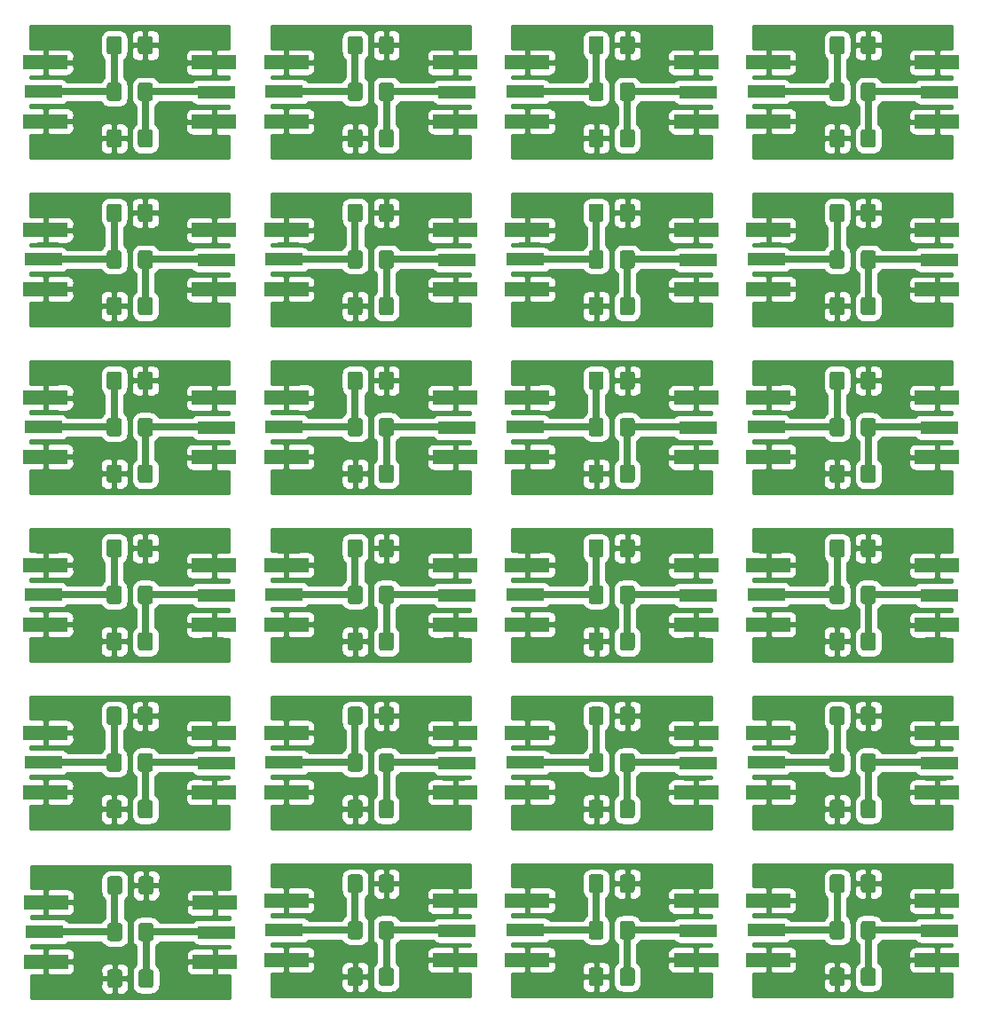
<source format=gtl>
%MOIN*%
%OFA0B0*%
%FSLAX46Y46*%
%IPPOS*%
%LPD*%
%ADD10R,0.14173228346456693X0.05*%
%ADD11R,0.16535433070866143X0.053149606299212608*%
%ADD12C,0.031496062992125991*%
%ADD13C,0.025*%
%ADD14C,0.01*%
%ADD15C,0.0039370078740157488*%
%ADD26R,0.14173228346456693X0.05*%
%ADD27R,0.16535433070866143X0.053149606299212608*%
%ADD28C,0.031496062992125991*%
%ADD29C,0.025*%
%ADD30C,0.01*%
%ADD31C,0.0039370078740157488*%
%ADD32R,0.14173228346456693X0.05*%
%ADD33R,0.16535433070866143X0.053149606299212608*%
%ADD34C,0.031496062992125991*%
%ADD35C,0.025*%
%ADD36C,0.01*%
%ADD37C,0.0039370078740157488*%
%ADD38R,0.14173228346456693X0.05*%
%ADD39R,0.16535433070866143X0.053149606299212608*%
%ADD40C,0.031496062992125991*%
%ADD41C,0.025*%
%ADD42C,0.01*%
%ADD43C,0.0039370078740157488*%
%ADD44R,0.14173228346456693X0.05*%
%ADD45R,0.16535433070866143X0.053149606299212608*%
%ADD46C,0.031496062992125991*%
%ADD47C,0.025*%
%ADD48C,0.01*%
%ADD49C,0.0039370078740157488*%
%ADD50R,0.14173228346456693X0.05*%
%ADD51R,0.16535433070866143X0.053149606299212608*%
%ADD52C,0.031496062992125991*%
%ADD53C,0.025*%
%ADD54C,0.01*%
%ADD55C,0.0039370078740157488*%
%ADD56R,0.14173228346456693X0.05*%
%ADD57R,0.16535433070866143X0.053149606299212608*%
%ADD58C,0.031496062992125991*%
%ADD59C,0.025*%
%ADD60C,0.01*%
%ADD61C,0.0039370078740157488*%
%ADD62R,0.14173228346456693X0.05*%
%ADD63R,0.16535433070866143X0.053149606299212608*%
%ADD64C,0.031496062992125991*%
%ADD65C,0.025*%
%ADD66C,0.01*%
%ADD67C,0.0039370078740157488*%
%ADD68R,0.14173228346456693X0.05*%
%ADD69R,0.16535433070866143X0.053149606299212608*%
%ADD70C,0.031496062992125991*%
%ADD71C,0.025*%
%ADD72C,0.01*%
%ADD73C,0.0039370078740157488*%
%ADD74R,0.14173228346456693X0.05*%
%ADD75R,0.16535433070866143X0.053149606299212608*%
%ADD76C,0.031496062992125991*%
%ADD77C,0.025*%
%ADD78C,0.01*%
%ADD79C,0.0039370078740157488*%
%ADD80R,0.14173228346456693X0.05*%
%ADD81R,0.16535433070866143X0.053149606299212608*%
%ADD82C,0.031496062992125991*%
%ADD83C,0.025*%
%ADD84C,0.01*%
%ADD85C,0.0039370078740157488*%
%ADD86R,0.14173228346456693X0.05*%
%ADD87R,0.16535433070866143X0.053149606299212608*%
%ADD88C,0.031496062992125991*%
%ADD89C,0.025*%
%ADD90C,0.01*%
%ADD91C,0.0039370078740157488*%
%ADD92R,0.14173228346456693X0.05*%
%ADD93R,0.16535433070866143X0.053149606299212608*%
%ADD94C,0.031496062992125991*%
%ADD95C,0.025*%
%ADD96C,0.01*%
%ADD97C,0.0039370078740157488*%
%ADD98R,0.14173228346456693X0.05*%
%ADD99R,0.16535433070866143X0.053149606299212608*%
%ADD100C,0.031496062992125991*%
%ADD101C,0.025*%
%ADD102C,0.01*%
%ADD103C,0.0039370078740157488*%
%ADD104R,0.14173228346456693X0.05*%
%ADD105R,0.16535433070866143X0.053149606299212608*%
%ADD106C,0.031496062992125991*%
%ADD107C,0.025*%
%ADD108C,0.01*%
%ADD109C,0.0039370078740157488*%
%ADD110R,0.14173228346456693X0.05*%
%ADD111R,0.16535433070866143X0.053149606299212608*%
%ADD112C,0.031496062992125991*%
%ADD113C,0.025*%
%ADD114C,0.01*%
%ADD115C,0.0039370078740157488*%
%ADD116R,0.14173228346456693X0.05*%
%ADD117R,0.16535433070866143X0.053149606299212608*%
%ADD118C,0.031496062992125991*%
%ADD119C,0.025*%
%ADD120C,0.01*%
%ADD121C,0.0039370078740157488*%
%ADD122R,0.14173228346456693X0.05*%
%ADD123R,0.16535433070866143X0.053149606299212608*%
%ADD124C,0.031496062992125991*%
%ADD125C,0.025*%
%ADD126C,0.01*%
%ADD127C,0.0039370078740157488*%
%ADD128R,0.14173228346456693X0.05*%
%ADD129R,0.16535433070866143X0.053149606299212608*%
%ADD130C,0.031496062992125991*%
%ADD131C,0.025*%
%ADD132C,0.01*%
%ADD133C,0.0039370078740157488*%
%ADD134R,0.14173228346456693X0.05*%
%ADD135R,0.16535433070866143X0.053149606299212608*%
%ADD136C,0.031496062992125991*%
%ADD137C,0.025*%
%ADD138C,0.01*%
%ADD139C,0.0039370078740157488*%
%ADD140R,0.14173228346456693X0.05*%
%ADD141R,0.16535433070866143X0.053149606299212608*%
%ADD142C,0.031496062992125991*%
%ADD143C,0.025*%
%ADD144C,0.01*%
%ADD145C,0.0039370078740157488*%
%ADD146R,0.14173228346456693X0.05*%
%ADD147R,0.16535433070866143X0.053149606299212608*%
%ADD148C,0.031496062992125991*%
%ADD149C,0.025*%
%ADD150C,0.01*%
%ADD151C,0.0039370078740157488*%
%ADD152R,0.14173228346456693X0.05*%
%ADD153R,0.16535433070866143X0.053149606299212608*%
%ADD154C,0.031496062992125991*%
%ADD155C,0.025*%
%ADD156C,0.01*%
%ADD157C,0.0039370078740157488*%
%ADD158R,0.14173228346456693X0.05*%
%ADD159R,0.16535433070866143X0.053149606299212608*%
%ADD160C,0.031496062992125991*%
%ADD161C,0.025*%
%ADD162C,0.01*%
%ADD163C,0.0039370078740157488*%
G01*
G36*
G01*
X0000313385Y0000425393D02*
X0000313385Y0000474606D01*
G75*
G02*
X0000323228Y0000484448I0000009842D01*
G01*
X0000359645Y0000484448D01*
G75*
G02*
X0000369488Y0000474606J-0000009842D01*
G01*
X0000369488Y0000425393D01*
G75*
G02*
X0000359645Y0000415551I-0000009842D01*
G01*
X0000323228Y0000415551D01*
G75*
G02*
X0000313385Y0000425393J0000009842D01*
G01*
G37*
G36*
G01*
X0000430511Y0000425393D02*
X0000430511Y0000474606D01*
G75*
G02*
X0000440354Y0000484448I0000009842D01*
G01*
X0000476771Y0000484448D01*
G75*
G02*
X0000486614Y0000474606J-0000009842D01*
G01*
X0000486614Y0000425393D01*
G75*
G02*
X0000476771Y0000415551I-0000009842D01*
G01*
X0000440354Y0000415551D01*
G75*
G02*
X0000430511Y0000425393J0000009842D01*
G01*
G37*
G36*
G01*
X0000369488Y0000299606D02*
X0000369488Y0000250393D01*
G75*
G02*
X0000359645Y0000240551I-0000009842D01*
G01*
X0000323228Y0000240551D01*
G75*
G02*
X0000313385Y0000250393J0000009842D01*
G01*
X0000313385Y0000299606D01*
G75*
G02*
X0000323228Y0000309448I0000009842D01*
G01*
X0000359645Y0000309448D01*
G75*
G02*
X0000369488Y0000299606J-0000009842D01*
G01*
G37*
G36*
G01*
X0000486614Y0000299606D02*
X0000486614Y0000250393D01*
G75*
G02*
X0000476771Y0000240551I-0000009842D01*
G01*
X0000440354Y0000240551D01*
G75*
G02*
X0000430511Y0000250393J0000009842D01*
G01*
X0000430511Y0000299606D01*
G75*
G02*
X0000440354Y0000309448I0000009842D01*
G01*
X0000476771Y0000309448D01*
G75*
G02*
X0000486614Y0000299606J-0000009842D01*
G01*
G37*
G36*
G01*
X0000486614Y0000124606D02*
X0000486614Y0000075393D01*
G75*
G02*
X0000476771Y0000065551I-0000009842D01*
G01*
X0000440354Y0000065551D01*
G75*
G02*
X0000430511Y0000075393J0000009842D01*
G01*
X0000430511Y0000124606D01*
G75*
G02*
X0000440354Y0000134448I0000009842D01*
G01*
X0000476771Y0000134448D01*
G75*
G02*
X0000486614Y0000124606J-0000009842D01*
G01*
G37*
G36*
G01*
X0000369488Y0000124606D02*
X0000369488Y0000075393D01*
G75*
G02*
X0000359645Y0000065551I-0000009842D01*
G01*
X0000323228Y0000065551D01*
G75*
G02*
X0000313385Y0000075393J0000009842D01*
G01*
X0000313385Y0000124606D01*
G75*
G02*
X0000323228Y0000134448I0000009842D01*
G01*
X0000359645Y0000134448D01*
G75*
G02*
X0000369488Y0000124606J-0000009842D01*
G01*
G37*
D10*
X0000075125Y0000274999D03*
D11*
X0000083000Y0000163779D03*
X0000083000Y0000386220D03*
X0000717000Y0000162779D03*
X0000717000Y0000385220D03*
D10*
X0000724873Y0000273999D03*
D12*
X0000249999Y0000450000D03*
X0000549999Y0000450000D03*
X0000549999Y0000099999D03*
X0000249999Y0000099999D03*
X0000247999Y0000358000D03*
X0000252000Y0000190000D03*
X0000548999Y0000190000D03*
X0000549999Y0000359999D03*
X0000104999Y0000481999D03*
X0000697999Y0000479999D03*
X0000697999Y0000064999D03*
X0000102999Y0000064999D03*
X0000361999Y0000184000D03*
X0000443999Y0000364999D03*
D13*
X0000099999Y0000274999D02*
X0000341436Y0000274999D01*
X0000341436Y0000450000D02*
X0000341436Y0000274999D01*
X0000699999Y0000274999D02*
X0000458562Y0000274999D01*
X0000458562Y0000099999D02*
X0000458562Y0000274999D01*
D14*
X0000774015Y0000436872D02*
X0000728250Y0000436795D01*
X0000721999Y0000430545D01*
X0000721999Y0000390220D01*
X0000722787Y0000390220D01*
X0000722787Y0000380220D01*
X0000721999Y0000380220D01*
X0000721999Y0000339895D01*
X0000728250Y0000333645D01*
X0000774015Y0000333568D01*
X0000774015Y0000324120D01*
X0000654007Y0000324120D01*
X0000649106Y0000323638D01*
X0000644394Y0000322208D01*
X0000640051Y0000319887D01*
X0000636244Y0000316763D01*
X0000633120Y0000312956D01*
X0000632876Y0000312500D01*
X0000509221Y0000312500D01*
X0000509073Y0000312986D01*
X0000505842Y0000319030D01*
X0000501494Y0000324329D01*
X0000496196Y0000328677D01*
X0000490151Y0000331908D01*
X0000483592Y0000333897D01*
X0000476771Y0000334569D01*
X0000440354Y0000334569D01*
X0000433533Y0000333897D01*
X0000426974Y0000331908D01*
X0000420929Y0000328677D01*
X0000415631Y0000324329D01*
X0000411283Y0000319030D01*
X0000408052Y0000312986D01*
X0000406062Y0000306427D01*
X0000405390Y0000299606D01*
X0000405390Y0000250393D01*
X0000406062Y0000243572D01*
X0000408052Y0000237013D01*
X0000411283Y0000230969D01*
X0000415631Y0000225670D01*
X0000420929Y0000221322D01*
X0000421063Y0000221251D01*
X0000421062Y0000153748D01*
X0000420929Y0000153677D01*
X0000415631Y0000149329D01*
X0000411283Y0000144030D01*
X0000408052Y0000137986D01*
X0000406062Y0000131427D01*
X0000405390Y0000124606D01*
X0000405390Y0000075393D01*
X0000406062Y0000068572D01*
X0000408052Y0000062013D01*
X0000411283Y0000055969D01*
X0000415631Y0000050670D01*
X0000420929Y0000046322D01*
X0000426974Y0000043091D01*
X0000433533Y0000041102D01*
X0000440354Y0000040430D01*
X0000476771Y0000040430D01*
X0000483592Y0000041102D01*
X0000490151Y0000043091D01*
X0000496196Y0000046322D01*
X0000501494Y0000050670D01*
X0000505842Y0000055969D01*
X0000509073Y0000062013D01*
X0000511063Y0000068572D01*
X0000511735Y0000075393D01*
X0000511735Y0000124606D01*
X0000511063Y0000131427D01*
X0000509614Y0000136204D01*
X0000609201Y0000136204D01*
X0000609684Y0000131303D01*
X0000611114Y0000126591D01*
X0000613435Y0000122248D01*
X0000616559Y0000118441D01*
X0000620366Y0000115317D01*
X0000624709Y0000112995D01*
X0000629421Y0000111566D01*
X0000634322Y0000111083D01*
X0000705750Y0000111204D01*
X0000711999Y0000117454D01*
X0000711999Y0000157779D01*
X0000615572Y0000157779D01*
X0000609322Y0000151529D01*
X0000609201Y0000136204D01*
X0000509614Y0000136204D01*
X0000509073Y0000137986D01*
X0000505842Y0000144030D01*
X0000501494Y0000149329D01*
X0000496196Y0000153677D01*
X0000496062Y0000153748D01*
X0000496062Y0000189354D01*
X0000609201Y0000189354D01*
X0000609322Y0000174029D01*
X0000615572Y0000167779D01*
X0000711999Y0000167779D01*
X0000711999Y0000208104D01*
X0000705750Y0000214354D01*
X0000634322Y0000214475D01*
X0000629421Y0000213992D01*
X0000624709Y0000212563D01*
X0000620366Y0000210241D01*
X0000616559Y0000207117D01*
X0000613435Y0000203310D01*
X0000611114Y0000198967D01*
X0000609684Y0000194255D01*
X0000609201Y0000189354D01*
X0000496062Y0000189354D01*
X0000496062Y0000221251D01*
X0000496196Y0000221322D01*
X0000501494Y0000225670D01*
X0000505842Y0000230969D01*
X0000509073Y0000237013D01*
X0000509221Y0000237499D01*
X0000631807Y0000237499D01*
X0000633120Y0000235043D01*
X0000636244Y0000231236D01*
X0000640051Y0000228112D01*
X0000644394Y0000225791D01*
X0000649106Y0000224361D01*
X0000654007Y0000223879D01*
X0000774015Y0000223879D01*
X0000774015Y0000214431D01*
X0000728250Y0000214354D01*
X0000721999Y0000208104D01*
X0000721999Y0000167779D01*
X0000722787Y0000167779D01*
X0000722787Y0000157779D01*
X0000721999Y0000157779D01*
X0000721999Y0000117454D01*
X0000728250Y0000111204D01*
X0000774015Y0000111127D01*
X0000774015Y0000025984D01*
X0000025984Y0000025984D01*
X0000025984Y0000065551D01*
X0000288264Y0000065551D01*
X0000288747Y0000060650D01*
X0000290177Y0000055937D01*
X0000292498Y0000051594D01*
X0000295622Y0000047787D01*
X0000299429Y0000044663D01*
X0000303772Y0000042342D01*
X0000308484Y0000040912D01*
X0000313385Y0000040430D01*
X0000330186Y0000040551D01*
X0000336437Y0000046801D01*
X0000336437Y0000094999D01*
X0000346436Y0000094999D01*
X0000346436Y0000046801D01*
X0000352686Y0000040551D01*
X0000369488Y0000040430D01*
X0000374389Y0000040912D01*
X0000379101Y0000042342D01*
X0000383444Y0000044663D01*
X0000387251Y0000047787D01*
X0000390375Y0000051594D01*
X0000392696Y0000055937D01*
X0000394126Y0000060650D01*
X0000394609Y0000065551D01*
X0000394488Y0000088749D01*
X0000388238Y0000094999D01*
X0000346436Y0000094999D01*
X0000336437Y0000094999D01*
X0000294635Y0000094999D01*
X0000288385Y0000088749D01*
X0000288264Y0000065551D01*
X0000025984Y0000065551D01*
X0000025984Y0000112127D01*
X0000071750Y0000112204D01*
X0000077999Y0000118454D01*
X0000077999Y0000158779D01*
X0000087999Y0000158779D01*
X0000087999Y0000118454D01*
X0000094250Y0000112204D01*
X0000165677Y0000112083D01*
X0000170578Y0000112566D01*
X0000175290Y0000113995D01*
X0000179633Y0000116317D01*
X0000183440Y0000119441D01*
X0000186564Y0000123248D01*
X0000188885Y0000127591D01*
X0000190315Y0000132303D01*
X0000190526Y0000134448D01*
X0000288264Y0000134448D01*
X0000288385Y0000111249D01*
X0000294635Y0000105000D01*
X0000336437Y0000105000D01*
X0000336437Y0000153198D01*
X0000346436Y0000153198D01*
X0000346436Y0000105000D01*
X0000388238Y0000105000D01*
X0000394488Y0000111249D01*
X0000394609Y0000134448D01*
X0000394126Y0000139349D01*
X0000392696Y0000144062D01*
X0000390375Y0000148405D01*
X0000387251Y0000152212D01*
X0000383444Y0000155336D01*
X0000379101Y0000157657D01*
X0000374389Y0000159087D01*
X0000369488Y0000159569D01*
X0000352686Y0000159448D01*
X0000346436Y0000153198D01*
X0000336437Y0000153198D01*
X0000330186Y0000159448D01*
X0000313385Y0000159569D01*
X0000308484Y0000159087D01*
X0000303772Y0000157657D01*
X0000299429Y0000155336D01*
X0000295622Y0000152212D01*
X0000292498Y0000148405D01*
X0000290177Y0000144062D01*
X0000288747Y0000139349D01*
X0000288264Y0000134448D01*
X0000190526Y0000134448D01*
X0000190798Y0000137204D01*
X0000190677Y0000152529D01*
X0000184427Y0000158779D01*
X0000087999Y0000158779D01*
X0000077999Y0000158779D01*
X0000077212Y0000158779D01*
X0000077212Y0000168779D01*
X0000077999Y0000168779D01*
X0000077999Y0000209104D01*
X0000087999Y0000209104D01*
X0000087999Y0000168779D01*
X0000184427Y0000168779D01*
X0000190677Y0000175029D01*
X0000190798Y0000190354D01*
X0000190315Y0000195255D01*
X0000188885Y0000199967D01*
X0000186564Y0000204310D01*
X0000183440Y0000208117D01*
X0000179633Y0000211241D01*
X0000175290Y0000213563D01*
X0000170578Y0000214992D01*
X0000165677Y0000215475D01*
X0000094250Y0000215354D01*
X0000087999Y0000209104D01*
X0000077999Y0000209104D01*
X0000071750Y0000215354D01*
X0000025984Y0000215431D01*
X0000025984Y0000224879D01*
X0000145992Y0000224879D01*
X0000150892Y0000225361D01*
X0000155605Y0000226791D01*
X0000159948Y0000229112D01*
X0000163755Y0000232236D01*
X0000166879Y0000236043D01*
X0000167657Y0000237499D01*
X0000290778Y0000237499D01*
X0000290926Y0000237013D01*
X0000294157Y0000230969D01*
X0000298505Y0000225670D01*
X0000303803Y0000221322D01*
X0000309848Y0000218091D01*
X0000316407Y0000216102D01*
X0000323228Y0000215430D01*
X0000359645Y0000215430D01*
X0000366466Y0000216102D01*
X0000373025Y0000218091D01*
X0000379070Y0000221322D01*
X0000384368Y0000225670D01*
X0000388716Y0000230969D01*
X0000391947Y0000237013D01*
X0000393937Y0000243572D01*
X0000394609Y0000250393D01*
X0000394609Y0000299606D01*
X0000393937Y0000306427D01*
X0000391947Y0000312986D01*
X0000388716Y0000319030D01*
X0000384368Y0000324329D01*
X0000379070Y0000328677D01*
X0000378936Y0000328748D01*
X0000378936Y0000358645D01*
X0000609201Y0000358645D01*
X0000609684Y0000353744D01*
X0000611114Y0000349032D01*
X0000613435Y0000344689D01*
X0000616559Y0000340882D01*
X0000620366Y0000337758D01*
X0000624709Y0000335436D01*
X0000629421Y0000334007D01*
X0000634322Y0000333524D01*
X0000705750Y0000333645D01*
X0000711999Y0000339895D01*
X0000711999Y0000380220D01*
X0000615572Y0000380220D01*
X0000609322Y0000373970D01*
X0000609201Y0000358645D01*
X0000378936Y0000358645D01*
X0000378936Y0000396251D01*
X0000379070Y0000396322D01*
X0000384368Y0000400670D01*
X0000388716Y0000405969D01*
X0000391947Y0000412013D01*
X0000393020Y0000415551D01*
X0000405390Y0000415551D01*
X0000405873Y0000410650D01*
X0000407303Y0000405937D01*
X0000409624Y0000401594D01*
X0000412748Y0000397787D01*
X0000416555Y0000394663D01*
X0000420898Y0000392342D01*
X0000425610Y0000390912D01*
X0000430511Y0000390430D01*
X0000447312Y0000390551D01*
X0000453562Y0000396801D01*
X0000453562Y0000444999D01*
X0000463562Y0000444999D01*
X0000463562Y0000396801D01*
X0000469812Y0000390551D01*
X0000486614Y0000390430D01*
X0000491515Y0000390912D01*
X0000496227Y0000392342D01*
X0000500570Y0000394663D01*
X0000504377Y0000397787D01*
X0000507501Y0000401594D01*
X0000509822Y0000405937D01*
X0000511252Y0000410650D01*
X0000511365Y0000411795D01*
X0000609201Y0000411795D01*
X0000609322Y0000396470D01*
X0000615572Y0000390220D01*
X0000711999Y0000390220D01*
X0000711999Y0000430545D01*
X0000705750Y0000436795D01*
X0000634322Y0000436916D01*
X0000629421Y0000436433D01*
X0000624709Y0000435003D01*
X0000620366Y0000432682D01*
X0000616559Y0000429558D01*
X0000613435Y0000425751D01*
X0000611114Y0000421408D01*
X0000609684Y0000416696D01*
X0000609201Y0000411795D01*
X0000511365Y0000411795D01*
X0000511735Y0000415551D01*
X0000511614Y0000438750D01*
X0000505364Y0000444999D01*
X0000463562Y0000444999D01*
X0000453562Y0000444999D01*
X0000411761Y0000444999D01*
X0000405511Y0000438750D01*
X0000405390Y0000415551D01*
X0000393020Y0000415551D01*
X0000393937Y0000418572D01*
X0000394609Y0000425393D01*
X0000394609Y0000474606D01*
X0000393937Y0000481427D01*
X0000393020Y0000484448D01*
X0000405390Y0000484448D01*
X0000405511Y0000461250D01*
X0000411761Y0000454999D01*
X0000453562Y0000454999D01*
X0000453562Y0000503198D01*
X0000463562Y0000503198D01*
X0000463562Y0000454999D01*
X0000505364Y0000454999D01*
X0000511614Y0000461250D01*
X0000511735Y0000484448D01*
X0000511252Y0000489349D01*
X0000509822Y0000494062D01*
X0000507501Y0000498405D01*
X0000504377Y0000502211D01*
X0000500570Y0000505336D01*
X0000496227Y0000507657D01*
X0000491515Y0000509087D01*
X0000486614Y0000509569D01*
X0000469812Y0000509448D01*
X0000463562Y0000503198D01*
X0000453562Y0000503198D01*
X0000447312Y0000509448D01*
X0000430511Y0000509569D01*
X0000425610Y0000509087D01*
X0000420898Y0000507657D01*
X0000416555Y0000505336D01*
X0000412748Y0000502211D01*
X0000409624Y0000498405D01*
X0000407303Y0000494062D01*
X0000405873Y0000489349D01*
X0000405390Y0000484448D01*
X0000393020Y0000484448D01*
X0000391947Y0000487986D01*
X0000388716Y0000494030D01*
X0000384368Y0000499329D01*
X0000379070Y0000503677D01*
X0000373025Y0000506908D01*
X0000366466Y0000508897D01*
X0000359645Y0000509569D01*
X0000323228Y0000509569D01*
X0000316407Y0000508897D01*
X0000309848Y0000506908D01*
X0000303803Y0000503677D01*
X0000298505Y0000499329D01*
X0000294157Y0000494030D01*
X0000290926Y0000487986D01*
X0000288936Y0000481427D01*
X0000288264Y0000474606D01*
X0000288264Y0000425393D01*
X0000288936Y0000418572D01*
X0000290926Y0000412013D01*
X0000294157Y0000405969D01*
X0000298505Y0000400670D01*
X0000303803Y0000396322D01*
X0000303936Y0000396251D01*
X0000303937Y0000328748D01*
X0000303803Y0000328677D01*
X0000298505Y0000324329D01*
X0000294157Y0000319030D01*
X0000290926Y0000312986D01*
X0000290778Y0000312500D01*
X0000167657Y0000312500D01*
X0000166879Y0000313956D01*
X0000163755Y0000317763D01*
X0000159948Y0000320887D01*
X0000155605Y0000323208D01*
X0000150892Y0000324638D01*
X0000145992Y0000325120D01*
X0000025984Y0000325120D01*
X0000025984Y0000334568D01*
X0000071750Y0000334645D01*
X0000077999Y0000340895D01*
X0000077999Y0000381220D01*
X0000087999Y0000381220D01*
X0000087999Y0000340895D01*
X0000094250Y0000334645D01*
X0000165677Y0000334524D01*
X0000170578Y0000335007D01*
X0000175290Y0000336436D01*
X0000179633Y0000338758D01*
X0000183440Y0000341882D01*
X0000186564Y0000345689D01*
X0000188885Y0000350032D01*
X0000190315Y0000354744D01*
X0000190798Y0000359645D01*
X0000190677Y0000374970D01*
X0000184427Y0000381220D01*
X0000087999Y0000381220D01*
X0000077999Y0000381220D01*
X0000077212Y0000381220D01*
X0000077212Y0000391220D01*
X0000077999Y0000391220D01*
X0000077999Y0000431545D01*
X0000087999Y0000431545D01*
X0000087999Y0000391220D01*
X0000184427Y0000391220D01*
X0000190677Y0000397470D01*
X0000190798Y0000412795D01*
X0000190315Y0000417696D01*
X0000188885Y0000422408D01*
X0000186564Y0000426751D01*
X0000183440Y0000430558D01*
X0000179633Y0000433682D01*
X0000175290Y0000436003D01*
X0000170578Y0000437433D01*
X0000165677Y0000437916D01*
X0000094250Y0000437795D01*
X0000087999Y0000431545D01*
X0000077999Y0000431545D01*
X0000071750Y0000437795D01*
X0000025984Y0000437872D01*
X0000025984Y0000524015D01*
X0000774015Y0000524015D01*
X0000774015Y0000436872D01*
D15*
G36*
X0000774015Y0000436872D02*
G01*
X0000728250Y0000436795D01*
X0000721999Y0000430545D01*
X0000721999Y0000390220D01*
X0000722787Y0000390220D01*
X0000722787Y0000380220D01*
X0000721999Y0000380220D01*
X0000721999Y0000339895D01*
X0000728250Y0000333645D01*
X0000774015Y0000333568D01*
X0000774015Y0000324120D01*
X0000654007Y0000324120D01*
X0000649106Y0000323638D01*
X0000644394Y0000322208D01*
X0000640051Y0000319887D01*
X0000636244Y0000316763D01*
X0000633120Y0000312956D01*
X0000632876Y0000312500D01*
X0000509221Y0000312500D01*
X0000509073Y0000312986D01*
X0000505842Y0000319030D01*
X0000501494Y0000324329D01*
X0000496196Y0000328677D01*
X0000490151Y0000331908D01*
X0000483592Y0000333897D01*
X0000476771Y0000334569D01*
X0000440354Y0000334569D01*
X0000433533Y0000333897D01*
X0000426974Y0000331908D01*
X0000420929Y0000328677D01*
X0000415631Y0000324329D01*
X0000411283Y0000319030D01*
X0000408052Y0000312986D01*
X0000406062Y0000306427D01*
X0000405390Y0000299606D01*
X0000405390Y0000250393D01*
X0000406062Y0000243572D01*
X0000408052Y0000237013D01*
X0000411283Y0000230969D01*
X0000415631Y0000225670D01*
X0000420929Y0000221322D01*
X0000421063Y0000221251D01*
X0000421062Y0000153748D01*
X0000420929Y0000153677D01*
X0000415631Y0000149329D01*
X0000411283Y0000144030D01*
X0000408052Y0000137986D01*
X0000406062Y0000131427D01*
X0000405390Y0000124606D01*
X0000405390Y0000075393D01*
X0000406062Y0000068572D01*
X0000408052Y0000062013D01*
X0000411283Y0000055969D01*
X0000415631Y0000050670D01*
X0000420929Y0000046322D01*
X0000426974Y0000043091D01*
X0000433533Y0000041102D01*
X0000440354Y0000040430D01*
X0000476771Y0000040430D01*
X0000483592Y0000041102D01*
X0000490151Y0000043091D01*
X0000496196Y0000046322D01*
X0000501494Y0000050670D01*
X0000505842Y0000055969D01*
X0000509073Y0000062013D01*
X0000511063Y0000068572D01*
X0000511735Y0000075393D01*
X0000511735Y0000124606D01*
X0000511063Y0000131427D01*
X0000509614Y0000136204D01*
X0000609201Y0000136204D01*
X0000609684Y0000131303D01*
X0000611114Y0000126591D01*
X0000613435Y0000122248D01*
X0000616559Y0000118441D01*
X0000620366Y0000115317D01*
X0000624709Y0000112995D01*
X0000629421Y0000111566D01*
X0000634322Y0000111083D01*
X0000705750Y0000111204D01*
X0000711999Y0000117454D01*
X0000711999Y0000157779D01*
X0000615572Y0000157779D01*
X0000609322Y0000151529D01*
X0000609201Y0000136204D01*
X0000509614Y0000136204D01*
X0000509073Y0000137986D01*
X0000505842Y0000144030D01*
X0000501494Y0000149329D01*
X0000496196Y0000153677D01*
X0000496062Y0000153748D01*
X0000496062Y0000189354D01*
X0000609201Y0000189354D01*
X0000609322Y0000174029D01*
X0000615572Y0000167779D01*
X0000711999Y0000167779D01*
X0000711999Y0000208104D01*
X0000705750Y0000214354D01*
X0000634322Y0000214475D01*
X0000629421Y0000213992D01*
X0000624709Y0000212563D01*
X0000620366Y0000210241D01*
X0000616559Y0000207117D01*
X0000613435Y0000203310D01*
X0000611114Y0000198967D01*
X0000609684Y0000194255D01*
X0000609201Y0000189354D01*
X0000496062Y0000189354D01*
X0000496062Y0000221251D01*
X0000496196Y0000221322D01*
X0000501494Y0000225670D01*
X0000505842Y0000230969D01*
X0000509073Y0000237013D01*
X0000509221Y0000237499D01*
X0000631807Y0000237499D01*
X0000633120Y0000235043D01*
X0000636244Y0000231236D01*
X0000640051Y0000228112D01*
X0000644394Y0000225791D01*
X0000649106Y0000224361D01*
X0000654007Y0000223879D01*
X0000774015Y0000223879D01*
X0000774015Y0000214431D01*
X0000728250Y0000214354D01*
X0000721999Y0000208104D01*
X0000721999Y0000167779D01*
X0000722787Y0000167779D01*
X0000722787Y0000157779D01*
X0000721999Y0000157779D01*
X0000721999Y0000117454D01*
X0000728250Y0000111204D01*
X0000774015Y0000111127D01*
X0000774015Y0000025984D01*
X0000025984Y0000025984D01*
X0000025984Y0000065551D01*
X0000288264Y0000065551D01*
X0000288747Y0000060650D01*
X0000290177Y0000055937D01*
X0000292498Y0000051594D01*
X0000295622Y0000047787D01*
X0000299429Y0000044663D01*
X0000303772Y0000042342D01*
X0000308484Y0000040912D01*
X0000313385Y0000040430D01*
X0000330186Y0000040551D01*
X0000336437Y0000046801D01*
X0000336437Y0000094999D01*
X0000346436Y0000094999D01*
X0000346436Y0000046801D01*
X0000352686Y0000040551D01*
X0000369488Y0000040430D01*
X0000374389Y0000040912D01*
X0000379101Y0000042342D01*
X0000383444Y0000044663D01*
X0000387251Y0000047787D01*
X0000390375Y0000051594D01*
X0000392696Y0000055937D01*
X0000394126Y0000060650D01*
X0000394609Y0000065551D01*
X0000394488Y0000088749D01*
X0000388238Y0000094999D01*
X0000346436Y0000094999D01*
X0000336437Y0000094999D01*
X0000294635Y0000094999D01*
X0000288385Y0000088749D01*
X0000288264Y0000065551D01*
X0000025984Y0000065551D01*
X0000025984Y0000112127D01*
X0000071750Y0000112204D01*
X0000077999Y0000118454D01*
X0000077999Y0000158779D01*
X0000087999Y0000158779D01*
X0000087999Y0000118454D01*
X0000094250Y0000112204D01*
X0000165677Y0000112083D01*
X0000170578Y0000112566D01*
X0000175290Y0000113995D01*
X0000179633Y0000116317D01*
X0000183440Y0000119441D01*
X0000186564Y0000123248D01*
X0000188885Y0000127591D01*
X0000190315Y0000132303D01*
X0000190526Y0000134448D01*
X0000288264Y0000134448D01*
X0000288385Y0000111249D01*
X0000294635Y0000105000D01*
X0000336437Y0000105000D01*
X0000336437Y0000153198D01*
X0000346436Y0000153198D01*
X0000346436Y0000105000D01*
X0000388238Y0000105000D01*
X0000394488Y0000111249D01*
X0000394609Y0000134448D01*
X0000394126Y0000139349D01*
X0000392696Y0000144062D01*
X0000390375Y0000148405D01*
X0000387251Y0000152212D01*
X0000383444Y0000155336D01*
X0000379101Y0000157657D01*
X0000374389Y0000159087D01*
X0000369488Y0000159569D01*
X0000352686Y0000159448D01*
X0000346436Y0000153198D01*
X0000336437Y0000153198D01*
X0000330186Y0000159448D01*
X0000313385Y0000159569D01*
X0000308484Y0000159087D01*
X0000303772Y0000157657D01*
X0000299429Y0000155336D01*
X0000295622Y0000152212D01*
X0000292498Y0000148405D01*
X0000290177Y0000144062D01*
X0000288747Y0000139349D01*
X0000288264Y0000134448D01*
X0000190526Y0000134448D01*
X0000190798Y0000137204D01*
X0000190677Y0000152529D01*
X0000184427Y0000158779D01*
X0000087999Y0000158779D01*
X0000077999Y0000158779D01*
X0000077212Y0000158779D01*
X0000077212Y0000168779D01*
X0000077999Y0000168779D01*
X0000077999Y0000209104D01*
X0000087999Y0000209104D01*
X0000087999Y0000168779D01*
X0000184427Y0000168779D01*
X0000190677Y0000175029D01*
X0000190798Y0000190354D01*
X0000190315Y0000195255D01*
X0000188885Y0000199967D01*
X0000186564Y0000204310D01*
X0000183440Y0000208117D01*
X0000179633Y0000211241D01*
X0000175290Y0000213563D01*
X0000170578Y0000214992D01*
X0000165677Y0000215475D01*
X0000094250Y0000215354D01*
X0000087999Y0000209104D01*
X0000077999Y0000209104D01*
X0000071750Y0000215354D01*
X0000025984Y0000215431D01*
X0000025984Y0000224879D01*
X0000145992Y0000224879D01*
X0000150892Y0000225361D01*
X0000155605Y0000226791D01*
X0000159948Y0000229112D01*
X0000163755Y0000232236D01*
X0000166879Y0000236043D01*
X0000167657Y0000237499D01*
X0000290778Y0000237499D01*
X0000290926Y0000237013D01*
X0000294157Y0000230969D01*
X0000298505Y0000225670D01*
X0000303803Y0000221322D01*
X0000309848Y0000218091D01*
X0000316407Y0000216102D01*
X0000323228Y0000215430D01*
X0000359645Y0000215430D01*
X0000366466Y0000216102D01*
X0000373025Y0000218091D01*
X0000379070Y0000221322D01*
X0000384368Y0000225670D01*
X0000388716Y0000230969D01*
X0000391947Y0000237013D01*
X0000393937Y0000243572D01*
X0000394609Y0000250393D01*
X0000394609Y0000299606D01*
X0000393937Y0000306427D01*
X0000391947Y0000312986D01*
X0000388716Y0000319030D01*
X0000384368Y0000324329D01*
X0000379070Y0000328677D01*
X0000378936Y0000328748D01*
X0000378936Y0000358645D01*
X0000609201Y0000358645D01*
X0000609684Y0000353744D01*
X0000611114Y0000349032D01*
X0000613435Y0000344689D01*
X0000616559Y0000340882D01*
X0000620366Y0000337758D01*
X0000624709Y0000335436D01*
X0000629421Y0000334007D01*
X0000634322Y0000333524D01*
X0000705750Y0000333645D01*
X0000711999Y0000339895D01*
X0000711999Y0000380220D01*
X0000615572Y0000380220D01*
X0000609322Y0000373970D01*
X0000609201Y0000358645D01*
X0000378936Y0000358645D01*
X0000378936Y0000396251D01*
X0000379070Y0000396322D01*
X0000384368Y0000400670D01*
X0000388716Y0000405969D01*
X0000391947Y0000412013D01*
X0000393020Y0000415551D01*
X0000405390Y0000415551D01*
X0000405873Y0000410650D01*
X0000407303Y0000405937D01*
X0000409624Y0000401594D01*
X0000412748Y0000397787D01*
X0000416555Y0000394663D01*
X0000420898Y0000392342D01*
X0000425610Y0000390912D01*
X0000430511Y0000390430D01*
X0000447312Y0000390551D01*
X0000453562Y0000396801D01*
X0000453562Y0000444999D01*
X0000463562Y0000444999D01*
X0000463562Y0000396801D01*
X0000469812Y0000390551D01*
X0000486614Y0000390430D01*
X0000491515Y0000390912D01*
X0000496227Y0000392342D01*
X0000500570Y0000394663D01*
X0000504377Y0000397787D01*
X0000507501Y0000401594D01*
X0000509822Y0000405937D01*
X0000511252Y0000410650D01*
X0000511365Y0000411795D01*
X0000609201Y0000411795D01*
X0000609322Y0000396470D01*
X0000615572Y0000390220D01*
X0000711999Y0000390220D01*
X0000711999Y0000430545D01*
X0000705750Y0000436795D01*
X0000634322Y0000436916D01*
X0000629421Y0000436433D01*
X0000624709Y0000435003D01*
X0000620366Y0000432682D01*
X0000616559Y0000429558D01*
X0000613435Y0000425751D01*
X0000611114Y0000421408D01*
X0000609684Y0000416696D01*
X0000609201Y0000411795D01*
X0000511365Y0000411795D01*
X0000511735Y0000415551D01*
X0000511614Y0000438750D01*
X0000505364Y0000444999D01*
X0000463562Y0000444999D01*
X0000453562Y0000444999D01*
X0000411761Y0000444999D01*
X0000405511Y0000438750D01*
X0000405390Y0000415551D01*
X0000393020Y0000415551D01*
X0000393937Y0000418572D01*
X0000394609Y0000425393D01*
X0000394609Y0000474606D01*
X0000393937Y0000481427D01*
X0000393020Y0000484448D01*
X0000405390Y0000484448D01*
X0000405511Y0000461250D01*
X0000411761Y0000454999D01*
X0000453562Y0000454999D01*
X0000453562Y0000503198D01*
X0000463562Y0000503198D01*
X0000463562Y0000454999D01*
X0000505364Y0000454999D01*
X0000511614Y0000461250D01*
X0000511735Y0000484448D01*
X0000511252Y0000489349D01*
X0000509822Y0000494062D01*
X0000507501Y0000498405D01*
X0000504377Y0000502211D01*
X0000500570Y0000505336D01*
X0000496227Y0000507657D01*
X0000491515Y0000509087D01*
X0000486614Y0000509569D01*
X0000469812Y0000509448D01*
X0000463562Y0000503198D01*
X0000453562Y0000503198D01*
X0000447312Y0000509448D01*
X0000430511Y0000509569D01*
X0000425610Y0000509087D01*
X0000420898Y0000507657D01*
X0000416555Y0000505336D01*
X0000412748Y0000502211D01*
X0000409624Y0000498405D01*
X0000407303Y0000494062D01*
X0000405873Y0000489349D01*
X0000405390Y0000484448D01*
X0000393020Y0000484448D01*
X0000391947Y0000487986D01*
X0000388716Y0000494030D01*
X0000384368Y0000499329D01*
X0000379070Y0000503677D01*
X0000373025Y0000506908D01*
X0000366466Y0000508897D01*
X0000359645Y0000509569D01*
X0000323228Y0000509569D01*
X0000316407Y0000508897D01*
X0000309848Y0000506908D01*
X0000303803Y0000503677D01*
X0000298505Y0000499329D01*
X0000294157Y0000494030D01*
X0000290926Y0000487986D01*
X0000288936Y0000481427D01*
X0000288264Y0000474606D01*
X0000288264Y0000425393D01*
X0000288936Y0000418572D01*
X0000290926Y0000412013D01*
X0000294157Y0000405969D01*
X0000298505Y0000400670D01*
X0000303803Y0000396322D01*
X0000303936Y0000396251D01*
X0000303937Y0000328748D01*
X0000303803Y0000328677D01*
X0000298505Y0000324329D01*
X0000294157Y0000319030D01*
X0000290926Y0000312986D01*
X0000290778Y0000312500D01*
X0000167657Y0000312500D01*
X0000166879Y0000313956D01*
X0000163755Y0000317763D01*
X0000159948Y0000320887D01*
X0000155605Y0000323208D01*
X0000150892Y0000324638D01*
X0000145992Y0000325120D01*
X0000025984Y0000325120D01*
X0000025984Y0000334568D01*
X0000071750Y0000334645D01*
X0000077999Y0000340895D01*
X0000077999Y0000381220D01*
X0000087999Y0000381220D01*
X0000087999Y0000340895D01*
X0000094250Y0000334645D01*
X0000165677Y0000334524D01*
X0000170578Y0000335007D01*
X0000175290Y0000336436D01*
X0000179633Y0000338758D01*
X0000183440Y0000341882D01*
X0000186564Y0000345689D01*
X0000188885Y0000350032D01*
X0000190315Y0000354744D01*
X0000190798Y0000359645D01*
X0000190677Y0000374970D01*
X0000184427Y0000381220D01*
X0000087999Y0000381220D01*
X0000077999Y0000381220D01*
X0000077212Y0000381220D01*
X0000077212Y0000391220D01*
X0000077999Y0000391220D01*
X0000077999Y0000431545D01*
X0000087999Y0000431545D01*
X0000087999Y0000391220D01*
X0000184427Y0000391220D01*
X0000190677Y0000397470D01*
X0000190798Y0000412795D01*
X0000190315Y0000417696D01*
X0000188885Y0000422408D01*
X0000186564Y0000426751D01*
X0000183440Y0000430558D01*
X0000179633Y0000433682D01*
X0000175290Y0000436003D01*
X0000170578Y0000437433D01*
X0000165677Y0000437916D01*
X0000094250Y0000437795D01*
X0000087999Y0000431545D01*
X0000077999Y0000431545D01*
X0000071750Y0000437795D01*
X0000025984Y0000437872D01*
X0000025984Y0000524015D01*
X0000774015Y0000524015D01*
X0000774015Y0000436872D01*
G37*
G04 next file*
G04 Gerber Fmt 4.6, Leading zero omitted, Abs format (unit mm)*
G04 Created by KiCad (PCBNEW (5.1.10)-1) date 2021-10-13 20:52:35*
G01*
G04 APERTURE LIST*
G04 APERTURE END LIST*
G36*
G01*
X0001216535Y0000432086D02*
X0001216535Y0000481299D01*
G75*
G02*
X0001226377Y0000491141I0000009842D01*
G01*
X0001262795Y0000491141D01*
G75*
G02*
X0001272637Y0000481299J-0000009842D01*
G01*
X0001272637Y0000432086D01*
G75*
G02*
X0001262795Y0000422244I-0000009842D01*
G01*
X0001226377Y0000422244D01*
G75*
G02*
X0001216535Y0000432086J0000009842D01*
G01*
G37*
G36*
G01*
X0001333661Y0000432086D02*
X0001333661Y0000481299D01*
G75*
G02*
X0001343503Y0000491141I0000009842D01*
G01*
X0001379921Y0000491141D01*
G75*
G02*
X0001389763Y0000481299J-0000009842D01*
G01*
X0001389763Y0000432086D01*
G75*
G02*
X0001379921Y0000422244I-0000009842D01*
G01*
X0001343503Y0000422244D01*
G75*
G02*
X0001333661Y0000432086J0000009842D01*
G01*
G37*
G36*
G01*
X0001272637Y0000306299D02*
X0001272637Y0000257086D01*
G75*
G02*
X0001262795Y0000247244I-0000009842D01*
G01*
X0001226377Y0000247244D01*
G75*
G02*
X0001216535Y0000257086J0000009842D01*
G01*
X0001216535Y0000306299D01*
G75*
G02*
X0001226377Y0000316141I0000009842D01*
G01*
X0001262795Y0000316141D01*
G75*
G02*
X0001272637Y0000306299J-0000009842D01*
G01*
G37*
G36*
G01*
X0001389763Y0000306299D02*
X0001389763Y0000257086D01*
G75*
G02*
X0001379921Y0000247244I-0000009842D01*
G01*
X0001343503Y0000247244D01*
G75*
G02*
X0001333661Y0000257086J0000009842D01*
G01*
X0001333661Y0000306299D01*
G75*
G02*
X0001343503Y0000316141I0000009842D01*
G01*
X0001379921Y0000316141D01*
G75*
G02*
X0001389763Y0000306299J-0000009842D01*
G01*
G37*
G36*
G01*
X0001389763Y0000131299D02*
X0001389763Y0000082086D01*
G75*
G02*
X0001379921Y0000072244I-0000009842D01*
G01*
X0001343503Y0000072244D01*
G75*
G02*
X0001333661Y0000082086J0000009842D01*
G01*
X0001333661Y0000131299D01*
G75*
G02*
X0001343503Y0000141141I0000009842D01*
G01*
X0001379921Y0000141141D01*
G75*
G02*
X0001389763Y0000131299J-0000009842D01*
G01*
G37*
G36*
G01*
X0001272637Y0000131299D02*
X0001272637Y0000082086D01*
G75*
G02*
X0001262795Y0000072244I-0000009842D01*
G01*
X0001226377Y0000072244D01*
G75*
G02*
X0001216535Y0000082086J0000009842D01*
G01*
X0001216535Y0000131299D01*
G75*
G02*
X0001226377Y0000141141I0000009842D01*
G01*
X0001262795Y0000141141D01*
G75*
G02*
X0001272637Y0000131299J-0000009842D01*
G01*
G37*
D26*
X0000978275Y0000281692D03*
D27*
X0000986149Y0000170472D03*
X0000986149Y0000392913D03*
X0001620149Y0000169472D03*
X0001620149Y0000391913D03*
D26*
X0001628023Y0000280692D03*
D28*
X0001153149Y0000456692D03*
X0001453149Y0000456692D03*
X0001453149Y0000106692D03*
X0001153149Y0000106692D03*
X0001151149Y0000364692D03*
X0001155149Y0000196692D03*
X0001452149Y0000196692D03*
X0001453149Y0000366692D03*
X0001008149Y0000488692D03*
X0001601149Y0000486692D03*
X0001601149Y0000071692D03*
X0001006149Y0000071692D03*
X0001265149Y0000190692D03*
X0001347149Y0000371692D03*
D29*
X0001003149Y0000281692D02*
X0001244586Y0000281692D01*
X0001244586Y0000456692D02*
X0001244586Y0000281692D01*
X0001603149Y0000281692D02*
X0001361712Y0000281692D01*
X0001361712Y0000106692D02*
X0001361712Y0000281692D01*
D30*
X0001677165Y0000443565D02*
X0001631399Y0000443488D01*
X0001625149Y0000437238D01*
X0001625149Y0000396913D01*
X0001625937Y0000396913D01*
X0001625937Y0000386913D01*
X0001625149Y0000386913D01*
X0001625149Y0000346588D01*
X0001631399Y0000340338D01*
X0001677165Y0000340261D01*
X0001677165Y0000330813D01*
X0001557157Y0000330813D01*
X0001552256Y0000330331D01*
X0001547544Y0000328901D01*
X0001543201Y0000326580D01*
X0001539394Y0000323456D01*
X0001536270Y0000319649D01*
X0001536026Y0000319192D01*
X0001412370Y0000319192D01*
X0001412223Y0000319679D01*
X0001408992Y0000325723D01*
X0001404644Y0000331022D01*
X0001399345Y0000335370D01*
X0001393301Y0000338601D01*
X0001386742Y0000340590D01*
X0001379921Y0000341262D01*
X0001343503Y0000341262D01*
X0001336682Y0000340590D01*
X0001330124Y0000338601D01*
X0001324079Y0000335370D01*
X0001318781Y0000331022D01*
X0001314432Y0000325723D01*
X0001311201Y0000319679D01*
X0001309212Y0000313120D01*
X0001308540Y0000306299D01*
X0001308540Y0000257086D01*
X0001309212Y0000250265D01*
X0001311201Y0000243706D01*
X0001314432Y0000237661D01*
X0001318781Y0000232363D01*
X0001324079Y0000228015D01*
X0001324212Y0000227944D01*
X0001324212Y0000160441D01*
X0001324079Y0000160370D01*
X0001318781Y0000156022D01*
X0001314432Y0000150723D01*
X0001311201Y0000144679D01*
X0001309212Y0000138120D01*
X0001308540Y0000131299D01*
X0001308540Y0000082086D01*
X0001309212Y0000075265D01*
X0001311201Y0000068706D01*
X0001314432Y0000062661D01*
X0001318781Y0000057363D01*
X0001324079Y0000053015D01*
X0001330124Y0000049784D01*
X0001336682Y0000047794D01*
X0001343503Y0000047123D01*
X0001379921Y0000047123D01*
X0001386742Y0000047794D01*
X0001393301Y0000049784D01*
X0001399345Y0000053015D01*
X0001404644Y0000057363D01*
X0001408992Y0000062661D01*
X0001412223Y0000068706D01*
X0001414212Y0000075265D01*
X0001414884Y0000082086D01*
X0001414884Y0000131299D01*
X0001414212Y0000138120D01*
X0001412763Y0000142897D01*
X0001512351Y0000142897D01*
X0001512834Y0000137996D01*
X0001514263Y0000133284D01*
X0001516585Y0000128941D01*
X0001519709Y0000125134D01*
X0001523515Y0000122010D01*
X0001527859Y0000119688D01*
X0001532571Y0000118259D01*
X0001537472Y0000117776D01*
X0001608899Y0000117897D01*
X0001615149Y0000124147D01*
X0001615149Y0000164472D01*
X0001518722Y0000164472D01*
X0001512472Y0000158222D01*
X0001512351Y0000142897D01*
X0001412763Y0000142897D01*
X0001412223Y0000144679D01*
X0001408992Y0000150723D01*
X0001404644Y0000156022D01*
X0001399345Y0000160370D01*
X0001399212Y0000160441D01*
X0001399212Y0000196047D01*
X0001512351Y0000196047D01*
X0001512472Y0000180722D01*
X0001518722Y0000174472D01*
X0001615149Y0000174472D01*
X0001615149Y0000214797D01*
X0001608899Y0000221047D01*
X0001537472Y0000221168D01*
X0001532571Y0000220685D01*
X0001527859Y0000219255D01*
X0001523515Y0000216934D01*
X0001519709Y0000213810D01*
X0001516585Y0000210003D01*
X0001514263Y0000205660D01*
X0001512834Y0000200948D01*
X0001512351Y0000196047D01*
X0001399212Y0000196047D01*
X0001399212Y0000227944D01*
X0001399345Y0000228015D01*
X0001404644Y0000232363D01*
X0001408992Y0000237661D01*
X0001412223Y0000243706D01*
X0001412370Y0000244192D01*
X0001534957Y0000244192D01*
X0001536270Y0000241736D01*
X0001539394Y0000237929D01*
X0001543201Y0000234805D01*
X0001547544Y0000232484D01*
X0001552256Y0000231054D01*
X0001557157Y0000230571D01*
X0001677165Y0000230571D01*
X0001677165Y0000221124D01*
X0001631399Y0000221047D01*
X0001625149Y0000214797D01*
X0001625149Y0000174472D01*
X0001625937Y0000174472D01*
X0001625937Y0000164472D01*
X0001625149Y0000164472D01*
X0001625149Y0000124147D01*
X0001631399Y0000117897D01*
X0001677165Y0000117820D01*
X0001677165Y0000032677D01*
X0000929133Y0000032677D01*
X0000929133Y0000072244D01*
X0001191414Y0000072244D01*
X0001191897Y0000067343D01*
X0001193326Y0000062630D01*
X0001195648Y0000058287D01*
X0001198772Y0000054480D01*
X0001202578Y0000051356D01*
X0001206922Y0000049035D01*
X0001211634Y0000047605D01*
X0001216535Y0000047123D01*
X0001233336Y0000047244D01*
X0001239586Y0000053494D01*
X0001239586Y0000101692D01*
X0001249586Y0000101692D01*
X0001249586Y0000053494D01*
X0001255836Y0000047244D01*
X0001272637Y0000047123D01*
X0001277538Y0000047605D01*
X0001282251Y0000049035D01*
X0001286594Y0000051356D01*
X0001290400Y0000054480D01*
X0001293525Y0000058287D01*
X0001295846Y0000062630D01*
X0001297276Y0000067343D01*
X0001297758Y0000072244D01*
X0001297637Y0000095442D01*
X0001291387Y0000101692D01*
X0001249586Y0000101692D01*
X0001239586Y0000101692D01*
X0001197785Y0000101692D01*
X0001191535Y0000095442D01*
X0001191414Y0000072244D01*
X0000929133Y0000072244D01*
X0000929133Y0000118820D01*
X0000974899Y0000118897D01*
X0000981149Y0000125147D01*
X0000981149Y0000165472D01*
X0000991149Y0000165472D01*
X0000991149Y0000125147D01*
X0000997399Y0000118897D01*
X0001068826Y0000118776D01*
X0001073727Y0000119259D01*
X0001078440Y0000120688D01*
X0001082783Y0000123010D01*
X0001086589Y0000126134D01*
X0001089714Y0000129941D01*
X0001092035Y0000134284D01*
X0001093465Y0000138996D01*
X0001093676Y0000141141D01*
X0001191414Y0000141141D01*
X0001191535Y0000117942D01*
X0001197785Y0000111692D01*
X0001239586Y0000111692D01*
X0001239586Y0000159891D01*
X0001249586Y0000159891D01*
X0001249586Y0000111692D01*
X0001291387Y0000111692D01*
X0001297637Y0000117942D01*
X0001297758Y0000141141D01*
X0001297276Y0000146042D01*
X0001295846Y0000150755D01*
X0001293525Y0000155098D01*
X0001290400Y0000158904D01*
X0001286594Y0000162029D01*
X0001282251Y0000164350D01*
X0001277538Y0000165779D01*
X0001272637Y0000166262D01*
X0001255836Y0000166141D01*
X0001249586Y0000159891D01*
X0001239586Y0000159891D01*
X0001233336Y0000166141D01*
X0001216535Y0000166262D01*
X0001211634Y0000165779D01*
X0001206922Y0000164350D01*
X0001202578Y0000162029D01*
X0001198772Y0000158904D01*
X0001195648Y0000155098D01*
X0001193326Y0000150755D01*
X0001191897Y0000146042D01*
X0001191414Y0000141141D01*
X0001093676Y0000141141D01*
X0001093947Y0000143897D01*
X0001093826Y0000159222D01*
X0001087576Y0000165472D01*
X0000991149Y0000165472D01*
X0000981149Y0000165472D01*
X0000980362Y0000165472D01*
X0000980362Y0000175472D01*
X0000981149Y0000175472D01*
X0000981149Y0000215797D01*
X0000991149Y0000215797D01*
X0000991149Y0000175472D01*
X0001087576Y0000175472D01*
X0001093826Y0000181722D01*
X0001093947Y0000197047D01*
X0001093465Y0000201948D01*
X0001092035Y0000206660D01*
X0001089714Y0000211003D01*
X0001086589Y0000214810D01*
X0001082783Y0000217934D01*
X0001078440Y0000220255D01*
X0001073727Y0000221685D01*
X0001068826Y0000222168D01*
X0000997399Y0000222047D01*
X0000991149Y0000215797D01*
X0000981149Y0000215797D01*
X0000974899Y0000222047D01*
X0000929133Y0000222124D01*
X0000929133Y0000231571D01*
X0001049141Y0000231571D01*
X0001054042Y0000232054D01*
X0001058755Y0000233484D01*
X0001063098Y0000235805D01*
X0001066904Y0000238929D01*
X0001070029Y0000242736D01*
X0001070807Y0000244192D01*
X0001193928Y0000244192D01*
X0001194075Y0000243706D01*
X0001197306Y0000237661D01*
X0001201655Y0000232363D01*
X0001206953Y0000228015D01*
X0001212998Y0000224784D01*
X0001219556Y0000222794D01*
X0001226377Y0000222123D01*
X0001262795Y0000222123D01*
X0001269616Y0000222794D01*
X0001276175Y0000224784D01*
X0001282219Y0000228015D01*
X0001287518Y0000232363D01*
X0001291866Y0000237661D01*
X0001295097Y0000243706D01*
X0001297086Y0000250265D01*
X0001297758Y0000257086D01*
X0001297758Y0000306299D01*
X0001297086Y0000313120D01*
X0001295097Y0000319679D01*
X0001291866Y0000325723D01*
X0001287518Y0000331022D01*
X0001282219Y0000335370D01*
X0001282086Y0000335441D01*
X0001282086Y0000365338D01*
X0001512351Y0000365338D01*
X0001512834Y0000360437D01*
X0001514263Y0000355725D01*
X0001516585Y0000351382D01*
X0001519709Y0000347575D01*
X0001523515Y0000344451D01*
X0001527859Y0000342129D01*
X0001532571Y0000340700D01*
X0001537472Y0000340217D01*
X0001608899Y0000340338D01*
X0001615149Y0000346588D01*
X0001615149Y0000386913D01*
X0001518722Y0000386913D01*
X0001512472Y0000380663D01*
X0001512351Y0000365338D01*
X0001282086Y0000365338D01*
X0001282086Y0000402944D01*
X0001282219Y0000403015D01*
X0001287518Y0000407363D01*
X0001291866Y0000412661D01*
X0001295097Y0000418706D01*
X0001296170Y0000422244D01*
X0001308540Y0000422244D01*
X0001309023Y0000417343D01*
X0001310452Y0000412630D01*
X0001312774Y0000408287D01*
X0001315898Y0000404480D01*
X0001319704Y0000401356D01*
X0001324048Y0000399035D01*
X0001328760Y0000397605D01*
X0001333661Y0000397123D01*
X0001350462Y0000397244D01*
X0001356712Y0000403494D01*
X0001356712Y0000451692D01*
X0001366712Y0000451692D01*
X0001366712Y0000403494D01*
X0001372962Y0000397244D01*
X0001389763Y0000397123D01*
X0001394664Y0000397605D01*
X0001399377Y0000399035D01*
X0001403720Y0000401356D01*
X0001407526Y0000404480D01*
X0001410651Y0000408287D01*
X0001412972Y0000412630D01*
X0001414402Y0000417343D01*
X0001414514Y0000418488D01*
X0001512351Y0000418488D01*
X0001512472Y0000403163D01*
X0001518722Y0000396913D01*
X0001615149Y0000396913D01*
X0001615149Y0000437238D01*
X0001608899Y0000443488D01*
X0001537472Y0000443609D01*
X0001532571Y0000443126D01*
X0001527859Y0000441696D01*
X0001523515Y0000439375D01*
X0001519709Y0000436251D01*
X0001516585Y0000432444D01*
X0001514263Y0000428101D01*
X0001512834Y0000423389D01*
X0001512351Y0000418488D01*
X0001414514Y0000418488D01*
X0001414884Y0000422244D01*
X0001414763Y0000445442D01*
X0001408513Y0000451692D01*
X0001366712Y0000451692D01*
X0001356712Y0000451692D01*
X0001314911Y0000451692D01*
X0001308661Y0000445442D01*
X0001308540Y0000422244D01*
X0001296170Y0000422244D01*
X0001297086Y0000425265D01*
X0001297758Y0000432086D01*
X0001297758Y0000481299D01*
X0001297086Y0000488120D01*
X0001296170Y0000491141D01*
X0001308540Y0000491141D01*
X0001308661Y0000467942D01*
X0001314911Y0000461692D01*
X0001356712Y0000461692D01*
X0001356712Y0000509891D01*
X0001366712Y0000509891D01*
X0001366712Y0000461692D01*
X0001408513Y0000461692D01*
X0001414763Y0000467942D01*
X0001414884Y0000491141D01*
X0001414402Y0000496042D01*
X0001412972Y0000500755D01*
X0001410651Y0000505098D01*
X0001407526Y0000508904D01*
X0001403720Y0000512029D01*
X0001399377Y0000514350D01*
X0001394664Y0000515780D01*
X0001389763Y0000516262D01*
X0001372962Y0000516141D01*
X0001366712Y0000509891D01*
X0001356712Y0000509891D01*
X0001350462Y0000516141D01*
X0001333661Y0000516262D01*
X0001328760Y0000515780D01*
X0001324048Y0000514350D01*
X0001319704Y0000512029D01*
X0001315898Y0000508904D01*
X0001312774Y0000505098D01*
X0001310452Y0000500755D01*
X0001309023Y0000496042D01*
X0001308540Y0000491141D01*
X0001296170Y0000491141D01*
X0001295097Y0000494679D01*
X0001291866Y0000500723D01*
X0001287518Y0000506022D01*
X0001282219Y0000510370D01*
X0001276175Y0000513601D01*
X0001269616Y0000515590D01*
X0001262795Y0000516262D01*
X0001226377Y0000516262D01*
X0001219556Y0000515590D01*
X0001212998Y0000513601D01*
X0001206953Y0000510370D01*
X0001201655Y0000506022D01*
X0001197306Y0000500723D01*
X0001194075Y0000494679D01*
X0001192086Y0000488120D01*
X0001191414Y0000481299D01*
X0001191414Y0000432086D01*
X0001192086Y0000425265D01*
X0001194075Y0000418706D01*
X0001197306Y0000412661D01*
X0001201655Y0000407363D01*
X0001206953Y0000403015D01*
X0001207086Y0000402944D01*
X0001207086Y0000335441D01*
X0001206953Y0000335370D01*
X0001201655Y0000331022D01*
X0001197306Y0000325723D01*
X0001194075Y0000319679D01*
X0001193928Y0000319192D01*
X0001070807Y0000319192D01*
X0001070029Y0000320649D01*
X0001066904Y0000324456D01*
X0001063098Y0000327580D01*
X0001058755Y0000329901D01*
X0001054042Y0000331331D01*
X0001049141Y0000331813D01*
X0000929133Y0000331813D01*
X0000929133Y0000341261D01*
X0000974899Y0000341338D01*
X0000981149Y0000347588D01*
X0000981149Y0000387913D01*
X0000991149Y0000387913D01*
X0000991149Y0000347588D01*
X0000997399Y0000341338D01*
X0001068826Y0000341217D01*
X0001073727Y0000341700D01*
X0001078440Y0000343129D01*
X0001082783Y0000345451D01*
X0001086589Y0000348575D01*
X0001089714Y0000352382D01*
X0001092035Y0000356725D01*
X0001093465Y0000361437D01*
X0001093947Y0000366338D01*
X0001093826Y0000381663D01*
X0001087576Y0000387913D01*
X0000991149Y0000387913D01*
X0000981149Y0000387913D01*
X0000980362Y0000387913D01*
X0000980362Y0000397913D01*
X0000981149Y0000397913D01*
X0000981149Y0000438238D01*
X0000991149Y0000438238D01*
X0000991149Y0000397913D01*
X0001087576Y0000397913D01*
X0001093826Y0000404163D01*
X0001093947Y0000419488D01*
X0001093465Y0000424389D01*
X0001092035Y0000429101D01*
X0001089714Y0000433444D01*
X0001086589Y0000437251D01*
X0001082783Y0000440375D01*
X0001078440Y0000442696D01*
X0001073727Y0000444126D01*
X0001068826Y0000444609D01*
X0000997399Y0000444488D01*
X0000991149Y0000438238D01*
X0000981149Y0000438238D01*
X0000974899Y0000444488D01*
X0000929133Y0000444565D01*
X0000929133Y0000530708D01*
X0001677165Y0000530708D01*
X0001677165Y0000443565D01*
D31*
G36*
X0001677165Y0000443565D02*
G01*
X0001631399Y0000443488D01*
X0001625149Y0000437238D01*
X0001625149Y0000396913D01*
X0001625937Y0000396913D01*
X0001625937Y0000386913D01*
X0001625149Y0000386913D01*
X0001625149Y0000346588D01*
X0001631399Y0000340338D01*
X0001677165Y0000340261D01*
X0001677165Y0000330813D01*
X0001557157Y0000330813D01*
X0001552256Y0000330331D01*
X0001547544Y0000328901D01*
X0001543201Y0000326580D01*
X0001539394Y0000323456D01*
X0001536270Y0000319649D01*
X0001536026Y0000319192D01*
X0001412370Y0000319192D01*
X0001412223Y0000319679D01*
X0001408992Y0000325723D01*
X0001404644Y0000331022D01*
X0001399345Y0000335370D01*
X0001393301Y0000338601D01*
X0001386742Y0000340590D01*
X0001379921Y0000341262D01*
X0001343503Y0000341262D01*
X0001336682Y0000340590D01*
X0001330124Y0000338601D01*
X0001324079Y0000335370D01*
X0001318781Y0000331022D01*
X0001314432Y0000325723D01*
X0001311201Y0000319679D01*
X0001309212Y0000313120D01*
X0001308540Y0000306299D01*
X0001308540Y0000257086D01*
X0001309212Y0000250265D01*
X0001311201Y0000243706D01*
X0001314432Y0000237661D01*
X0001318781Y0000232363D01*
X0001324079Y0000228015D01*
X0001324212Y0000227944D01*
X0001324212Y0000160441D01*
X0001324079Y0000160370D01*
X0001318781Y0000156022D01*
X0001314432Y0000150723D01*
X0001311201Y0000144679D01*
X0001309212Y0000138120D01*
X0001308540Y0000131299D01*
X0001308540Y0000082086D01*
X0001309212Y0000075265D01*
X0001311201Y0000068706D01*
X0001314432Y0000062661D01*
X0001318781Y0000057363D01*
X0001324079Y0000053015D01*
X0001330124Y0000049784D01*
X0001336682Y0000047794D01*
X0001343503Y0000047123D01*
X0001379921Y0000047123D01*
X0001386742Y0000047794D01*
X0001393301Y0000049784D01*
X0001399345Y0000053015D01*
X0001404644Y0000057363D01*
X0001408992Y0000062661D01*
X0001412223Y0000068706D01*
X0001414212Y0000075265D01*
X0001414884Y0000082086D01*
X0001414884Y0000131299D01*
X0001414212Y0000138120D01*
X0001412763Y0000142897D01*
X0001512351Y0000142897D01*
X0001512834Y0000137996D01*
X0001514263Y0000133284D01*
X0001516585Y0000128941D01*
X0001519709Y0000125134D01*
X0001523515Y0000122010D01*
X0001527859Y0000119688D01*
X0001532571Y0000118259D01*
X0001537472Y0000117776D01*
X0001608899Y0000117897D01*
X0001615149Y0000124147D01*
X0001615149Y0000164472D01*
X0001518722Y0000164472D01*
X0001512472Y0000158222D01*
X0001512351Y0000142897D01*
X0001412763Y0000142897D01*
X0001412223Y0000144679D01*
X0001408992Y0000150723D01*
X0001404644Y0000156022D01*
X0001399345Y0000160370D01*
X0001399212Y0000160441D01*
X0001399212Y0000196047D01*
X0001512351Y0000196047D01*
X0001512472Y0000180722D01*
X0001518722Y0000174472D01*
X0001615149Y0000174472D01*
X0001615149Y0000214797D01*
X0001608899Y0000221047D01*
X0001537472Y0000221168D01*
X0001532571Y0000220685D01*
X0001527859Y0000219255D01*
X0001523515Y0000216934D01*
X0001519709Y0000213810D01*
X0001516585Y0000210003D01*
X0001514263Y0000205660D01*
X0001512834Y0000200948D01*
X0001512351Y0000196047D01*
X0001399212Y0000196047D01*
X0001399212Y0000227944D01*
X0001399345Y0000228015D01*
X0001404644Y0000232363D01*
X0001408992Y0000237661D01*
X0001412223Y0000243706D01*
X0001412370Y0000244192D01*
X0001534957Y0000244192D01*
X0001536270Y0000241736D01*
X0001539394Y0000237929D01*
X0001543201Y0000234805D01*
X0001547544Y0000232484D01*
X0001552256Y0000231054D01*
X0001557157Y0000230571D01*
X0001677165Y0000230571D01*
X0001677165Y0000221124D01*
X0001631399Y0000221047D01*
X0001625149Y0000214797D01*
X0001625149Y0000174472D01*
X0001625937Y0000174472D01*
X0001625937Y0000164472D01*
X0001625149Y0000164472D01*
X0001625149Y0000124147D01*
X0001631399Y0000117897D01*
X0001677165Y0000117820D01*
X0001677165Y0000032677D01*
X0000929133Y0000032677D01*
X0000929133Y0000072244D01*
X0001191414Y0000072244D01*
X0001191897Y0000067343D01*
X0001193326Y0000062630D01*
X0001195648Y0000058287D01*
X0001198772Y0000054480D01*
X0001202578Y0000051356D01*
X0001206922Y0000049035D01*
X0001211634Y0000047605D01*
X0001216535Y0000047123D01*
X0001233336Y0000047244D01*
X0001239586Y0000053494D01*
X0001239586Y0000101692D01*
X0001249586Y0000101692D01*
X0001249586Y0000053494D01*
X0001255836Y0000047244D01*
X0001272637Y0000047123D01*
X0001277538Y0000047605D01*
X0001282251Y0000049035D01*
X0001286594Y0000051356D01*
X0001290400Y0000054480D01*
X0001293525Y0000058287D01*
X0001295846Y0000062630D01*
X0001297276Y0000067343D01*
X0001297758Y0000072244D01*
X0001297637Y0000095442D01*
X0001291387Y0000101692D01*
X0001249586Y0000101692D01*
X0001239586Y0000101692D01*
X0001197785Y0000101692D01*
X0001191535Y0000095442D01*
X0001191414Y0000072244D01*
X0000929133Y0000072244D01*
X0000929133Y0000118820D01*
X0000974899Y0000118897D01*
X0000981149Y0000125147D01*
X0000981149Y0000165472D01*
X0000991149Y0000165472D01*
X0000991149Y0000125147D01*
X0000997399Y0000118897D01*
X0001068826Y0000118776D01*
X0001073727Y0000119259D01*
X0001078440Y0000120688D01*
X0001082783Y0000123010D01*
X0001086589Y0000126134D01*
X0001089714Y0000129941D01*
X0001092035Y0000134284D01*
X0001093465Y0000138996D01*
X0001093676Y0000141141D01*
X0001191414Y0000141141D01*
X0001191535Y0000117942D01*
X0001197785Y0000111692D01*
X0001239586Y0000111692D01*
X0001239586Y0000159891D01*
X0001249586Y0000159891D01*
X0001249586Y0000111692D01*
X0001291387Y0000111692D01*
X0001297637Y0000117942D01*
X0001297758Y0000141141D01*
X0001297276Y0000146042D01*
X0001295846Y0000150755D01*
X0001293525Y0000155098D01*
X0001290400Y0000158904D01*
X0001286594Y0000162029D01*
X0001282251Y0000164350D01*
X0001277538Y0000165779D01*
X0001272637Y0000166262D01*
X0001255836Y0000166141D01*
X0001249586Y0000159891D01*
X0001239586Y0000159891D01*
X0001233336Y0000166141D01*
X0001216535Y0000166262D01*
X0001211634Y0000165779D01*
X0001206922Y0000164350D01*
X0001202578Y0000162029D01*
X0001198772Y0000158904D01*
X0001195648Y0000155098D01*
X0001193326Y0000150755D01*
X0001191897Y0000146042D01*
X0001191414Y0000141141D01*
X0001093676Y0000141141D01*
X0001093947Y0000143897D01*
X0001093826Y0000159222D01*
X0001087576Y0000165472D01*
X0000991149Y0000165472D01*
X0000981149Y0000165472D01*
X0000980362Y0000165472D01*
X0000980362Y0000175472D01*
X0000981149Y0000175472D01*
X0000981149Y0000215797D01*
X0000991149Y0000215797D01*
X0000991149Y0000175472D01*
X0001087576Y0000175472D01*
X0001093826Y0000181722D01*
X0001093947Y0000197047D01*
X0001093465Y0000201948D01*
X0001092035Y0000206660D01*
X0001089714Y0000211003D01*
X0001086589Y0000214810D01*
X0001082783Y0000217934D01*
X0001078440Y0000220255D01*
X0001073727Y0000221685D01*
X0001068826Y0000222168D01*
X0000997399Y0000222047D01*
X0000991149Y0000215797D01*
X0000981149Y0000215797D01*
X0000974899Y0000222047D01*
X0000929133Y0000222124D01*
X0000929133Y0000231571D01*
X0001049141Y0000231571D01*
X0001054042Y0000232054D01*
X0001058755Y0000233484D01*
X0001063098Y0000235805D01*
X0001066904Y0000238929D01*
X0001070029Y0000242736D01*
X0001070807Y0000244192D01*
X0001193928Y0000244192D01*
X0001194075Y0000243706D01*
X0001197306Y0000237661D01*
X0001201655Y0000232363D01*
X0001206953Y0000228015D01*
X0001212998Y0000224784D01*
X0001219556Y0000222794D01*
X0001226377Y0000222123D01*
X0001262795Y0000222123D01*
X0001269616Y0000222794D01*
X0001276175Y0000224784D01*
X0001282219Y0000228015D01*
X0001287518Y0000232363D01*
X0001291866Y0000237661D01*
X0001295097Y0000243706D01*
X0001297086Y0000250265D01*
X0001297758Y0000257086D01*
X0001297758Y0000306299D01*
X0001297086Y0000313120D01*
X0001295097Y0000319679D01*
X0001291866Y0000325723D01*
X0001287518Y0000331022D01*
X0001282219Y0000335370D01*
X0001282086Y0000335441D01*
X0001282086Y0000365338D01*
X0001512351Y0000365338D01*
X0001512834Y0000360437D01*
X0001514263Y0000355725D01*
X0001516585Y0000351382D01*
X0001519709Y0000347575D01*
X0001523515Y0000344451D01*
X0001527859Y0000342129D01*
X0001532571Y0000340700D01*
X0001537472Y0000340217D01*
X0001608899Y0000340338D01*
X0001615149Y0000346588D01*
X0001615149Y0000386913D01*
X0001518722Y0000386913D01*
X0001512472Y0000380663D01*
X0001512351Y0000365338D01*
X0001282086Y0000365338D01*
X0001282086Y0000402944D01*
X0001282219Y0000403015D01*
X0001287518Y0000407363D01*
X0001291866Y0000412661D01*
X0001295097Y0000418706D01*
X0001296170Y0000422244D01*
X0001308540Y0000422244D01*
X0001309023Y0000417343D01*
X0001310452Y0000412630D01*
X0001312774Y0000408287D01*
X0001315898Y0000404480D01*
X0001319704Y0000401356D01*
X0001324048Y0000399035D01*
X0001328760Y0000397605D01*
X0001333661Y0000397123D01*
X0001350462Y0000397244D01*
X0001356712Y0000403494D01*
X0001356712Y0000451692D01*
X0001366712Y0000451692D01*
X0001366712Y0000403494D01*
X0001372962Y0000397244D01*
X0001389763Y0000397123D01*
X0001394664Y0000397605D01*
X0001399377Y0000399035D01*
X0001403720Y0000401356D01*
X0001407526Y0000404480D01*
X0001410651Y0000408287D01*
X0001412972Y0000412630D01*
X0001414402Y0000417343D01*
X0001414514Y0000418488D01*
X0001512351Y0000418488D01*
X0001512472Y0000403163D01*
X0001518722Y0000396913D01*
X0001615149Y0000396913D01*
X0001615149Y0000437238D01*
X0001608899Y0000443488D01*
X0001537472Y0000443609D01*
X0001532571Y0000443126D01*
X0001527859Y0000441696D01*
X0001523515Y0000439375D01*
X0001519709Y0000436251D01*
X0001516585Y0000432444D01*
X0001514263Y0000428101D01*
X0001512834Y0000423389D01*
X0001512351Y0000418488D01*
X0001414514Y0000418488D01*
X0001414884Y0000422244D01*
X0001414763Y0000445442D01*
X0001408513Y0000451692D01*
X0001366712Y0000451692D01*
X0001356712Y0000451692D01*
X0001314911Y0000451692D01*
X0001308661Y0000445442D01*
X0001308540Y0000422244D01*
X0001296170Y0000422244D01*
X0001297086Y0000425265D01*
X0001297758Y0000432086D01*
X0001297758Y0000481299D01*
X0001297086Y0000488120D01*
X0001296170Y0000491141D01*
X0001308540Y0000491141D01*
X0001308661Y0000467942D01*
X0001314911Y0000461692D01*
X0001356712Y0000461692D01*
X0001356712Y0000509891D01*
X0001366712Y0000509891D01*
X0001366712Y0000461692D01*
X0001408513Y0000461692D01*
X0001414763Y0000467942D01*
X0001414884Y0000491141D01*
X0001414402Y0000496042D01*
X0001412972Y0000500755D01*
X0001410651Y0000505098D01*
X0001407526Y0000508904D01*
X0001403720Y0000512029D01*
X0001399377Y0000514350D01*
X0001394664Y0000515780D01*
X0001389763Y0000516262D01*
X0001372962Y0000516141D01*
X0001366712Y0000509891D01*
X0001356712Y0000509891D01*
X0001350462Y0000516141D01*
X0001333661Y0000516262D01*
X0001328760Y0000515780D01*
X0001324048Y0000514350D01*
X0001319704Y0000512029D01*
X0001315898Y0000508904D01*
X0001312774Y0000505098D01*
X0001310452Y0000500755D01*
X0001309023Y0000496042D01*
X0001308540Y0000491141D01*
X0001296170Y0000491141D01*
X0001295097Y0000494679D01*
X0001291866Y0000500723D01*
X0001287518Y0000506022D01*
X0001282219Y0000510370D01*
X0001276175Y0000513601D01*
X0001269616Y0000515590D01*
X0001262795Y0000516262D01*
X0001226377Y0000516262D01*
X0001219556Y0000515590D01*
X0001212998Y0000513601D01*
X0001206953Y0000510370D01*
X0001201655Y0000506022D01*
X0001197306Y0000500723D01*
X0001194075Y0000494679D01*
X0001192086Y0000488120D01*
X0001191414Y0000481299D01*
X0001191414Y0000432086D01*
X0001192086Y0000425265D01*
X0001194075Y0000418706D01*
X0001197306Y0000412661D01*
X0001201655Y0000407363D01*
X0001206953Y0000403015D01*
X0001207086Y0000402944D01*
X0001207086Y0000335441D01*
X0001206953Y0000335370D01*
X0001201655Y0000331022D01*
X0001197306Y0000325723D01*
X0001194075Y0000319679D01*
X0001193928Y0000319192D01*
X0001070807Y0000319192D01*
X0001070029Y0000320649D01*
X0001066904Y0000324456D01*
X0001063098Y0000327580D01*
X0001058755Y0000329901D01*
X0001054042Y0000331331D01*
X0001049141Y0000331813D01*
X0000929133Y0000331813D01*
X0000929133Y0000341261D01*
X0000974899Y0000341338D01*
X0000981149Y0000347588D01*
X0000981149Y0000387913D01*
X0000991149Y0000387913D01*
X0000991149Y0000347588D01*
X0000997399Y0000341338D01*
X0001068826Y0000341217D01*
X0001073727Y0000341700D01*
X0001078440Y0000343129D01*
X0001082783Y0000345451D01*
X0001086589Y0000348575D01*
X0001089714Y0000352382D01*
X0001092035Y0000356725D01*
X0001093465Y0000361437D01*
X0001093947Y0000366338D01*
X0001093826Y0000381663D01*
X0001087576Y0000387913D01*
X0000991149Y0000387913D01*
X0000981149Y0000387913D01*
X0000980362Y0000387913D01*
X0000980362Y0000397913D01*
X0000981149Y0000397913D01*
X0000981149Y0000438238D01*
X0000991149Y0000438238D01*
X0000991149Y0000397913D01*
X0001087576Y0000397913D01*
X0001093826Y0000404163D01*
X0001093947Y0000419488D01*
X0001093465Y0000424389D01*
X0001092035Y0000429101D01*
X0001089714Y0000433444D01*
X0001086589Y0000437251D01*
X0001082783Y0000440375D01*
X0001078440Y0000442696D01*
X0001073727Y0000444126D01*
X0001068826Y0000444609D01*
X0000997399Y0000444488D01*
X0000991149Y0000438238D01*
X0000981149Y0000438238D01*
X0000974899Y0000444488D01*
X0000929133Y0000444565D01*
X0000929133Y0000530708D01*
X0001677165Y0000530708D01*
X0001677165Y0000443565D01*
G37*
G04 next file*
G04 Gerber Fmt 4.6, Leading zero omitted, Abs format (unit mm)*
G04 Created by KiCad (PCBNEW (5.1.10)-1) date 2021-10-13 20:52:35*
G01*
G04 APERTURE LIST*
G04 APERTURE END LIST*
G36*
G01*
X0002122047Y0000432086D02*
X0002122047Y0000481299D01*
G75*
G02*
X0002131889Y0000491141I0000009842D01*
G01*
X0002168307Y0000491141D01*
G75*
G02*
X0002178149Y0000481299J-0000009842D01*
G01*
X0002178149Y0000432086D01*
G75*
G02*
X0002168307Y0000422244I-0000009842D01*
G01*
X0002131889Y0000422244D01*
G75*
G02*
X0002122047Y0000432086J0000009842D01*
G01*
G37*
G36*
G01*
X0002239173Y0000432086D02*
X0002239173Y0000481299D01*
G75*
G02*
X0002249015Y0000491141I0000009842D01*
G01*
X0002285433Y0000491141D01*
G75*
G02*
X0002295275Y0000481299J-0000009842D01*
G01*
X0002295275Y0000432086D01*
G75*
G02*
X0002285433Y0000422244I-0000009842D01*
G01*
X0002249015Y0000422244D01*
G75*
G02*
X0002239173Y0000432086J0000009842D01*
G01*
G37*
G36*
G01*
X0002178149Y0000306299D02*
X0002178149Y0000257086D01*
G75*
G02*
X0002168307Y0000247244I-0000009842D01*
G01*
X0002131889Y0000247244D01*
G75*
G02*
X0002122047Y0000257086J0000009842D01*
G01*
X0002122047Y0000306299D01*
G75*
G02*
X0002131889Y0000316141I0000009842D01*
G01*
X0002168307Y0000316141D01*
G75*
G02*
X0002178149Y0000306299J-0000009842D01*
G01*
G37*
G36*
G01*
X0002295275Y0000306299D02*
X0002295275Y0000257086D01*
G75*
G02*
X0002285433Y0000247244I-0000009842D01*
G01*
X0002249015Y0000247244D01*
G75*
G02*
X0002239173Y0000257086J0000009842D01*
G01*
X0002239173Y0000306299D01*
G75*
G02*
X0002249015Y0000316141I0000009842D01*
G01*
X0002285433Y0000316141D01*
G75*
G02*
X0002295275Y0000306299J-0000009842D01*
G01*
G37*
G36*
G01*
X0002295275Y0000131299D02*
X0002295275Y0000082086D01*
G75*
G02*
X0002285433Y0000072244I-0000009842D01*
G01*
X0002249015Y0000072244D01*
G75*
G02*
X0002239173Y0000082086J0000009842D01*
G01*
X0002239173Y0000131299D01*
G75*
G02*
X0002249015Y0000141141I0000009842D01*
G01*
X0002285433Y0000141141D01*
G75*
G02*
X0002295275Y0000131299J-0000009842D01*
G01*
G37*
G36*
G01*
X0002178149Y0000131299D02*
X0002178149Y0000082086D01*
G75*
G02*
X0002168307Y0000072244I-0000009842D01*
G01*
X0002131889Y0000072244D01*
G75*
G02*
X0002122047Y0000082086J0000009842D01*
G01*
X0002122047Y0000131299D01*
G75*
G02*
X0002131889Y0000141141I0000009842D01*
G01*
X0002168307Y0000141141D01*
G75*
G02*
X0002178149Y0000131299J-0000009842D01*
G01*
G37*
D32*
X0001883787Y0000281692D03*
D33*
X0001891661Y0000170472D03*
X0001891661Y0000392913D03*
X0002525661Y0000169472D03*
X0002525661Y0000391913D03*
D32*
X0002533535Y0000280692D03*
D34*
X0002058661Y0000456692D03*
X0002358661Y0000456692D03*
X0002358661Y0000106692D03*
X0002058661Y0000106692D03*
X0002056661Y0000364692D03*
X0002060661Y0000196692D03*
X0002357661Y0000196692D03*
X0002358661Y0000366692D03*
X0001913661Y0000488692D03*
X0002506661Y0000486692D03*
X0002506661Y0000071692D03*
X0001911661Y0000071692D03*
X0002170661Y0000190692D03*
X0002252661Y0000371692D03*
D35*
X0001908661Y0000281692D02*
X0002150098Y0000281692D01*
X0002150098Y0000456692D02*
X0002150098Y0000281692D01*
X0002508661Y0000281692D02*
X0002267224Y0000281692D01*
X0002267224Y0000106692D02*
X0002267224Y0000281692D01*
D36*
X0002582677Y0000443565D02*
X0002536911Y0000443488D01*
X0002530661Y0000437238D01*
X0002530661Y0000396913D01*
X0002531448Y0000396913D01*
X0002531448Y0000386913D01*
X0002530661Y0000386913D01*
X0002530661Y0000346588D01*
X0002536911Y0000340338D01*
X0002582677Y0000340261D01*
X0002582677Y0000330813D01*
X0002462669Y0000330813D01*
X0002457768Y0000330331D01*
X0002453055Y0000328901D01*
X0002448712Y0000326580D01*
X0002444906Y0000323456D01*
X0002441782Y0000319649D01*
X0002441538Y0000319192D01*
X0002317882Y0000319192D01*
X0002317735Y0000319679D01*
X0002314504Y0000325723D01*
X0002310155Y0000331022D01*
X0002304857Y0000335370D01*
X0002298812Y0000338601D01*
X0002292254Y0000340590D01*
X0002285433Y0000341262D01*
X0002249015Y0000341262D01*
X0002242194Y0000340590D01*
X0002235635Y0000338601D01*
X0002229591Y0000335370D01*
X0002224292Y0000331022D01*
X0002219944Y0000325723D01*
X0002216713Y0000319679D01*
X0002214724Y0000313120D01*
X0002214052Y0000306299D01*
X0002214052Y0000257086D01*
X0002214724Y0000250265D01*
X0002216713Y0000243706D01*
X0002219944Y0000237661D01*
X0002224292Y0000232363D01*
X0002229591Y0000228015D01*
X0002229724Y0000227944D01*
X0002229724Y0000160441D01*
X0002229591Y0000160370D01*
X0002224292Y0000156022D01*
X0002219944Y0000150723D01*
X0002216713Y0000144679D01*
X0002214724Y0000138120D01*
X0002214052Y0000131299D01*
X0002214052Y0000082086D01*
X0002214724Y0000075265D01*
X0002216713Y0000068706D01*
X0002219944Y0000062661D01*
X0002224292Y0000057363D01*
X0002229591Y0000053015D01*
X0002235635Y0000049784D01*
X0002242194Y0000047794D01*
X0002249015Y0000047123D01*
X0002285433Y0000047123D01*
X0002292254Y0000047794D01*
X0002298812Y0000049784D01*
X0002304857Y0000053015D01*
X0002310155Y0000057363D01*
X0002314504Y0000062661D01*
X0002317735Y0000068706D01*
X0002319724Y0000075265D01*
X0002320396Y0000082086D01*
X0002320396Y0000131299D01*
X0002319724Y0000138120D01*
X0002318275Y0000142897D01*
X0002417863Y0000142897D01*
X0002418345Y0000137996D01*
X0002419775Y0000133284D01*
X0002422096Y0000128941D01*
X0002425221Y0000125134D01*
X0002429027Y0000122010D01*
X0002433370Y0000119688D01*
X0002438083Y0000118259D01*
X0002442984Y0000117776D01*
X0002514411Y0000117897D01*
X0002520661Y0000124147D01*
X0002520661Y0000164472D01*
X0002424234Y0000164472D01*
X0002417984Y0000158222D01*
X0002417863Y0000142897D01*
X0002318275Y0000142897D01*
X0002317735Y0000144679D01*
X0002314504Y0000150723D01*
X0002310155Y0000156022D01*
X0002304857Y0000160370D01*
X0002304724Y0000160441D01*
X0002304724Y0000196047D01*
X0002417863Y0000196047D01*
X0002417984Y0000180722D01*
X0002424234Y0000174472D01*
X0002520661Y0000174472D01*
X0002520661Y0000214797D01*
X0002514411Y0000221047D01*
X0002442984Y0000221168D01*
X0002438083Y0000220685D01*
X0002433370Y0000219255D01*
X0002429027Y0000216934D01*
X0002425221Y0000213810D01*
X0002422096Y0000210003D01*
X0002419775Y0000205660D01*
X0002418345Y0000200948D01*
X0002417863Y0000196047D01*
X0002304724Y0000196047D01*
X0002304724Y0000227944D01*
X0002304857Y0000228015D01*
X0002310155Y0000232363D01*
X0002314504Y0000237661D01*
X0002317735Y0000243706D01*
X0002317882Y0000244192D01*
X0002440468Y0000244192D01*
X0002441782Y0000241736D01*
X0002444906Y0000237929D01*
X0002448712Y0000234805D01*
X0002453055Y0000232484D01*
X0002457768Y0000231054D01*
X0002462669Y0000230571D01*
X0002582677Y0000230571D01*
X0002582677Y0000221124D01*
X0002536911Y0000221047D01*
X0002530661Y0000214797D01*
X0002530661Y0000174472D01*
X0002531448Y0000174472D01*
X0002531448Y0000164472D01*
X0002530661Y0000164472D01*
X0002530661Y0000124147D01*
X0002536911Y0000117897D01*
X0002582677Y0000117820D01*
X0002582677Y0000032677D01*
X0001834645Y0000032677D01*
X0001834645Y0000072244D01*
X0002096926Y0000072244D01*
X0002097408Y0000067343D01*
X0002098838Y0000062630D01*
X0002101159Y0000058287D01*
X0002104284Y0000054480D01*
X0002108090Y0000051356D01*
X0002112433Y0000049035D01*
X0002117146Y0000047605D01*
X0002122047Y0000047123D01*
X0002138848Y0000047244D01*
X0002145098Y0000053494D01*
X0002145098Y0000101692D01*
X0002155098Y0000101692D01*
X0002155098Y0000053494D01*
X0002161348Y0000047244D01*
X0002178149Y0000047123D01*
X0002183050Y0000047605D01*
X0002187762Y0000049035D01*
X0002192106Y0000051356D01*
X0002195912Y0000054480D01*
X0002199036Y0000058287D01*
X0002201358Y0000062630D01*
X0002202787Y0000067343D01*
X0002203270Y0000072244D01*
X0002203149Y0000095442D01*
X0002196899Y0000101692D01*
X0002155098Y0000101692D01*
X0002145098Y0000101692D01*
X0002103297Y0000101692D01*
X0002097047Y0000095442D01*
X0002096926Y0000072244D01*
X0001834645Y0000072244D01*
X0001834645Y0000118820D01*
X0001880411Y0000118897D01*
X0001886661Y0000125147D01*
X0001886661Y0000165472D01*
X0001896661Y0000165472D01*
X0001896661Y0000125147D01*
X0001902911Y0000118897D01*
X0001974338Y0000118776D01*
X0001979239Y0000119259D01*
X0001983951Y0000120688D01*
X0001988295Y0000123010D01*
X0001992101Y0000126134D01*
X0001995225Y0000129941D01*
X0001997547Y0000134284D01*
X0001998976Y0000138996D01*
X0001999188Y0000141141D01*
X0002096926Y0000141141D01*
X0002097047Y0000117942D01*
X0002103297Y0000111692D01*
X0002145098Y0000111692D01*
X0002145098Y0000159891D01*
X0002155098Y0000159891D01*
X0002155098Y0000111692D01*
X0002196899Y0000111692D01*
X0002203149Y0000117942D01*
X0002203270Y0000141141D01*
X0002202787Y0000146042D01*
X0002201358Y0000150755D01*
X0002199036Y0000155098D01*
X0002195912Y0000158904D01*
X0002192106Y0000162029D01*
X0002187762Y0000164350D01*
X0002183050Y0000165779D01*
X0002178149Y0000166262D01*
X0002161348Y0000166141D01*
X0002155098Y0000159891D01*
X0002145098Y0000159891D01*
X0002138848Y0000166141D01*
X0002122047Y0000166262D01*
X0002117146Y0000165779D01*
X0002112433Y0000164350D01*
X0002108090Y0000162029D01*
X0002104284Y0000158904D01*
X0002101159Y0000155098D01*
X0002098838Y0000150755D01*
X0002097408Y0000146042D01*
X0002096926Y0000141141D01*
X0001999188Y0000141141D01*
X0001999459Y0000143897D01*
X0001999338Y0000159222D01*
X0001993088Y0000165472D01*
X0001896661Y0000165472D01*
X0001886661Y0000165472D01*
X0001885874Y0000165472D01*
X0001885874Y0000175472D01*
X0001886661Y0000175472D01*
X0001886661Y0000215797D01*
X0001896661Y0000215797D01*
X0001896661Y0000175472D01*
X0001993088Y0000175472D01*
X0001999338Y0000181722D01*
X0001999459Y0000197047D01*
X0001998976Y0000201948D01*
X0001997547Y0000206660D01*
X0001995225Y0000211003D01*
X0001992101Y0000214810D01*
X0001988295Y0000217934D01*
X0001983951Y0000220255D01*
X0001979239Y0000221685D01*
X0001974338Y0000222168D01*
X0001902911Y0000222047D01*
X0001896661Y0000215797D01*
X0001886661Y0000215797D01*
X0001880411Y0000222047D01*
X0001834645Y0000222124D01*
X0001834645Y0000231571D01*
X0001954653Y0000231571D01*
X0001959554Y0000232054D01*
X0001964266Y0000233484D01*
X0001968610Y0000235805D01*
X0001972416Y0000238929D01*
X0001975540Y0000242736D01*
X0001976319Y0000244192D01*
X0002099440Y0000244192D01*
X0002099587Y0000243706D01*
X0002102818Y0000237661D01*
X0002107166Y0000232363D01*
X0002112465Y0000228015D01*
X0002118509Y0000224784D01*
X0002125068Y0000222794D01*
X0002131889Y0000222123D01*
X0002168307Y0000222123D01*
X0002175128Y0000222794D01*
X0002181687Y0000224784D01*
X0002187731Y0000228015D01*
X0002193030Y0000232363D01*
X0002197378Y0000237661D01*
X0002200609Y0000243706D01*
X0002202598Y0000250265D01*
X0002203270Y0000257086D01*
X0002203270Y0000306299D01*
X0002202598Y0000313120D01*
X0002200609Y0000319679D01*
X0002197378Y0000325723D01*
X0002193030Y0000331022D01*
X0002187731Y0000335370D01*
X0002187598Y0000335441D01*
X0002187598Y0000365338D01*
X0002417863Y0000365338D01*
X0002418345Y0000360437D01*
X0002419775Y0000355725D01*
X0002422096Y0000351382D01*
X0002425221Y0000347575D01*
X0002429027Y0000344451D01*
X0002433370Y0000342129D01*
X0002438083Y0000340700D01*
X0002442984Y0000340217D01*
X0002514411Y0000340338D01*
X0002520661Y0000346588D01*
X0002520661Y0000386913D01*
X0002424234Y0000386913D01*
X0002417984Y0000380663D01*
X0002417863Y0000365338D01*
X0002187598Y0000365338D01*
X0002187598Y0000402944D01*
X0002187731Y0000403015D01*
X0002193030Y0000407363D01*
X0002197378Y0000412661D01*
X0002200609Y0000418706D01*
X0002201682Y0000422244D01*
X0002214052Y0000422244D01*
X0002214534Y0000417343D01*
X0002215964Y0000412630D01*
X0002218285Y0000408287D01*
X0002221410Y0000404480D01*
X0002225216Y0000401356D01*
X0002229559Y0000399035D01*
X0002234272Y0000397605D01*
X0002239173Y0000397123D01*
X0002255974Y0000397244D01*
X0002262224Y0000403494D01*
X0002262224Y0000451692D01*
X0002272224Y0000451692D01*
X0002272224Y0000403494D01*
X0002278474Y0000397244D01*
X0002295275Y0000397123D01*
X0002300176Y0000397605D01*
X0002304888Y0000399035D01*
X0002309232Y0000401356D01*
X0002313038Y0000404480D01*
X0002316162Y0000408287D01*
X0002318484Y0000412630D01*
X0002319913Y0000417343D01*
X0002320026Y0000418488D01*
X0002417863Y0000418488D01*
X0002417984Y0000403163D01*
X0002424234Y0000396913D01*
X0002520661Y0000396913D01*
X0002520661Y0000437238D01*
X0002514411Y0000443488D01*
X0002442984Y0000443609D01*
X0002438083Y0000443126D01*
X0002433370Y0000441696D01*
X0002429027Y0000439375D01*
X0002425221Y0000436251D01*
X0002422096Y0000432444D01*
X0002419775Y0000428101D01*
X0002418345Y0000423389D01*
X0002417863Y0000418488D01*
X0002320026Y0000418488D01*
X0002320396Y0000422244D01*
X0002320275Y0000445442D01*
X0002314025Y0000451692D01*
X0002272224Y0000451692D01*
X0002262224Y0000451692D01*
X0002220423Y0000451692D01*
X0002214173Y0000445442D01*
X0002214052Y0000422244D01*
X0002201682Y0000422244D01*
X0002202598Y0000425265D01*
X0002203270Y0000432086D01*
X0002203270Y0000481299D01*
X0002202598Y0000488120D01*
X0002201682Y0000491141D01*
X0002214052Y0000491141D01*
X0002214173Y0000467942D01*
X0002220423Y0000461692D01*
X0002262224Y0000461692D01*
X0002262224Y0000509891D01*
X0002272224Y0000509891D01*
X0002272224Y0000461692D01*
X0002314025Y0000461692D01*
X0002320275Y0000467942D01*
X0002320396Y0000491141D01*
X0002319913Y0000496042D01*
X0002318484Y0000500755D01*
X0002316162Y0000505098D01*
X0002313038Y0000508904D01*
X0002309232Y0000512029D01*
X0002304888Y0000514350D01*
X0002300176Y0000515780D01*
X0002295275Y0000516262D01*
X0002278474Y0000516141D01*
X0002272224Y0000509891D01*
X0002262224Y0000509891D01*
X0002255974Y0000516141D01*
X0002239173Y0000516262D01*
X0002234272Y0000515780D01*
X0002229559Y0000514350D01*
X0002225216Y0000512029D01*
X0002221410Y0000508904D01*
X0002218285Y0000505098D01*
X0002215964Y0000500755D01*
X0002214534Y0000496042D01*
X0002214052Y0000491141D01*
X0002201682Y0000491141D01*
X0002200609Y0000494679D01*
X0002197378Y0000500723D01*
X0002193030Y0000506022D01*
X0002187731Y0000510370D01*
X0002181687Y0000513601D01*
X0002175128Y0000515590D01*
X0002168307Y0000516262D01*
X0002131889Y0000516262D01*
X0002125068Y0000515590D01*
X0002118509Y0000513601D01*
X0002112465Y0000510370D01*
X0002107166Y0000506022D01*
X0002102818Y0000500723D01*
X0002099587Y0000494679D01*
X0002097598Y0000488120D01*
X0002096926Y0000481299D01*
X0002096926Y0000432086D01*
X0002097598Y0000425265D01*
X0002099587Y0000418706D01*
X0002102818Y0000412661D01*
X0002107166Y0000407363D01*
X0002112465Y0000403015D01*
X0002112598Y0000402944D01*
X0002112598Y0000335441D01*
X0002112465Y0000335370D01*
X0002107166Y0000331022D01*
X0002102818Y0000325723D01*
X0002099587Y0000319679D01*
X0002099440Y0000319192D01*
X0001976319Y0000319192D01*
X0001975540Y0000320649D01*
X0001972416Y0000324456D01*
X0001968610Y0000327580D01*
X0001964266Y0000329901D01*
X0001959554Y0000331331D01*
X0001954653Y0000331813D01*
X0001834645Y0000331813D01*
X0001834645Y0000341261D01*
X0001880411Y0000341338D01*
X0001886661Y0000347588D01*
X0001886661Y0000387913D01*
X0001896661Y0000387913D01*
X0001896661Y0000347588D01*
X0001902911Y0000341338D01*
X0001974338Y0000341217D01*
X0001979239Y0000341700D01*
X0001983951Y0000343129D01*
X0001988295Y0000345451D01*
X0001992101Y0000348575D01*
X0001995225Y0000352382D01*
X0001997547Y0000356725D01*
X0001998976Y0000361437D01*
X0001999459Y0000366338D01*
X0001999338Y0000381663D01*
X0001993088Y0000387913D01*
X0001896661Y0000387913D01*
X0001886661Y0000387913D01*
X0001885874Y0000387913D01*
X0001885874Y0000397913D01*
X0001886661Y0000397913D01*
X0001886661Y0000438238D01*
X0001896661Y0000438238D01*
X0001896661Y0000397913D01*
X0001993088Y0000397913D01*
X0001999338Y0000404163D01*
X0001999459Y0000419488D01*
X0001998976Y0000424389D01*
X0001997547Y0000429101D01*
X0001995225Y0000433444D01*
X0001992101Y0000437251D01*
X0001988295Y0000440375D01*
X0001983951Y0000442696D01*
X0001979239Y0000444126D01*
X0001974338Y0000444609D01*
X0001902911Y0000444488D01*
X0001896661Y0000438238D01*
X0001886661Y0000438238D01*
X0001880411Y0000444488D01*
X0001834645Y0000444565D01*
X0001834645Y0000530708D01*
X0002582677Y0000530708D01*
X0002582677Y0000443565D01*
D37*
G36*
X0002582677Y0000443565D02*
G01*
X0002536911Y0000443488D01*
X0002530661Y0000437238D01*
X0002530661Y0000396913D01*
X0002531448Y0000396913D01*
X0002531448Y0000386913D01*
X0002530661Y0000386913D01*
X0002530661Y0000346588D01*
X0002536911Y0000340338D01*
X0002582677Y0000340261D01*
X0002582677Y0000330813D01*
X0002462669Y0000330813D01*
X0002457768Y0000330331D01*
X0002453055Y0000328901D01*
X0002448712Y0000326580D01*
X0002444906Y0000323456D01*
X0002441782Y0000319649D01*
X0002441538Y0000319192D01*
X0002317882Y0000319192D01*
X0002317735Y0000319679D01*
X0002314504Y0000325723D01*
X0002310155Y0000331022D01*
X0002304857Y0000335370D01*
X0002298812Y0000338601D01*
X0002292254Y0000340590D01*
X0002285433Y0000341262D01*
X0002249015Y0000341262D01*
X0002242194Y0000340590D01*
X0002235635Y0000338601D01*
X0002229591Y0000335370D01*
X0002224292Y0000331022D01*
X0002219944Y0000325723D01*
X0002216713Y0000319679D01*
X0002214724Y0000313120D01*
X0002214052Y0000306299D01*
X0002214052Y0000257086D01*
X0002214724Y0000250265D01*
X0002216713Y0000243706D01*
X0002219944Y0000237661D01*
X0002224292Y0000232363D01*
X0002229591Y0000228015D01*
X0002229724Y0000227944D01*
X0002229724Y0000160441D01*
X0002229591Y0000160370D01*
X0002224292Y0000156022D01*
X0002219944Y0000150723D01*
X0002216713Y0000144679D01*
X0002214724Y0000138120D01*
X0002214052Y0000131299D01*
X0002214052Y0000082086D01*
X0002214724Y0000075265D01*
X0002216713Y0000068706D01*
X0002219944Y0000062661D01*
X0002224292Y0000057363D01*
X0002229591Y0000053015D01*
X0002235635Y0000049784D01*
X0002242194Y0000047794D01*
X0002249015Y0000047123D01*
X0002285433Y0000047123D01*
X0002292254Y0000047794D01*
X0002298812Y0000049784D01*
X0002304857Y0000053015D01*
X0002310155Y0000057363D01*
X0002314504Y0000062661D01*
X0002317735Y0000068706D01*
X0002319724Y0000075265D01*
X0002320396Y0000082086D01*
X0002320396Y0000131299D01*
X0002319724Y0000138120D01*
X0002318275Y0000142897D01*
X0002417863Y0000142897D01*
X0002418345Y0000137996D01*
X0002419775Y0000133284D01*
X0002422096Y0000128941D01*
X0002425221Y0000125134D01*
X0002429027Y0000122010D01*
X0002433370Y0000119688D01*
X0002438083Y0000118259D01*
X0002442984Y0000117776D01*
X0002514411Y0000117897D01*
X0002520661Y0000124147D01*
X0002520661Y0000164472D01*
X0002424234Y0000164472D01*
X0002417984Y0000158222D01*
X0002417863Y0000142897D01*
X0002318275Y0000142897D01*
X0002317735Y0000144679D01*
X0002314504Y0000150723D01*
X0002310155Y0000156022D01*
X0002304857Y0000160370D01*
X0002304724Y0000160441D01*
X0002304724Y0000196047D01*
X0002417863Y0000196047D01*
X0002417984Y0000180722D01*
X0002424234Y0000174472D01*
X0002520661Y0000174472D01*
X0002520661Y0000214797D01*
X0002514411Y0000221047D01*
X0002442984Y0000221168D01*
X0002438083Y0000220685D01*
X0002433370Y0000219255D01*
X0002429027Y0000216934D01*
X0002425221Y0000213810D01*
X0002422096Y0000210003D01*
X0002419775Y0000205660D01*
X0002418345Y0000200948D01*
X0002417863Y0000196047D01*
X0002304724Y0000196047D01*
X0002304724Y0000227944D01*
X0002304857Y0000228015D01*
X0002310155Y0000232363D01*
X0002314504Y0000237661D01*
X0002317735Y0000243706D01*
X0002317882Y0000244192D01*
X0002440468Y0000244192D01*
X0002441782Y0000241736D01*
X0002444906Y0000237929D01*
X0002448712Y0000234805D01*
X0002453055Y0000232484D01*
X0002457768Y0000231054D01*
X0002462669Y0000230571D01*
X0002582677Y0000230571D01*
X0002582677Y0000221124D01*
X0002536911Y0000221047D01*
X0002530661Y0000214797D01*
X0002530661Y0000174472D01*
X0002531448Y0000174472D01*
X0002531448Y0000164472D01*
X0002530661Y0000164472D01*
X0002530661Y0000124147D01*
X0002536911Y0000117897D01*
X0002582677Y0000117820D01*
X0002582677Y0000032677D01*
X0001834645Y0000032677D01*
X0001834645Y0000072244D01*
X0002096926Y0000072244D01*
X0002097408Y0000067343D01*
X0002098838Y0000062630D01*
X0002101159Y0000058287D01*
X0002104284Y0000054480D01*
X0002108090Y0000051356D01*
X0002112433Y0000049035D01*
X0002117146Y0000047605D01*
X0002122047Y0000047123D01*
X0002138848Y0000047244D01*
X0002145098Y0000053494D01*
X0002145098Y0000101692D01*
X0002155098Y0000101692D01*
X0002155098Y0000053494D01*
X0002161348Y0000047244D01*
X0002178149Y0000047123D01*
X0002183050Y0000047605D01*
X0002187762Y0000049035D01*
X0002192106Y0000051356D01*
X0002195912Y0000054480D01*
X0002199036Y0000058287D01*
X0002201358Y0000062630D01*
X0002202787Y0000067343D01*
X0002203270Y0000072244D01*
X0002203149Y0000095442D01*
X0002196899Y0000101692D01*
X0002155098Y0000101692D01*
X0002145098Y0000101692D01*
X0002103297Y0000101692D01*
X0002097047Y0000095442D01*
X0002096926Y0000072244D01*
X0001834645Y0000072244D01*
X0001834645Y0000118820D01*
X0001880411Y0000118897D01*
X0001886661Y0000125147D01*
X0001886661Y0000165472D01*
X0001896661Y0000165472D01*
X0001896661Y0000125147D01*
X0001902911Y0000118897D01*
X0001974338Y0000118776D01*
X0001979239Y0000119259D01*
X0001983951Y0000120688D01*
X0001988295Y0000123010D01*
X0001992101Y0000126134D01*
X0001995225Y0000129941D01*
X0001997547Y0000134284D01*
X0001998976Y0000138996D01*
X0001999188Y0000141141D01*
X0002096926Y0000141141D01*
X0002097047Y0000117942D01*
X0002103297Y0000111692D01*
X0002145098Y0000111692D01*
X0002145098Y0000159891D01*
X0002155098Y0000159891D01*
X0002155098Y0000111692D01*
X0002196899Y0000111692D01*
X0002203149Y0000117942D01*
X0002203270Y0000141141D01*
X0002202787Y0000146042D01*
X0002201358Y0000150755D01*
X0002199036Y0000155098D01*
X0002195912Y0000158904D01*
X0002192106Y0000162029D01*
X0002187762Y0000164350D01*
X0002183050Y0000165779D01*
X0002178149Y0000166262D01*
X0002161348Y0000166141D01*
X0002155098Y0000159891D01*
X0002145098Y0000159891D01*
X0002138848Y0000166141D01*
X0002122047Y0000166262D01*
X0002117146Y0000165779D01*
X0002112433Y0000164350D01*
X0002108090Y0000162029D01*
X0002104284Y0000158904D01*
X0002101159Y0000155098D01*
X0002098838Y0000150755D01*
X0002097408Y0000146042D01*
X0002096926Y0000141141D01*
X0001999188Y0000141141D01*
X0001999459Y0000143897D01*
X0001999338Y0000159222D01*
X0001993088Y0000165472D01*
X0001896661Y0000165472D01*
X0001886661Y0000165472D01*
X0001885874Y0000165472D01*
X0001885874Y0000175472D01*
X0001886661Y0000175472D01*
X0001886661Y0000215797D01*
X0001896661Y0000215797D01*
X0001896661Y0000175472D01*
X0001993088Y0000175472D01*
X0001999338Y0000181722D01*
X0001999459Y0000197047D01*
X0001998976Y0000201948D01*
X0001997547Y0000206660D01*
X0001995225Y0000211003D01*
X0001992101Y0000214810D01*
X0001988295Y0000217934D01*
X0001983951Y0000220255D01*
X0001979239Y0000221685D01*
X0001974338Y0000222168D01*
X0001902911Y0000222047D01*
X0001896661Y0000215797D01*
X0001886661Y0000215797D01*
X0001880411Y0000222047D01*
X0001834645Y0000222124D01*
X0001834645Y0000231571D01*
X0001954653Y0000231571D01*
X0001959554Y0000232054D01*
X0001964266Y0000233484D01*
X0001968610Y0000235805D01*
X0001972416Y0000238929D01*
X0001975540Y0000242736D01*
X0001976319Y0000244192D01*
X0002099440Y0000244192D01*
X0002099587Y0000243706D01*
X0002102818Y0000237661D01*
X0002107166Y0000232363D01*
X0002112465Y0000228015D01*
X0002118509Y0000224784D01*
X0002125068Y0000222794D01*
X0002131889Y0000222123D01*
X0002168307Y0000222123D01*
X0002175128Y0000222794D01*
X0002181687Y0000224784D01*
X0002187731Y0000228015D01*
X0002193030Y0000232363D01*
X0002197378Y0000237661D01*
X0002200609Y0000243706D01*
X0002202598Y0000250265D01*
X0002203270Y0000257086D01*
X0002203270Y0000306299D01*
X0002202598Y0000313120D01*
X0002200609Y0000319679D01*
X0002197378Y0000325723D01*
X0002193030Y0000331022D01*
X0002187731Y0000335370D01*
X0002187598Y0000335441D01*
X0002187598Y0000365338D01*
X0002417863Y0000365338D01*
X0002418345Y0000360437D01*
X0002419775Y0000355725D01*
X0002422096Y0000351382D01*
X0002425221Y0000347575D01*
X0002429027Y0000344451D01*
X0002433370Y0000342129D01*
X0002438083Y0000340700D01*
X0002442984Y0000340217D01*
X0002514411Y0000340338D01*
X0002520661Y0000346588D01*
X0002520661Y0000386913D01*
X0002424234Y0000386913D01*
X0002417984Y0000380663D01*
X0002417863Y0000365338D01*
X0002187598Y0000365338D01*
X0002187598Y0000402944D01*
X0002187731Y0000403015D01*
X0002193030Y0000407363D01*
X0002197378Y0000412661D01*
X0002200609Y0000418706D01*
X0002201682Y0000422244D01*
X0002214052Y0000422244D01*
X0002214534Y0000417343D01*
X0002215964Y0000412630D01*
X0002218285Y0000408287D01*
X0002221410Y0000404480D01*
X0002225216Y0000401356D01*
X0002229559Y0000399035D01*
X0002234272Y0000397605D01*
X0002239173Y0000397123D01*
X0002255974Y0000397244D01*
X0002262224Y0000403494D01*
X0002262224Y0000451692D01*
X0002272224Y0000451692D01*
X0002272224Y0000403494D01*
X0002278474Y0000397244D01*
X0002295275Y0000397123D01*
X0002300176Y0000397605D01*
X0002304888Y0000399035D01*
X0002309232Y0000401356D01*
X0002313038Y0000404480D01*
X0002316162Y0000408287D01*
X0002318484Y0000412630D01*
X0002319913Y0000417343D01*
X0002320026Y0000418488D01*
X0002417863Y0000418488D01*
X0002417984Y0000403163D01*
X0002424234Y0000396913D01*
X0002520661Y0000396913D01*
X0002520661Y0000437238D01*
X0002514411Y0000443488D01*
X0002442984Y0000443609D01*
X0002438083Y0000443126D01*
X0002433370Y0000441696D01*
X0002429027Y0000439375D01*
X0002425221Y0000436251D01*
X0002422096Y0000432444D01*
X0002419775Y0000428101D01*
X0002418345Y0000423389D01*
X0002417863Y0000418488D01*
X0002320026Y0000418488D01*
X0002320396Y0000422244D01*
X0002320275Y0000445442D01*
X0002314025Y0000451692D01*
X0002272224Y0000451692D01*
X0002262224Y0000451692D01*
X0002220423Y0000451692D01*
X0002214173Y0000445442D01*
X0002214052Y0000422244D01*
X0002201682Y0000422244D01*
X0002202598Y0000425265D01*
X0002203270Y0000432086D01*
X0002203270Y0000481299D01*
X0002202598Y0000488120D01*
X0002201682Y0000491141D01*
X0002214052Y0000491141D01*
X0002214173Y0000467942D01*
X0002220423Y0000461692D01*
X0002262224Y0000461692D01*
X0002262224Y0000509891D01*
X0002272224Y0000509891D01*
X0002272224Y0000461692D01*
X0002314025Y0000461692D01*
X0002320275Y0000467942D01*
X0002320396Y0000491141D01*
X0002319913Y0000496042D01*
X0002318484Y0000500755D01*
X0002316162Y0000505098D01*
X0002313038Y0000508904D01*
X0002309232Y0000512029D01*
X0002304888Y0000514350D01*
X0002300176Y0000515780D01*
X0002295275Y0000516262D01*
X0002278474Y0000516141D01*
X0002272224Y0000509891D01*
X0002262224Y0000509891D01*
X0002255974Y0000516141D01*
X0002239173Y0000516262D01*
X0002234272Y0000515780D01*
X0002229559Y0000514350D01*
X0002225216Y0000512029D01*
X0002221410Y0000508904D01*
X0002218285Y0000505098D01*
X0002215964Y0000500755D01*
X0002214534Y0000496042D01*
X0002214052Y0000491141D01*
X0002201682Y0000491141D01*
X0002200609Y0000494679D01*
X0002197378Y0000500723D01*
X0002193030Y0000506022D01*
X0002187731Y0000510370D01*
X0002181687Y0000513601D01*
X0002175128Y0000515590D01*
X0002168307Y0000516262D01*
X0002131889Y0000516262D01*
X0002125068Y0000515590D01*
X0002118509Y0000513601D01*
X0002112465Y0000510370D01*
X0002107166Y0000506022D01*
X0002102818Y0000500723D01*
X0002099587Y0000494679D01*
X0002097598Y0000488120D01*
X0002096926Y0000481299D01*
X0002096926Y0000432086D01*
X0002097598Y0000425265D01*
X0002099587Y0000418706D01*
X0002102818Y0000412661D01*
X0002107166Y0000407363D01*
X0002112465Y0000403015D01*
X0002112598Y0000402944D01*
X0002112598Y0000335441D01*
X0002112465Y0000335370D01*
X0002107166Y0000331022D01*
X0002102818Y0000325723D01*
X0002099587Y0000319679D01*
X0002099440Y0000319192D01*
X0001976319Y0000319192D01*
X0001975540Y0000320649D01*
X0001972416Y0000324456D01*
X0001968610Y0000327580D01*
X0001964266Y0000329901D01*
X0001959554Y0000331331D01*
X0001954653Y0000331813D01*
X0001834645Y0000331813D01*
X0001834645Y0000341261D01*
X0001880411Y0000341338D01*
X0001886661Y0000347588D01*
X0001886661Y0000387913D01*
X0001896661Y0000387913D01*
X0001896661Y0000347588D01*
X0001902911Y0000341338D01*
X0001974338Y0000341217D01*
X0001979239Y0000341700D01*
X0001983951Y0000343129D01*
X0001988295Y0000345451D01*
X0001992101Y0000348575D01*
X0001995225Y0000352382D01*
X0001997547Y0000356725D01*
X0001998976Y0000361437D01*
X0001999459Y0000366338D01*
X0001999338Y0000381663D01*
X0001993088Y0000387913D01*
X0001896661Y0000387913D01*
X0001886661Y0000387913D01*
X0001885874Y0000387913D01*
X0001885874Y0000397913D01*
X0001886661Y0000397913D01*
X0001886661Y0000438238D01*
X0001896661Y0000438238D01*
X0001896661Y0000397913D01*
X0001993088Y0000397913D01*
X0001999338Y0000404163D01*
X0001999459Y0000419488D01*
X0001998976Y0000424389D01*
X0001997547Y0000429101D01*
X0001995225Y0000433444D01*
X0001992101Y0000437251D01*
X0001988295Y0000440375D01*
X0001983951Y0000442696D01*
X0001979239Y0000444126D01*
X0001974338Y0000444609D01*
X0001902911Y0000444488D01*
X0001896661Y0000438238D01*
X0001886661Y0000438238D01*
X0001880411Y0000444488D01*
X0001834645Y0000444565D01*
X0001834645Y0000530708D01*
X0002582677Y0000530708D01*
X0002582677Y0000443565D01*
G37*
G04 next file*
G04 Gerber Fmt 4.6, Leading zero omitted, Abs format (unit mm)*
G04 Created by KiCad (PCBNEW (5.1.10)-1) date 2021-10-13 20:52:35*
G01*
G04 APERTURE LIST*
G04 APERTURE END LIST*
G36*
G01*
X0003027559Y0000432086D02*
X0003027559Y0000481299D01*
G75*
G02*
X0003037401Y0000491141I0000009842D01*
G01*
X0003073818Y0000491141D01*
G75*
G02*
X0003083661Y0000481299J-0000009842D01*
G01*
X0003083661Y0000432086D01*
G75*
G02*
X0003073818Y0000422244I-0000009842D01*
G01*
X0003037401Y0000422244D01*
G75*
G02*
X0003027559Y0000432086J0000009842D01*
G01*
G37*
G36*
G01*
X0003144685Y0000432086D02*
X0003144685Y0000481299D01*
G75*
G02*
X0003154527Y0000491141I0000009842D01*
G01*
X0003190944Y0000491141D01*
G75*
G02*
X0003200787Y0000481299J-0000009842D01*
G01*
X0003200787Y0000432086D01*
G75*
G02*
X0003190944Y0000422244I-0000009842D01*
G01*
X0003154527Y0000422244D01*
G75*
G02*
X0003144685Y0000432086J0000009842D01*
G01*
G37*
G36*
G01*
X0003083661Y0000306299D02*
X0003083661Y0000257086D01*
G75*
G02*
X0003073818Y0000247244I-0000009842D01*
G01*
X0003037401Y0000247244D01*
G75*
G02*
X0003027559Y0000257086J0000009842D01*
G01*
X0003027559Y0000306299D01*
G75*
G02*
X0003037401Y0000316141I0000009842D01*
G01*
X0003073818Y0000316141D01*
G75*
G02*
X0003083661Y0000306299J-0000009842D01*
G01*
G37*
G36*
G01*
X0003200787Y0000306299D02*
X0003200787Y0000257086D01*
G75*
G02*
X0003190944Y0000247244I-0000009842D01*
G01*
X0003154527Y0000247244D01*
G75*
G02*
X0003144685Y0000257086J0000009842D01*
G01*
X0003144685Y0000306299D01*
G75*
G02*
X0003154527Y0000316141I0000009842D01*
G01*
X0003190944Y0000316141D01*
G75*
G02*
X0003200787Y0000306299J-0000009842D01*
G01*
G37*
G36*
G01*
X0003200787Y0000131299D02*
X0003200787Y0000082086D01*
G75*
G02*
X0003190944Y0000072244I-0000009842D01*
G01*
X0003154527Y0000072244D01*
G75*
G02*
X0003144685Y0000082086J0000009842D01*
G01*
X0003144685Y0000131299D01*
G75*
G02*
X0003154527Y0000141141I0000009842D01*
G01*
X0003190944Y0000141141D01*
G75*
G02*
X0003200787Y0000131299J-0000009842D01*
G01*
G37*
G36*
G01*
X0003083661Y0000131299D02*
X0003083661Y0000082086D01*
G75*
G02*
X0003073818Y0000072244I-0000009842D01*
G01*
X0003037401Y0000072244D01*
G75*
G02*
X0003027559Y0000082086J0000009842D01*
G01*
X0003027559Y0000131299D01*
G75*
G02*
X0003037401Y0000141141I0000009842D01*
G01*
X0003073818Y0000141141D01*
G75*
G02*
X0003083661Y0000131299J-0000009842D01*
G01*
G37*
D38*
X0002789299Y0000281692D03*
D39*
X0002797173Y0000170472D03*
X0002797173Y0000392913D03*
X0003431173Y0000169472D03*
X0003431173Y0000391913D03*
D38*
X0003439047Y0000280692D03*
D40*
X0002964173Y0000456692D03*
X0003264173Y0000456692D03*
X0003264173Y0000106692D03*
X0002964173Y0000106692D03*
X0002962173Y0000364692D03*
X0002966173Y0000196692D03*
X0003263173Y0000196692D03*
X0003264173Y0000366692D03*
X0002819173Y0000488692D03*
X0003412173Y0000486692D03*
X0003412173Y0000071692D03*
X0002817173Y0000071692D03*
X0003076173Y0000190692D03*
X0003158173Y0000371692D03*
D41*
X0002814173Y0000281692D02*
X0003055610Y0000281692D01*
X0003055610Y0000456692D02*
X0003055610Y0000281692D01*
X0003414173Y0000281692D02*
X0003172736Y0000281692D01*
X0003172736Y0000106692D02*
X0003172736Y0000281692D01*
D42*
X0003488188Y0000443565D02*
X0003442423Y0000443488D01*
X0003436173Y0000437238D01*
X0003436173Y0000396913D01*
X0003436960Y0000396913D01*
X0003436960Y0000386913D01*
X0003436173Y0000386913D01*
X0003436173Y0000346588D01*
X0003442423Y0000340338D01*
X0003488188Y0000340261D01*
X0003488188Y0000330813D01*
X0003368181Y0000330813D01*
X0003363280Y0000330331D01*
X0003358567Y0000328901D01*
X0003354224Y0000326580D01*
X0003350417Y0000323456D01*
X0003347293Y0000319649D01*
X0003347049Y0000319192D01*
X0003223394Y0000319192D01*
X0003223246Y0000319679D01*
X0003220015Y0000325723D01*
X0003215667Y0000331022D01*
X0003210369Y0000335370D01*
X0003204324Y0000338601D01*
X0003197765Y0000340590D01*
X0003190944Y0000341262D01*
X0003154527Y0000341262D01*
X0003147706Y0000340590D01*
X0003141147Y0000338601D01*
X0003135102Y0000335370D01*
X0003129804Y0000331022D01*
X0003125456Y0000325723D01*
X0003122225Y0000319679D01*
X0003120235Y0000313120D01*
X0003119564Y0000306299D01*
X0003119564Y0000257086D01*
X0003120235Y0000250265D01*
X0003122225Y0000243706D01*
X0003125456Y0000237661D01*
X0003129804Y0000232363D01*
X0003135102Y0000228015D01*
X0003135236Y0000227944D01*
X0003135236Y0000160441D01*
X0003135102Y0000160370D01*
X0003129804Y0000156022D01*
X0003125456Y0000150723D01*
X0003122225Y0000144679D01*
X0003120235Y0000138120D01*
X0003119564Y0000131299D01*
X0003119564Y0000082086D01*
X0003120235Y0000075265D01*
X0003122225Y0000068706D01*
X0003125456Y0000062661D01*
X0003129804Y0000057363D01*
X0003135102Y0000053015D01*
X0003141147Y0000049784D01*
X0003147706Y0000047794D01*
X0003154527Y0000047123D01*
X0003190944Y0000047123D01*
X0003197765Y0000047794D01*
X0003204324Y0000049784D01*
X0003210369Y0000053015D01*
X0003215667Y0000057363D01*
X0003220015Y0000062661D01*
X0003223246Y0000068706D01*
X0003225236Y0000075265D01*
X0003225908Y0000082086D01*
X0003225908Y0000131299D01*
X0003225236Y0000138120D01*
X0003223787Y0000142897D01*
X0003323375Y0000142897D01*
X0003323857Y0000137996D01*
X0003325287Y0000133284D01*
X0003327608Y0000128941D01*
X0003330732Y0000125134D01*
X0003334539Y0000122010D01*
X0003338882Y0000119688D01*
X0003343595Y0000118259D01*
X0003348496Y0000117776D01*
X0003419923Y0000117897D01*
X0003426173Y0000124147D01*
X0003426173Y0000164472D01*
X0003329746Y0000164472D01*
X0003323496Y0000158222D01*
X0003323375Y0000142897D01*
X0003223787Y0000142897D01*
X0003223246Y0000144679D01*
X0003220015Y0000150723D01*
X0003215667Y0000156022D01*
X0003210369Y0000160370D01*
X0003210236Y0000160441D01*
X0003210236Y0000196047D01*
X0003323375Y0000196047D01*
X0003323496Y0000180722D01*
X0003329746Y0000174472D01*
X0003426173Y0000174472D01*
X0003426173Y0000214797D01*
X0003419923Y0000221047D01*
X0003348496Y0000221168D01*
X0003343595Y0000220685D01*
X0003338882Y0000219255D01*
X0003334539Y0000216934D01*
X0003330732Y0000213810D01*
X0003327608Y0000210003D01*
X0003325287Y0000205660D01*
X0003323857Y0000200948D01*
X0003323375Y0000196047D01*
X0003210236Y0000196047D01*
X0003210236Y0000227944D01*
X0003210369Y0000228015D01*
X0003215667Y0000232363D01*
X0003220015Y0000237661D01*
X0003223246Y0000243706D01*
X0003223394Y0000244192D01*
X0003345980Y0000244192D01*
X0003347293Y0000241736D01*
X0003350417Y0000237929D01*
X0003354224Y0000234805D01*
X0003358567Y0000232484D01*
X0003363280Y0000231054D01*
X0003368181Y0000230571D01*
X0003488188Y0000230571D01*
X0003488188Y0000221124D01*
X0003442423Y0000221047D01*
X0003436173Y0000214797D01*
X0003436173Y0000174472D01*
X0003436960Y0000174472D01*
X0003436960Y0000164472D01*
X0003436173Y0000164472D01*
X0003436173Y0000124147D01*
X0003442423Y0000117897D01*
X0003488188Y0000117820D01*
X0003488188Y0000032677D01*
X0002740157Y0000032677D01*
X0002740157Y0000072244D01*
X0003002438Y0000072244D01*
X0003002920Y0000067343D01*
X0003004350Y0000062630D01*
X0003006671Y0000058287D01*
X0003009795Y0000054480D01*
X0003013602Y0000051356D01*
X0003017945Y0000049035D01*
X0003022658Y0000047605D01*
X0003027559Y0000047123D01*
X0003044360Y0000047244D01*
X0003050610Y0000053494D01*
X0003050610Y0000101692D01*
X0003060610Y0000101692D01*
X0003060610Y0000053494D01*
X0003066860Y0000047244D01*
X0003083661Y0000047123D01*
X0003088562Y0000047605D01*
X0003093274Y0000049035D01*
X0003097617Y0000051356D01*
X0003101424Y0000054480D01*
X0003104548Y0000058287D01*
X0003106870Y0000062630D01*
X0003108299Y0000067343D01*
X0003108782Y0000072244D01*
X0003108661Y0000095442D01*
X0003102411Y0000101692D01*
X0003060610Y0000101692D01*
X0003050610Y0000101692D01*
X0003008809Y0000101692D01*
X0003002559Y0000095442D01*
X0003002438Y0000072244D01*
X0002740157Y0000072244D01*
X0002740157Y0000118820D01*
X0002785923Y0000118897D01*
X0002792173Y0000125147D01*
X0002792173Y0000165472D01*
X0002802173Y0000165472D01*
X0002802173Y0000125147D01*
X0002808423Y0000118897D01*
X0002879850Y0000118776D01*
X0002884751Y0000119259D01*
X0002889463Y0000120688D01*
X0002893806Y0000123010D01*
X0002897613Y0000126134D01*
X0002900737Y0000129941D01*
X0002903059Y0000134284D01*
X0002904488Y0000138996D01*
X0002904699Y0000141141D01*
X0003002438Y0000141141D01*
X0003002559Y0000117942D01*
X0003008809Y0000111692D01*
X0003050610Y0000111692D01*
X0003050610Y0000159891D01*
X0003060610Y0000159891D01*
X0003060610Y0000111692D01*
X0003102411Y0000111692D01*
X0003108661Y0000117942D01*
X0003108782Y0000141141D01*
X0003108299Y0000146042D01*
X0003106870Y0000150755D01*
X0003104548Y0000155098D01*
X0003101424Y0000158904D01*
X0003097617Y0000162029D01*
X0003093274Y0000164350D01*
X0003088562Y0000165779D01*
X0003083661Y0000166262D01*
X0003066860Y0000166141D01*
X0003060610Y0000159891D01*
X0003050610Y0000159891D01*
X0003044360Y0000166141D01*
X0003027559Y0000166262D01*
X0003022658Y0000165779D01*
X0003017945Y0000164350D01*
X0003013602Y0000162029D01*
X0003009795Y0000158904D01*
X0003006671Y0000155098D01*
X0003004350Y0000150755D01*
X0003002920Y0000146042D01*
X0003002438Y0000141141D01*
X0002904699Y0000141141D01*
X0002904971Y0000143897D01*
X0002904850Y0000159222D01*
X0002898600Y0000165472D01*
X0002802173Y0000165472D01*
X0002792173Y0000165472D01*
X0002791385Y0000165472D01*
X0002791385Y0000175472D01*
X0002792173Y0000175472D01*
X0002792173Y0000215797D01*
X0002802173Y0000215797D01*
X0002802173Y0000175472D01*
X0002898600Y0000175472D01*
X0002904850Y0000181722D01*
X0002904971Y0000197047D01*
X0002904488Y0000201948D01*
X0002903059Y0000206660D01*
X0002900737Y0000211003D01*
X0002897613Y0000214810D01*
X0002893806Y0000217934D01*
X0002889463Y0000220255D01*
X0002884751Y0000221685D01*
X0002879850Y0000222168D01*
X0002808423Y0000222047D01*
X0002802173Y0000215797D01*
X0002792173Y0000215797D01*
X0002785923Y0000222047D01*
X0002740157Y0000222124D01*
X0002740157Y0000231571D01*
X0002860165Y0000231571D01*
X0002865066Y0000232054D01*
X0002869778Y0000233484D01*
X0002874121Y0000235805D01*
X0002877928Y0000238929D01*
X0002881052Y0000242736D01*
X0002881831Y0000244192D01*
X0003004952Y0000244192D01*
X0003005099Y0000243706D01*
X0003008330Y0000237661D01*
X0003012678Y0000232363D01*
X0003017976Y0000228015D01*
X0003024021Y0000224784D01*
X0003030580Y0000222794D01*
X0003037401Y0000222123D01*
X0003073818Y0000222123D01*
X0003080639Y0000222794D01*
X0003087198Y0000224784D01*
X0003093243Y0000228015D01*
X0003098541Y0000232363D01*
X0003102889Y0000237661D01*
X0003106120Y0000243706D01*
X0003108110Y0000250265D01*
X0003108782Y0000257086D01*
X0003108782Y0000306299D01*
X0003108110Y0000313120D01*
X0003106120Y0000319679D01*
X0003102889Y0000325723D01*
X0003098541Y0000331022D01*
X0003093243Y0000335370D01*
X0003093110Y0000335441D01*
X0003093110Y0000365338D01*
X0003323375Y0000365338D01*
X0003323857Y0000360437D01*
X0003325287Y0000355725D01*
X0003327608Y0000351382D01*
X0003330732Y0000347575D01*
X0003334539Y0000344451D01*
X0003338882Y0000342129D01*
X0003343595Y0000340700D01*
X0003348496Y0000340217D01*
X0003419923Y0000340338D01*
X0003426173Y0000346588D01*
X0003426173Y0000386913D01*
X0003329746Y0000386913D01*
X0003323496Y0000380663D01*
X0003323375Y0000365338D01*
X0003093110Y0000365338D01*
X0003093110Y0000402944D01*
X0003093243Y0000403015D01*
X0003098541Y0000407363D01*
X0003102889Y0000412661D01*
X0003106120Y0000418706D01*
X0003107193Y0000422244D01*
X0003119564Y0000422244D01*
X0003120046Y0000417343D01*
X0003121476Y0000412630D01*
X0003123797Y0000408287D01*
X0003126921Y0000404480D01*
X0003130728Y0000401356D01*
X0003135071Y0000399035D01*
X0003139784Y0000397605D01*
X0003144685Y0000397123D01*
X0003161486Y0000397244D01*
X0003167736Y0000403494D01*
X0003167736Y0000451692D01*
X0003177736Y0000451692D01*
X0003177736Y0000403494D01*
X0003183986Y0000397244D01*
X0003200787Y0000397123D01*
X0003205688Y0000397605D01*
X0003210400Y0000399035D01*
X0003214743Y0000401356D01*
X0003218550Y0000404480D01*
X0003221674Y0000408287D01*
X0003223996Y0000412630D01*
X0003225425Y0000417343D01*
X0003225538Y0000418488D01*
X0003323375Y0000418488D01*
X0003323496Y0000403163D01*
X0003329746Y0000396913D01*
X0003426173Y0000396913D01*
X0003426173Y0000437238D01*
X0003419923Y0000443488D01*
X0003348496Y0000443609D01*
X0003343595Y0000443126D01*
X0003338882Y0000441696D01*
X0003334539Y0000439375D01*
X0003330732Y0000436251D01*
X0003327608Y0000432444D01*
X0003325287Y0000428101D01*
X0003323857Y0000423389D01*
X0003323375Y0000418488D01*
X0003225538Y0000418488D01*
X0003225908Y0000422244D01*
X0003225787Y0000445442D01*
X0003219537Y0000451692D01*
X0003177736Y0000451692D01*
X0003167736Y0000451692D01*
X0003125935Y0000451692D01*
X0003119685Y0000445442D01*
X0003119564Y0000422244D01*
X0003107193Y0000422244D01*
X0003108110Y0000425265D01*
X0003108782Y0000432086D01*
X0003108782Y0000481299D01*
X0003108110Y0000488120D01*
X0003107194Y0000491141D01*
X0003119564Y0000491141D01*
X0003119685Y0000467942D01*
X0003125935Y0000461692D01*
X0003167736Y0000461692D01*
X0003167736Y0000509891D01*
X0003177736Y0000509891D01*
X0003177736Y0000461692D01*
X0003219537Y0000461692D01*
X0003225787Y0000467942D01*
X0003225908Y0000491141D01*
X0003225425Y0000496042D01*
X0003223996Y0000500755D01*
X0003221674Y0000505098D01*
X0003218550Y0000508904D01*
X0003214743Y0000512029D01*
X0003210400Y0000514350D01*
X0003205688Y0000515780D01*
X0003200787Y0000516262D01*
X0003183986Y0000516141D01*
X0003177736Y0000509891D01*
X0003167736Y0000509891D01*
X0003161486Y0000516141D01*
X0003144685Y0000516262D01*
X0003139784Y0000515780D01*
X0003135071Y0000514350D01*
X0003130728Y0000512029D01*
X0003126921Y0000508904D01*
X0003123797Y0000505098D01*
X0003121476Y0000500755D01*
X0003120046Y0000496042D01*
X0003119564Y0000491141D01*
X0003107194Y0000491141D01*
X0003106120Y0000494679D01*
X0003102889Y0000500723D01*
X0003098541Y0000506022D01*
X0003093243Y0000510370D01*
X0003087198Y0000513601D01*
X0003080639Y0000515590D01*
X0003073818Y0000516262D01*
X0003037401Y0000516262D01*
X0003030580Y0000515590D01*
X0003024021Y0000513601D01*
X0003017976Y0000510370D01*
X0003012678Y0000506022D01*
X0003008330Y0000500723D01*
X0003005099Y0000494679D01*
X0003003109Y0000488120D01*
X0003002438Y0000481299D01*
X0003002438Y0000432086D01*
X0003003109Y0000425265D01*
X0003005099Y0000418706D01*
X0003008330Y0000412661D01*
X0003012678Y0000407363D01*
X0003017976Y0000403015D01*
X0003018110Y0000402944D01*
X0003018110Y0000335441D01*
X0003017976Y0000335370D01*
X0003012678Y0000331022D01*
X0003008330Y0000325723D01*
X0003005099Y0000319679D01*
X0003004952Y0000319192D01*
X0002881831Y0000319192D01*
X0002881052Y0000320649D01*
X0002877928Y0000324456D01*
X0002874121Y0000327580D01*
X0002869778Y0000329901D01*
X0002865066Y0000331331D01*
X0002860165Y0000331813D01*
X0002740157Y0000331813D01*
X0002740157Y0000341261D01*
X0002785923Y0000341338D01*
X0002792173Y0000347588D01*
X0002792173Y0000387913D01*
X0002802173Y0000387913D01*
X0002802173Y0000347588D01*
X0002808423Y0000341338D01*
X0002879850Y0000341217D01*
X0002884751Y0000341700D01*
X0002889463Y0000343129D01*
X0002893806Y0000345451D01*
X0002897613Y0000348575D01*
X0002900737Y0000352382D01*
X0002903059Y0000356725D01*
X0002904488Y0000361437D01*
X0002904971Y0000366338D01*
X0002904850Y0000381663D01*
X0002898600Y0000387913D01*
X0002802173Y0000387913D01*
X0002792173Y0000387913D01*
X0002791385Y0000387913D01*
X0002791385Y0000397913D01*
X0002792173Y0000397913D01*
X0002792173Y0000438238D01*
X0002802173Y0000438238D01*
X0002802173Y0000397913D01*
X0002898600Y0000397913D01*
X0002904850Y0000404163D01*
X0002904971Y0000419488D01*
X0002904488Y0000424389D01*
X0002903059Y0000429101D01*
X0002900737Y0000433444D01*
X0002897613Y0000437251D01*
X0002893806Y0000440375D01*
X0002889463Y0000442696D01*
X0002884751Y0000444126D01*
X0002879850Y0000444609D01*
X0002808423Y0000444488D01*
X0002802173Y0000438238D01*
X0002792173Y0000438238D01*
X0002785923Y0000444488D01*
X0002740157Y0000444565D01*
X0002740157Y0000530708D01*
X0003488188Y0000530708D01*
X0003488188Y0000443565D01*
D43*
G36*
X0003488188Y0000443565D02*
G01*
X0003442423Y0000443488D01*
X0003436173Y0000437238D01*
X0003436173Y0000396913D01*
X0003436960Y0000396913D01*
X0003436960Y0000386913D01*
X0003436173Y0000386913D01*
X0003436173Y0000346588D01*
X0003442423Y0000340338D01*
X0003488188Y0000340261D01*
X0003488188Y0000330813D01*
X0003368181Y0000330813D01*
X0003363280Y0000330331D01*
X0003358567Y0000328901D01*
X0003354224Y0000326580D01*
X0003350417Y0000323456D01*
X0003347293Y0000319649D01*
X0003347049Y0000319192D01*
X0003223394Y0000319192D01*
X0003223246Y0000319679D01*
X0003220015Y0000325723D01*
X0003215667Y0000331022D01*
X0003210369Y0000335370D01*
X0003204324Y0000338601D01*
X0003197765Y0000340590D01*
X0003190944Y0000341262D01*
X0003154527Y0000341262D01*
X0003147706Y0000340590D01*
X0003141147Y0000338601D01*
X0003135102Y0000335370D01*
X0003129804Y0000331022D01*
X0003125456Y0000325723D01*
X0003122225Y0000319679D01*
X0003120235Y0000313120D01*
X0003119564Y0000306299D01*
X0003119564Y0000257086D01*
X0003120235Y0000250265D01*
X0003122225Y0000243706D01*
X0003125456Y0000237661D01*
X0003129804Y0000232363D01*
X0003135102Y0000228015D01*
X0003135236Y0000227944D01*
X0003135236Y0000160441D01*
X0003135102Y0000160370D01*
X0003129804Y0000156022D01*
X0003125456Y0000150723D01*
X0003122225Y0000144679D01*
X0003120235Y0000138120D01*
X0003119564Y0000131299D01*
X0003119564Y0000082086D01*
X0003120235Y0000075265D01*
X0003122225Y0000068706D01*
X0003125456Y0000062661D01*
X0003129804Y0000057363D01*
X0003135102Y0000053015D01*
X0003141147Y0000049784D01*
X0003147706Y0000047794D01*
X0003154527Y0000047123D01*
X0003190944Y0000047123D01*
X0003197765Y0000047794D01*
X0003204324Y0000049784D01*
X0003210369Y0000053015D01*
X0003215667Y0000057363D01*
X0003220015Y0000062661D01*
X0003223246Y0000068706D01*
X0003225236Y0000075265D01*
X0003225908Y0000082086D01*
X0003225908Y0000131299D01*
X0003225236Y0000138120D01*
X0003223787Y0000142897D01*
X0003323375Y0000142897D01*
X0003323857Y0000137996D01*
X0003325287Y0000133284D01*
X0003327608Y0000128941D01*
X0003330732Y0000125134D01*
X0003334539Y0000122010D01*
X0003338882Y0000119688D01*
X0003343595Y0000118259D01*
X0003348496Y0000117776D01*
X0003419923Y0000117897D01*
X0003426173Y0000124147D01*
X0003426173Y0000164472D01*
X0003329746Y0000164472D01*
X0003323496Y0000158222D01*
X0003323375Y0000142897D01*
X0003223787Y0000142897D01*
X0003223246Y0000144679D01*
X0003220015Y0000150723D01*
X0003215667Y0000156022D01*
X0003210369Y0000160370D01*
X0003210236Y0000160441D01*
X0003210236Y0000196047D01*
X0003323375Y0000196047D01*
X0003323496Y0000180722D01*
X0003329746Y0000174472D01*
X0003426173Y0000174472D01*
X0003426173Y0000214797D01*
X0003419923Y0000221047D01*
X0003348496Y0000221168D01*
X0003343595Y0000220685D01*
X0003338882Y0000219255D01*
X0003334539Y0000216934D01*
X0003330732Y0000213810D01*
X0003327608Y0000210003D01*
X0003325287Y0000205660D01*
X0003323857Y0000200948D01*
X0003323375Y0000196047D01*
X0003210236Y0000196047D01*
X0003210236Y0000227944D01*
X0003210369Y0000228015D01*
X0003215667Y0000232363D01*
X0003220015Y0000237661D01*
X0003223246Y0000243706D01*
X0003223394Y0000244192D01*
X0003345980Y0000244192D01*
X0003347293Y0000241736D01*
X0003350417Y0000237929D01*
X0003354224Y0000234805D01*
X0003358567Y0000232484D01*
X0003363280Y0000231054D01*
X0003368181Y0000230571D01*
X0003488188Y0000230571D01*
X0003488188Y0000221124D01*
X0003442423Y0000221047D01*
X0003436173Y0000214797D01*
X0003436173Y0000174472D01*
X0003436960Y0000174472D01*
X0003436960Y0000164472D01*
X0003436173Y0000164472D01*
X0003436173Y0000124147D01*
X0003442423Y0000117897D01*
X0003488188Y0000117820D01*
X0003488188Y0000032677D01*
X0002740157Y0000032677D01*
X0002740157Y0000072244D01*
X0003002438Y0000072244D01*
X0003002920Y0000067343D01*
X0003004350Y0000062630D01*
X0003006671Y0000058287D01*
X0003009795Y0000054480D01*
X0003013602Y0000051356D01*
X0003017945Y0000049035D01*
X0003022658Y0000047605D01*
X0003027559Y0000047123D01*
X0003044360Y0000047244D01*
X0003050610Y0000053494D01*
X0003050610Y0000101692D01*
X0003060610Y0000101692D01*
X0003060610Y0000053494D01*
X0003066860Y0000047244D01*
X0003083661Y0000047123D01*
X0003088562Y0000047605D01*
X0003093274Y0000049035D01*
X0003097617Y0000051356D01*
X0003101424Y0000054480D01*
X0003104548Y0000058287D01*
X0003106870Y0000062630D01*
X0003108299Y0000067343D01*
X0003108782Y0000072244D01*
X0003108661Y0000095442D01*
X0003102411Y0000101692D01*
X0003060610Y0000101692D01*
X0003050610Y0000101692D01*
X0003008809Y0000101692D01*
X0003002559Y0000095442D01*
X0003002438Y0000072244D01*
X0002740157Y0000072244D01*
X0002740157Y0000118820D01*
X0002785923Y0000118897D01*
X0002792173Y0000125147D01*
X0002792173Y0000165472D01*
X0002802173Y0000165472D01*
X0002802173Y0000125147D01*
X0002808423Y0000118897D01*
X0002879850Y0000118776D01*
X0002884751Y0000119259D01*
X0002889463Y0000120688D01*
X0002893806Y0000123010D01*
X0002897613Y0000126134D01*
X0002900737Y0000129941D01*
X0002903059Y0000134284D01*
X0002904488Y0000138996D01*
X0002904699Y0000141141D01*
X0003002438Y0000141141D01*
X0003002559Y0000117942D01*
X0003008809Y0000111692D01*
X0003050610Y0000111692D01*
X0003050610Y0000159891D01*
X0003060610Y0000159891D01*
X0003060610Y0000111692D01*
X0003102411Y0000111692D01*
X0003108661Y0000117942D01*
X0003108782Y0000141141D01*
X0003108299Y0000146042D01*
X0003106870Y0000150755D01*
X0003104548Y0000155098D01*
X0003101424Y0000158904D01*
X0003097617Y0000162029D01*
X0003093274Y0000164350D01*
X0003088562Y0000165779D01*
X0003083661Y0000166262D01*
X0003066860Y0000166141D01*
X0003060610Y0000159891D01*
X0003050610Y0000159891D01*
X0003044360Y0000166141D01*
X0003027559Y0000166262D01*
X0003022658Y0000165779D01*
X0003017945Y0000164350D01*
X0003013602Y0000162029D01*
X0003009795Y0000158904D01*
X0003006671Y0000155098D01*
X0003004350Y0000150755D01*
X0003002920Y0000146042D01*
X0003002438Y0000141141D01*
X0002904699Y0000141141D01*
X0002904971Y0000143897D01*
X0002904850Y0000159222D01*
X0002898600Y0000165472D01*
X0002802173Y0000165472D01*
X0002792173Y0000165472D01*
X0002791385Y0000165472D01*
X0002791385Y0000175472D01*
X0002792173Y0000175472D01*
X0002792173Y0000215797D01*
X0002802173Y0000215797D01*
X0002802173Y0000175472D01*
X0002898600Y0000175472D01*
X0002904850Y0000181722D01*
X0002904971Y0000197047D01*
X0002904488Y0000201948D01*
X0002903059Y0000206660D01*
X0002900737Y0000211003D01*
X0002897613Y0000214810D01*
X0002893806Y0000217934D01*
X0002889463Y0000220255D01*
X0002884751Y0000221685D01*
X0002879850Y0000222168D01*
X0002808423Y0000222047D01*
X0002802173Y0000215797D01*
X0002792173Y0000215797D01*
X0002785923Y0000222047D01*
X0002740157Y0000222124D01*
X0002740157Y0000231571D01*
X0002860165Y0000231571D01*
X0002865066Y0000232054D01*
X0002869778Y0000233484D01*
X0002874121Y0000235805D01*
X0002877928Y0000238929D01*
X0002881052Y0000242736D01*
X0002881831Y0000244192D01*
X0003004952Y0000244192D01*
X0003005099Y0000243706D01*
X0003008330Y0000237661D01*
X0003012678Y0000232363D01*
X0003017976Y0000228015D01*
X0003024021Y0000224784D01*
X0003030580Y0000222794D01*
X0003037401Y0000222123D01*
X0003073818Y0000222123D01*
X0003080639Y0000222794D01*
X0003087198Y0000224784D01*
X0003093243Y0000228015D01*
X0003098541Y0000232363D01*
X0003102889Y0000237661D01*
X0003106120Y0000243706D01*
X0003108110Y0000250265D01*
X0003108782Y0000257086D01*
X0003108782Y0000306299D01*
X0003108110Y0000313120D01*
X0003106120Y0000319679D01*
X0003102889Y0000325723D01*
X0003098541Y0000331022D01*
X0003093243Y0000335370D01*
X0003093110Y0000335441D01*
X0003093110Y0000365338D01*
X0003323375Y0000365338D01*
X0003323857Y0000360437D01*
X0003325287Y0000355725D01*
X0003327608Y0000351382D01*
X0003330732Y0000347575D01*
X0003334539Y0000344451D01*
X0003338882Y0000342129D01*
X0003343595Y0000340700D01*
X0003348496Y0000340217D01*
X0003419923Y0000340338D01*
X0003426173Y0000346588D01*
X0003426173Y0000386913D01*
X0003329746Y0000386913D01*
X0003323496Y0000380663D01*
X0003323375Y0000365338D01*
X0003093110Y0000365338D01*
X0003093110Y0000402944D01*
X0003093243Y0000403015D01*
X0003098541Y0000407363D01*
X0003102889Y0000412661D01*
X0003106120Y0000418706D01*
X0003107193Y0000422244D01*
X0003119564Y0000422244D01*
X0003120046Y0000417343D01*
X0003121476Y0000412630D01*
X0003123797Y0000408287D01*
X0003126921Y0000404480D01*
X0003130728Y0000401356D01*
X0003135071Y0000399035D01*
X0003139784Y0000397605D01*
X0003144685Y0000397123D01*
X0003161486Y0000397244D01*
X0003167736Y0000403494D01*
X0003167736Y0000451692D01*
X0003177736Y0000451692D01*
X0003177736Y0000403494D01*
X0003183986Y0000397244D01*
X0003200787Y0000397123D01*
X0003205688Y0000397605D01*
X0003210400Y0000399035D01*
X0003214743Y0000401356D01*
X0003218550Y0000404480D01*
X0003221674Y0000408287D01*
X0003223996Y0000412630D01*
X0003225425Y0000417343D01*
X0003225538Y0000418488D01*
X0003323375Y0000418488D01*
X0003323496Y0000403163D01*
X0003329746Y0000396913D01*
X0003426173Y0000396913D01*
X0003426173Y0000437238D01*
X0003419923Y0000443488D01*
X0003348496Y0000443609D01*
X0003343595Y0000443126D01*
X0003338882Y0000441696D01*
X0003334539Y0000439375D01*
X0003330732Y0000436251D01*
X0003327608Y0000432444D01*
X0003325287Y0000428101D01*
X0003323857Y0000423389D01*
X0003323375Y0000418488D01*
X0003225538Y0000418488D01*
X0003225908Y0000422244D01*
X0003225787Y0000445442D01*
X0003219537Y0000451692D01*
X0003177736Y0000451692D01*
X0003167736Y0000451692D01*
X0003125935Y0000451692D01*
X0003119685Y0000445442D01*
X0003119564Y0000422244D01*
X0003107193Y0000422244D01*
X0003108110Y0000425265D01*
X0003108782Y0000432086D01*
X0003108782Y0000481299D01*
X0003108110Y0000488120D01*
X0003107194Y0000491141D01*
X0003119564Y0000491141D01*
X0003119685Y0000467942D01*
X0003125935Y0000461692D01*
X0003167736Y0000461692D01*
X0003167736Y0000509891D01*
X0003177736Y0000509891D01*
X0003177736Y0000461692D01*
X0003219537Y0000461692D01*
X0003225787Y0000467942D01*
X0003225908Y0000491141D01*
X0003225425Y0000496042D01*
X0003223996Y0000500755D01*
X0003221674Y0000505098D01*
X0003218550Y0000508904D01*
X0003214743Y0000512029D01*
X0003210400Y0000514350D01*
X0003205688Y0000515780D01*
X0003200787Y0000516262D01*
X0003183986Y0000516141D01*
X0003177736Y0000509891D01*
X0003167736Y0000509891D01*
X0003161486Y0000516141D01*
X0003144685Y0000516262D01*
X0003139784Y0000515780D01*
X0003135071Y0000514350D01*
X0003130728Y0000512029D01*
X0003126921Y0000508904D01*
X0003123797Y0000505098D01*
X0003121476Y0000500755D01*
X0003120046Y0000496042D01*
X0003119564Y0000491141D01*
X0003107194Y0000491141D01*
X0003106120Y0000494679D01*
X0003102889Y0000500723D01*
X0003098541Y0000506022D01*
X0003093243Y0000510370D01*
X0003087198Y0000513601D01*
X0003080639Y0000515590D01*
X0003073818Y0000516262D01*
X0003037401Y0000516262D01*
X0003030580Y0000515590D01*
X0003024021Y0000513601D01*
X0003017976Y0000510370D01*
X0003012678Y0000506022D01*
X0003008330Y0000500723D01*
X0003005099Y0000494679D01*
X0003003109Y0000488120D01*
X0003002438Y0000481299D01*
X0003002438Y0000432086D01*
X0003003109Y0000425265D01*
X0003005099Y0000418706D01*
X0003008330Y0000412661D01*
X0003012678Y0000407363D01*
X0003017976Y0000403015D01*
X0003018110Y0000402944D01*
X0003018110Y0000335441D01*
X0003017976Y0000335370D01*
X0003012678Y0000331022D01*
X0003008330Y0000325723D01*
X0003005099Y0000319679D01*
X0003004952Y0000319192D01*
X0002881831Y0000319192D01*
X0002881052Y0000320649D01*
X0002877928Y0000324456D01*
X0002874121Y0000327580D01*
X0002869778Y0000329901D01*
X0002865066Y0000331331D01*
X0002860165Y0000331813D01*
X0002740157Y0000331813D01*
X0002740157Y0000341261D01*
X0002785923Y0000341338D01*
X0002792173Y0000347588D01*
X0002792173Y0000387913D01*
X0002802173Y0000387913D01*
X0002802173Y0000347588D01*
X0002808423Y0000341338D01*
X0002879850Y0000341217D01*
X0002884751Y0000341700D01*
X0002889463Y0000343129D01*
X0002893806Y0000345451D01*
X0002897613Y0000348575D01*
X0002900737Y0000352382D01*
X0002903059Y0000356725D01*
X0002904488Y0000361437D01*
X0002904971Y0000366338D01*
X0002904850Y0000381663D01*
X0002898600Y0000387913D01*
X0002802173Y0000387913D01*
X0002792173Y0000387913D01*
X0002791385Y0000387913D01*
X0002791385Y0000397913D01*
X0002792173Y0000397913D01*
X0002792173Y0000438238D01*
X0002802173Y0000438238D01*
X0002802173Y0000397913D01*
X0002898600Y0000397913D01*
X0002904850Y0000404163D01*
X0002904971Y0000419488D01*
X0002904488Y0000424389D01*
X0002903059Y0000429101D01*
X0002900737Y0000433444D01*
X0002897613Y0000437251D01*
X0002893806Y0000440375D01*
X0002889463Y0000442696D01*
X0002884751Y0000444126D01*
X0002879850Y0000444609D01*
X0002808423Y0000444488D01*
X0002802173Y0000438238D01*
X0002792173Y0000438238D01*
X0002785923Y0000444488D01*
X0002740157Y0000444565D01*
X0002740157Y0000530708D01*
X0003488188Y0000530708D01*
X0003488188Y0000443565D01*
G37*
G04 next file*
G04 Gerber Fmt 4.6, Leading zero omitted, Abs format (unit mm)*
G04 Created by KiCad (PCBNEW (5.1.10)-1) date 2021-10-13 20:52:35*
G01*
G04 APERTURE LIST*
G04 APERTURE END LIST*
G36*
G01*
X0000311023Y0001062007D02*
X0000311023Y0001111220D01*
G75*
G02*
X0000320866Y0001121062I0000009842D01*
G01*
X0000357283Y0001121062D01*
G75*
G02*
X0000367125Y0001111220J-0000009842D01*
G01*
X0000367125Y0001062007D01*
G75*
G02*
X0000357283Y0001052165I-0000009842D01*
G01*
X0000320866Y0001052165D01*
G75*
G02*
X0000311023Y0001062007J0000009842D01*
G01*
G37*
G36*
G01*
X0000428149Y0001062007D02*
X0000428149Y0001111220D01*
G75*
G02*
X0000437992Y0001121062I0000009842D01*
G01*
X0000474409Y0001121062D01*
G75*
G02*
X0000484251Y0001111220J-0000009842D01*
G01*
X0000484251Y0001062007D01*
G75*
G02*
X0000474409Y0001052165I-0000009842D01*
G01*
X0000437992Y0001052165D01*
G75*
G02*
X0000428149Y0001062007J0000009842D01*
G01*
G37*
G36*
G01*
X0000367125Y0000936220D02*
X0000367125Y0000887007D01*
G75*
G02*
X0000357283Y0000877165I-0000009842D01*
G01*
X0000320866Y0000877165D01*
G75*
G02*
X0000311023Y0000887007J0000009842D01*
G01*
X0000311023Y0000936220D01*
G75*
G02*
X0000320866Y0000946062I0000009842D01*
G01*
X0000357283Y0000946062D01*
G75*
G02*
X0000367125Y0000936220J-0000009842D01*
G01*
G37*
G36*
G01*
X0000484251Y0000936220D02*
X0000484251Y0000887007D01*
G75*
G02*
X0000474409Y0000877165I-0000009842D01*
G01*
X0000437992Y0000877165D01*
G75*
G02*
X0000428149Y0000887007J0000009842D01*
G01*
X0000428149Y0000936220D01*
G75*
G02*
X0000437992Y0000946062I0000009842D01*
G01*
X0000474409Y0000946062D01*
G75*
G02*
X0000484251Y0000936220J-0000009842D01*
G01*
G37*
G36*
G01*
X0000484251Y0000761220D02*
X0000484251Y0000712007D01*
G75*
G02*
X0000474409Y0000702165I-0000009842D01*
G01*
X0000437992Y0000702165D01*
G75*
G02*
X0000428149Y0000712007J0000009842D01*
G01*
X0000428149Y0000761220D01*
G75*
G02*
X0000437992Y0000771062I0000009842D01*
G01*
X0000474409Y0000771062D01*
G75*
G02*
X0000484251Y0000761220J-0000009842D01*
G01*
G37*
G36*
G01*
X0000367125Y0000761220D02*
X0000367125Y0000712007D01*
G75*
G02*
X0000357283Y0000702165I-0000009842D01*
G01*
X0000320866Y0000702165D01*
G75*
G02*
X0000311023Y0000712007J0000009842D01*
G01*
X0000311023Y0000761220D01*
G75*
G02*
X0000320866Y0000771062I0000009842D01*
G01*
X0000357283Y0000771062D01*
G75*
G02*
X0000367125Y0000761220J-0000009842D01*
G01*
G37*
D44*
X0000072763Y0000911614D03*
D45*
X0000080637Y0000800393D03*
X0000080637Y0001022834D03*
X0000714637Y0000799393D03*
X0000714637Y0001021834D03*
D44*
X0000722511Y0000910614D03*
D46*
X0000247637Y0001086614D03*
X0000547637Y0001086614D03*
X0000547637Y0000736614D03*
X0000247637Y0000736614D03*
X0000245637Y0000994614D03*
X0000249637Y0000826614D03*
X0000546637Y0000826614D03*
X0000547637Y0000996614D03*
X0000102637Y0001118614D03*
X0000695637Y0001116614D03*
X0000695637Y0000701614D03*
X0000100637Y0000701614D03*
X0000359637Y0000820614D03*
X0000441637Y0001001614D03*
D47*
X0000097637Y0000911614D02*
X0000339074Y0000911614D01*
X0000339074Y0001086614D02*
X0000339074Y0000911614D01*
X0000697637Y0000911614D02*
X0000456200Y0000911614D01*
X0000456200Y0000736614D02*
X0000456200Y0000911614D01*
D48*
X0000771653Y0001073486D02*
X0000725887Y0001073409D01*
X0000719637Y0001067159D01*
X0000719637Y0001026834D01*
X0000720425Y0001026834D01*
X0000720425Y0001016834D01*
X0000719637Y0001016834D01*
X0000719637Y0000976509D01*
X0000725887Y0000970259D01*
X0000771653Y0000970182D01*
X0000771653Y0000960735D01*
X0000651645Y0000960735D01*
X0000646744Y0000960252D01*
X0000642032Y0000958822D01*
X0000637689Y0000956501D01*
X0000633882Y0000953377D01*
X0000630758Y0000949570D01*
X0000630514Y0000949114D01*
X0000506858Y0000949114D01*
X0000506711Y0000949600D01*
X0000503480Y0000955645D01*
X0000499132Y0000960943D01*
X0000493834Y0000965291D01*
X0000487789Y0000968522D01*
X0000481230Y0000970512D01*
X0000474409Y0000971183D01*
X0000437992Y0000971183D01*
X0000431171Y0000970512D01*
X0000424612Y0000968522D01*
X0000418567Y0000965291D01*
X0000413269Y0000960943D01*
X0000408921Y0000955645D01*
X0000405690Y0000949600D01*
X0000403700Y0000943041D01*
X0000403028Y0000936220D01*
X0000403028Y0000887007D01*
X0000403700Y0000880186D01*
X0000405690Y0000873627D01*
X0000408921Y0000867583D01*
X0000413269Y0000862284D01*
X0000418567Y0000857936D01*
X0000418700Y0000857865D01*
X0000418700Y0000790362D01*
X0000418567Y0000790291D01*
X0000413269Y0000785943D01*
X0000408921Y0000780645D01*
X0000405690Y0000774600D01*
X0000403700Y0000768041D01*
X0000403028Y0000761220D01*
X0000403028Y0000712007D01*
X0000403700Y0000705186D01*
X0000405690Y0000698627D01*
X0000408921Y0000692583D01*
X0000413269Y0000687284D01*
X0000418567Y0000682936D01*
X0000424612Y0000679705D01*
X0000431171Y0000677716D01*
X0000437992Y0000677044D01*
X0000474409Y0000677044D01*
X0000481230Y0000677716D01*
X0000487789Y0000679705D01*
X0000493834Y0000682936D01*
X0000499132Y0000687284D01*
X0000503480Y0000692583D01*
X0000506711Y0000698627D01*
X0000508701Y0000705186D01*
X0000509372Y0000712007D01*
X0000509372Y0000761220D01*
X0000508701Y0000768041D01*
X0000507251Y0000772818D01*
X0000606839Y0000772818D01*
X0000607322Y0000767918D01*
X0000608751Y0000763205D01*
X0000611073Y0000758862D01*
X0000614197Y0000755055D01*
X0000618004Y0000751931D01*
X0000622347Y0000749610D01*
X0000627059Y0000748180D01*
X0000631960Y0000747697D01*
X0000703387Y0000747818D01*
X0000709637Y0000754068D01*
X0000709637Y0000794393D01*
X0000613210Y0000794393D01*
X0000606960Y0000788143D01*
X0000606839Y0000772818D01*
X0000507251Y0000772818D01*
X0000506711Y0000774600D01*
X0000503480Y0000780645D01*
X0000499132Y0000785943D01*
X0000493834Y0000790291D01*
X0000493700Y0000790362D01*
X0000493700Y0000825968D01*
X0000606839Y0000825968D01*
X0000606960Y0000810643D01*
X0000613210Y0000804393D01*
X0000709637Y0000804393D01*
X0000709637Y0000844718D01*
X0000703387Y0000850968D01*
X0000631960Y0000851089D01*
X0000627059Y0000850606D01*
X0000622347Y0000849177D01*
X0000618004Y0000846855D01*
X0000614197Y0000843731D01*
X0000611073Y0000839924D01*
X0000608751Y0000835581D01*
X0000607322Y0000830869D01*
X0000606839Y0000825968D01*
X0000493700Y0000825968D01*
X0000493700Y0000857865D01*
X0000493834Y0000857936D01*
X0000499132Y0000862284D01*
X0000503480Y0000867583D01*
X0000506711Y0000873627D01*
X0000506858Y0000874114D01*
X0000629445Y0000874114D01*
X0000630758Y0000871657D01*
X0000633882Y0000867850D01*
X0000637689Y0000864726D01*
X0000642032Y0000862405D01*
X0000646744Y0000860975D01*
X0000651645Y0000860493D01*
X0000771653Y0000860493D01*
X0000771653Y0000851045D01*
X0000725887Y0000850968D01*
X0000719637Y0000844718D01*
X0000719637Y0000804393D01*
X0000720425Y0000804393D01*
X0000720425Y0000794393D01*
X0000719637Y0000794393D01*
X0000719637Y0000754068D01*
X0000725887Y0000747818D01*
X0000771653Y0000747741D01*
X0000771653Y0000662598D01*
X0000023622Y0000662598D01*
X0000023622Y0000702165D01*
X0000285902Y0000702165D01*
X0000286385Y0000697264D01*
X0000287814Y0000692551D01*
X0000290136Y0000688208D01*
X0000293260Y0000684402D01*
X0000297067Y0000681278D01*
X0000301410Y0000678956D01*
X0000306122Y0000677527D01*
X0000311023Y0000677044D01*
X0000327824Y0000677165D01*
X0000334074Y0000683415D01*
X0000334074Y0000731614D01*
X0000344074Y0000731614D01*
X0000344074Y0000683415D01*
X0000350324Y0000677165D01*
X0000367125Y0000677044D01*
X0000372026Y0000677527D01*
X0000376739Y0000678956D01*
X0000381082Y0000681278D01*
X0000384889Y0000684402D01*
X0000388013Y0000688208D01*
X0000390334Y0000692551D01*
X0000391764Y0000697264D01*
X0000392246Y0000702165D01*
X0000392125Y0000725364D01*
X0000385875Y0000731614D01*
X0000344074Y0000731614D01*
X0000334074Y0000731614D01*
X0000292273Y0000731614D01*
X0000286023Y0000725364D01*
X0000285902Y0000702165D01*
X0000023622Y0000702165D01*
X0000023622Y0000748741D01*
X0000069387Y0000748818D01*
X0000075637Y0000755068D01*
X0000075637Y0000795393D01*
X0000085637Y0000795393D01*
X0000085637Y0000755068D01*
X0000091887Y0000748818D01*
X0000163314Y0000748697D01*
X0000168215Y0000749180D01*
X0000172928Y0000750610D01*
X0000177271Y0000752931D01*
X0000181078Y0000756055D01*
X0000184202Y0000759862D01*
X0000186523Y0000764205D01*
X0000187953Y0000768918D01*
X0000188164Y0000771062D01*
X0000285902Y0000771062D01*
X0000286023Y0000747864D01*
X0000292273Y0000741614D01*
X0000334074Y0000741614D01*
X0000334074Y0000789812D01*
X0000344074Y0000789812D01*
X0000344074Y0000741614D01*
X0000385875Y0000741614D01*
X0000392125Y0000747864D01*
X0000392246Y0000771062D01*
X0000391764Y0000775963D01*
X0000390334Y0000780676D01*
X0000388013Y0000785019D01*
X0000384889Y0000788826D01*
X0000381082Y0000791950D01*
X0000376739Y0000794271D01*
X0000372026Y0000795701D01*
X0000367125Y0000796183D01*
X0000350324Y0000796062D01*
X0000344074Y0000789812D01*
X0000334074Y0000789812D01*
X0000327824Y0000796062D01*
X0000311023Y0000796183D01*
X0000306122Y0000795701D01*
X0000301410Y0000794271D01*
X0000297067Y0000791950D01*
X0000293260Y0000788826D01*
X0000290136Y0000785019D01*
X0000287814Y0000780676D01*
X0000286385Y0000775963D01*
X0000285902Y0000771062D01*
X0000188164Y0000771062D01*
X0000188435Y0000773818D01*
X0000188314Y0000789143D01*
X0000182064Y0000795393D01*
X0000085637Y0000795393D01*
X0000075637Y0000795393D01*
X0000074850Y0000795393D01*
X0000074850Y0000805393D01*
X0000075637Y0000805393D01*
X0000075637Y0000845718D01*
X0000085637Y0000845718D01*
X0000085637Y0000805393D01*
X0000182064Y0000805393D01*
X0000188314Y0000811643D01*
X0000188435Y0000826968D01*
X0000187953Y0000831869D01*
X0000186523Y0000836581D01*
X0000184202Y0000840924D01*
X0000181078Y0000844731D01*
X0000177271Y0000847855D01*
X0000172928Y0000850177D01*
X0000168215Y0000851606D01*
X0000163314Y0000852089D01*
X0000091887Y0000851968D01*
X0000085637Y0000845718D01*
X0000075637Y0000845718D01*
X0000069387Y0000851968D01*
X0000023622Y0000852045D01*
X0000023622Y0000861493D01*
X0000143629Y0000861493D01*
X0000148530Y0000861975D01*
X0000153243Y0000863405D01*
X0000157586Y0000865726D01*
X0000161393Y0000868850D01*
X0000164517Y0000872657D01*
X0000165295Y0000874114D01*
X0000288416Y0000874114D01*
X0000288564Y0000873627D01*
X0000291795Y0000867583D01*
X0000296143Y0000862284D01*
X0000301441Y0000857936D01*
X0000307486Y0000854705D01*
X0000314045Y0000852716D01*
X0000320866Y0000852044D01*
X0000357283Y0000852044D01*
X0000364104Y0000852716D01*
X0000370663Y0000854705D01*
X0000376708Y0000857936D01*
X0000382006Y0000862284D01*
X0000386354Y0000867583D01*
X0000389585Y0000873627D01*
X0000391575Y0000880186D01*
X0000392246Y0000887007D01*
X0000392246Y0000936220D01*
X0000391575Y0000943041D01*
X0000389585Y0000949600D01*
X0000386354Y0000955645D01*
X0000382006Y0000960943D01*
X0000376708Y0000965291D01*
X0000376574Y0000965362D01*
X0000376574Y0000995259D01*
X0000606839Y0000995259D01*
X0000607322Y0000990358D01*
X0000608751Y0000985646D01*
X0000611073Y0000981303D01*
X0000614197Y0000977496D01*
X0000618004Y0000974372D01*
X0000622347Y0000972051D01*
X0000627059Y0000970621D01*
X0000631960Y0000970138D01*
X0000703387Y0000970259D01*
X0000709637Y0000976509D01*
X0000709637Y0001016834D01*
X0000613210Y0001016834D01*
X0000606960Y0001010584D01*
X0000606839Y0000995259D01*
X0000376574Y0000995259D01*
X0000376574Y0001032865D01*
X0000376708Y0001032936D01*
X0000382006Y0001037284D01*
X0000386354Y0001042583D01*
X0000389585Y0001048627D01*
X0000390658Y0001052165D01*
X0000403028Y0001052165D01*
X0000403511Y0001047264D01*
X0000404940Y0001042551D01*
X0000407262Y0001038208D01*
X0000410386Y0001034402D01*
X0000414193Y0001031278D01*
X0000418536Y0001028956D01*
X0000423248Y0001027527D01*
X0000428149Y0001027044D01*
X0000444950Y0001027165D01*
X0000451200Y0001033415D01*
X0000451200Y0001081614D01*
X0000461200Y0001081614D01*
X0000461200Y0001033415D01*
X0000467450Y0001027165D01*
X0000484251Y0001027044D01*
X0000489152Y0001027527D01*
X0000493865Y0001028956D01*
X0000498208Y0001031278D01*
X0000502015Y0001034402D01*
X0000505139Y0001038208D01*
X0000507460Y0001042551D01*
X0000508890Y0001047264D01*
X0000509002Y0001048409D01*
X0000606839Y0001048409D01*
X0000606960Y0001033084D01*
X0000613210Y0001026834D01*
X0000709637Y0001026834D01*
X0000709637Y0001067159D01*
X0000703387Y0001073409D01*
X0000631960Y0001073530D01*
X0000627059Y0001073047D01*
X0000622347Y0001071618D01*
X0000618004Y0001069296D01*
X0000614197Y0001066172D01*
X0000611073Y0001062365D01*
X0000608751Y0001058022D01*
X0000607322Y0001053310D01*
X0000606839Y0001048409D01*
X0000509002Y0001048409D01*
X0000509372Y0001052165D01*
X0000509251Y0001075364D01*
X0000503001Y0001081614D01*
X0000461200Y0001081614D01*
X0000451200Y0001081614D01*
X0000409399Y0001081614D01*
X0000403149Y0001075364D01*
X0000403028Y0001052165D01*
X0000390658Y0001052165D01*
X0000391575Y0001055186D01*
X0000392246Y0001062007D01*
X0000392246Y0001111220D01*
X0000391575Y0001118041D01*
X0000390658Y0001121062D01*
X0000403028Y0001121062D01*
X0000403149Y0001097864D01*
X0000409399Y0001091614D01*
X0000451200Y0001091614D01*
X0000451200Y0001139812D01*
X0000461200Y0001139812D01*
X0000461200Y0001091614D01*
X0000503001Y0001091614D01*
X0000509251Y0001097864D01*
X0000509372Y0001121062D01*
X0000508890Y0001125963D01*
X0000507460Y0001130676D01*
X0000505139Y0001135019D01*
X0000502015Y0001138826D01*
X0000498208Y0001141950D01*
X0000493865Y0001144271D01*
X0000489152Y0001145701D01*
X0000484251Y0001146183D01*
X0000467450Y0001146062D01*
X0000461200Y0001139812D01*
X0000451200Y0001139812D01*
X0000444950Y0001146062D01*
X0000428149Y0001146183D01*
X0000423248Y0001145701D01*
X0000418536Y0001144271D01*
X0000414193Y0001141950D01*
X0000410386Y0001138826D01*
X0000407262Y0001135019D01*
X0000404940Y0001130676D01*
X0000403511Y0001125963D01*
X0000403028Y0001121062D01*
X0000390658Y0001121062D01*
X0000389585Y0001124600D01*
X0000386354Y0001130645D01*
X0000382006Y0001135943D01*
X0000376708Y0001140291D01*
X0000370663Y0001143522D01*
X0000364104Y0001145512D01*
X0000357283Y0001146183D01*
X0000320866Y0001146183D01*
X0000314045Y0001145512D01*
X0000307486Y0001143522D01*
X0000301441Y0001140291D01*
X0000296143Y0001135943D01*
X0000291795Y0001130645D01*
X0000288564Y0001124600D01*
X0000286574Y0001118041D01*
X0000285902Y0001111220D01*
X0000285902Y0001062007D01*
X0000286574Y0001055186D01*
X0000288564Y0001048627D01*
X0000291795Y0001042583D01*
X0000296143Y0001037284D01*
X0000301441Y0001032936D01*
X0000301574Y0001032865D01*
X0000301574Y0000965362D01*
X0000301441Y0000965291D01*
X0000296143Y0000960943D01*
X0000291795Y0000955645D01*
X0000288564Y0000949600D01*
X0000288416Y0000949114D01*
X0000165295Y0000949114D01*
X0000164517Y0000950570D01*
X0000161393Y0000954377D01*
X0000157586Y0000957501D01*
X0000153243Y0000959822D01*
X0000148530Y0000961252D01*
X0000143629Y0000961735D01*
X0000023622Y0000961735D01*
X0000023622Y0000971182D01*
X0000069387Y0000971259D01*
X0000075637Y0000977509D01*
X0000075637Y0001017834D01*
X0000085637Y0001017834D01*
X0000085637Y0000977509D01*
X0000091887Y0000971259D01*
X0000163314Y0000971138D01*
X0000168215Y0000971621D01*
X0000172928Y0000973051D01*
X0000177271Y0000975372D01*
X0000181078Y0000978496D01*
X0000184202Y0000982303D01*
X0000186523Y0000986646D01*
X0000187953Y0000991358D01*
X0000188435Y0000996259D01*
X0000188314Y0001011584D01*
X0000182064Y0001017834D01*
X0000085637Y0001017834D01*
X0000075637Y0001017834D01*
X0000074850Y0001017834D01*
X0000074850Y0001027834D01*
X0000075637Y0001027834D01*
X0000075637Y0001068159D01*
X0000085637Y0001068159D01*
X0000085637Y0001027834D01*
X0000182064Y0001027834D01*
X0000188314Y0001034084D01*
X0000188435Y0001049409D01*
X0000187953Y0001054310D01*
X0000186523Y0001059022D01*
X0000184202Y0001063365D01*
X0000181078Y0001067172D01*
X0000177271Y0001070296D01*
X0000172928Y0001072618D01*
X0000168215Y0001074047D01*
X0000163314Y0001074530D01*
X0000091887Y0001074409D01*
X0000085637Y0001068159D01*
X0000075637Y0001068159D01*
X0000069387Y0001074409D01*
X0000023622Y0001074486D01*
X0000023622Y0001160629D01*
X0000771653Y0001160629D01*
X0000771653Y0001073486D01*
D49*
G36*
X0000771653Y0001073486D02*
G01*
X0000725887Y0001073409D01*
X0000719637Y0001067159D01*
X0000719637Y0001026834D01*
X0000720425Y0001026834D01*
X0000720425Y0001016834D01*
X0000719637Y0001016834D01*
X0000719637Y0000976509D01*
X0000725887Y0000970259D01*
X0000771653Y0000970182D01*
X0000771653Y0000960735D01*
X0000651645Y0000960735D01*
X0000646744Y0000960252D01*
X0000642032Y0000958822D01*
X0000637689Y0000956501D01*
X0000633882Y0000953377D01*
X0000630758Y0000949570D01*
X0000630514Y0000949114D01*
X0000506858Y0000949114D01*
X0000506711Y0000949600D01*
X0000503480Y0000955645D01*
X0000499132Y0000960943D01*
X0000493834Y0000965291D01*
X0000487789Y0000968522D01*
X0000481230Y0000970512D01*
X0000474409Y0000971183D01*
X0000437992Y0000971183D01*
X0000431171Y0000970512D01*
X0000424612Y0000968522D01*
X0000418567Y0000965291D01*
X0000413269Y0000960943D01*
X0000408921Y0000955645D01*
X0000405690Y0000949600D01*
X0000403700Y0000943041D01*
X0000403028Y0000936220D01*
X0000403028Y0000887007D01*
X0000403700Y0000880186D01*
X0000405690Y0000873627D01*
X0000408921Y0000867583D01*
X0000413269Y0000862284D01*
X0000418567Y0000857936D01*
X0000418700Y0000857865D01*
X0000418700Y0000790362D01*
X0000418567Y0000790291D01*
X0000413269Y0000785943D01*
X0000408921Y0000780645D01*
X0000405690Y0000774600D01*
X0000403700Y0000768041D01*
X0000403028Y0000761220D01*
X0000403028Y0000712007D01*
X0000403700Y0000705186D01*
X0000405690Y0000698627D01*
X0000408921Y0000692583D01*
X0000413269Y0000687284D01*
X0000418567Y0000682936D01*
X0000424612Y0000679705D01*
X0000431171Y0000677716D01*
X0000437992Y0000677044D01*
X0000474409Y0000677044D01*
X0000481230Y0000677716D01*
X0000487789Y0000679705D01*
X0000493834Y0000682936D01*
X0000499132Y0000687284D01*
X0000503480Y0000692583D01*
X0000506711Y0000698627D01*
X0000508701Y0000705186D01*
X0000509372Y0000712007D01*
X0000509372Y0000761220D01*
X0000508701Y0000768041D01*
X0000507251Y0000772818D01*
X0000606839Y0000772818D01*
X0000607322Y0000767918D01*
X0000608751Y0000763205D01*
X0000611073Y0000758862D01*
X0000614197Y0000755055D01*
X0000618004Y0000751931D01*
X0000622347Y0000749610D01*
X0000627059Y0000748180D01*
X0000631960Y0000747697D01*
X0000703387Y0000747818D01*
X0000709637Y0000754068D01*
X0000709637Y0000794393D01*
X0000613210Y0000794393D01*
X0000606960Y0000788143D01*
X0000606839Y0000772818D01*
X0000507251Y0000772818D01*
X0000506711Y0000774600D01*
X0000503480Y0000780645D01*
X0000499132Y0000785943D01*
X0000493834Y0000790291D01*
X0000493700Y0000790362D01*
X0000493700Y0000825968D01*
X0000606839Y0000825968D01*
X0000606960Y0000810643D01*
X0000613210Y0000804393D01*
X0000709637Y0000804393D01*
X0000709637Y0000844718D01*
X0000703387Y0000850968D01*
X0000631960Y0000851089D01*
X0000627059Y0000850606D01*
X0000622347Y0000849177D01*
X0000618004Y0000846855D01*
X0000614197Y0000843731D01*
X0000611073Y0000839924D01*
X0000608751Y0000835581D01*
X0000607322Y0000830869D01*
X0000606839Y0000825968D01*
X0000493700Y0000825968D01*
X0000493700Y0000857865D01*
X0000493834Y0000857936D01*
X0000499132Y0000862284D01*
X0000503480Y0000867583D01*
X0000506711Y0000873627D01*
X0000506858Y0000874114D01*
X0000629445Y0000874114D01*
X0000630758Y0000871657D01*
X0000633882Y0000867850D01*
X0000637689Y0000864726D01*
X0000642032Y0000862405D01*
X0000646744Y0000860975D01*
X0000651645Y0000860493D01*
X0000771653Y0000860493D01*
X0000771653Y0000851045D01*
X0000725887Y0000850968D01*
X0000719637Y0000844718D01*
X0000719637Y0000804393D01*
X0000720425Y0000804393D01*
X0000720425Y0000794393D01*
X0000719637Y0000794393D01*
X0000719637Y0000754068D01*
X0000725887Y0000747818D01*
X0000771653Y0000747741D01*
X0000771653Y0000662598D01*
X0000023622Y0000662598D01*
X0000023622Y0000702165D01*
X0000285902Y0000702165D01*
X0000286385Y0000697264D01*
X0000287814Y0000692551D01*
X0000290136Y0000688208D01*
X0000293260Y0000684402D01*
X0000297067Y0000681278D01*
X0000301410Y0000678956D01*
X0000306122Y0000677527D01*
X0000311023Y0000677044D01*
X0000327824Y0000677165D01*
X0000334074Y0000683415D01*
X0000334074Y0000731614D01*
X0000344074Y0000731614D01*
X0000344074Y0000683415D01*
X0000350324Y0000677165D01*
X0000367125Y0000677044D01*
X0000372026Y0000677527D01*
X0000376739Y0000678956D01*
X0000381082Y0000681278D01*
X0000384889Y0000684402D01*
X0000388013Y0000688208D01*
X0000390334Y0000692551D01*
X0000391764Y0000697264D01*
X0000392246Y0000702165D01*
X0000392125Y0000725364D01*
X0000385875Y0000731614D01*
X0000344074Y0000731614D01*
X0000334074Y0000731614D01*
X0000292273Y0000731614D01*
X0000286023Y0000725364D01*
X0000285902Y0000702165D01*
X0000023622Y0000702165D01*
X0000023622Y0000748741D01*
X0000069387Y0000748818D01*
X0000075637Y0000755068D01*
X0000075637Y0000795393D01*
X0000085637Y0000795393D01*
X0000085637Y0000755068D01*
X0000091887Y0000748818D01*
X0000163314Y0000748697D01*
X0000168215Y0000749180D01*
X0000172928Y0000750610D01*
X0000177271Y0000752931D01*
X0000181078Y0000756055D01*
X0000184202Y0000759862D01*
X0000186523Y0000764205D01*
X0000187953Y0000768918D01*
X0000188164Y0000771062D01*
X0000285902Y0000771062D01*
X0000286023Y0000747864D01*
X0000292273Y0000741614D01*
X0000334074Y0000741614D01*
X0000334074Y0000789812D01*
X0000344074Y0000789812D01*
X0000344074Y0000741614D01*
X0000385875Y0000741614D01*
X0000392125Y0000747864D01*
X0000392246Y0000771062D01*
X0000391764Y0000775963D01*
X0000390334Y0000780676D01*
X0000388013Y0000785019D01*
X0000384889Y0000788826D01*
X0000381082Y0000791950D01*
X0000376739Y0000794271D01*
X0000372026Y0000795701D01*
X0000367125Y0000796183D01*
X0000350324Y0000796062D01*
X0000344074Y0000789812D01*
X0000334074Y0000789812D01*
X0000327824Y0000796062D01*
X0000311023Y0000796183D01*
X0000306122Y0000795701D01*
X0000301410Y0000794271D01*
X0000297067Y0000791950D01*
X0000293260Y0000788826D01*
X0000290136Y0000785019D01*
X0000287814Y0000780676D01*
X0000286385Y0000775963D01*
X0000285902Y0000771062D01*
X0000188164Y0000771062D01*
X0000188435Y0000773818D01*
X0000188314Y0000789143D01*
X0000182064Y0000795393D01*
X0000085637Y0000795393D01*
X0000075637Y0000795393D01*
X0000074850Y0000795393D01*
X0000074850Y0000805393D01*
X0000075637Y0000805393D01*
X0000075637Y0000845718D01*
X0000085637Y0000845718D01*
X0000085637Y0000805393D01*
X0000182064Y0000805393D01*
X0000188314Y0000811643D01*
X0000188435Y0000826968D01*
X0000187953Y0000831869D01*
X0000186523Y0000836581D01*
X0000184202Y0000840924D01*
X0000181078Y0000844731D01*
X0000177271Y0000847855D01*
X0000172928Y0000850177D01*
X0000168215Y0000851606D01*
X0000163314Y0000852089D01*
X0000091887Y0000851968D01*
X0000085637Y0000845718D01*
X0000075637Y0000845718D01*
X0000069387Y0000851968D01*
X0000023622Y0000852045D01*
X0000023622Y0000861493D01*
X0000143629Y0000861493D01*
X0000148530Y0000861975D01*
X0000153243Y0000863405D01*
X0000157586Y0000865726D01*
X0000161393Y0000868850D01*
X0000164517Y0000872657D01*
X0000165295Y0000874114D01*
X0000288416Y0000874114D01*
X0000288564Y0000873627D01*
X0000291795Y0000867583D01*
X0000296143Y0000862284D01*
X0000301441Y0000857936D01*
X0000307486Y0000854705D01*
X0000314045Y0000852716D01*
X0000320866Y0000852044D01*
X0000357283Y0000852044D01*
X0000364104Y0000852716D01*
X0000370663Y0000854705D01*
X0000376708Y0000857936D01*
X0000382006Y0000862284D01*
X0000386354Y0000867583D01*
X0000389585Y0000873627D01*
X0000391575Y0000880186D01*
X0000392246Y0000887007D01*
X0000392246Y0000936220D01*
X0000391575Y0000943041D01*
X0000389585Y0000949600D01*
X0000386354Y0000955645D01*
X0000382006Y0000960943D01*
X0000376708Y0000965291D01*
X0000376574Y0000965362D01*
X0000376574Y0000995259D01*
X0000606839Y0000995259D01*
X0000607322Y0000990358D01*
X0000608751Y0000985646D01*
X0000611073Y0000981303D01*
X0000614197Y0000977496D01*
X0000618004Y0000974372D01*
X0000622347Y0000972051D01*
X0000627059Y0000970621D01*
X0000631960Y0000970138D01*
X0000703387Y0000970259D01*
X0000709637Y0000976509D01*
X0000709637Y0001016834D01*
X0000613210Y0001016834D01*
X0000606960Y0001010584D01*
X0000606839Y0000995259D01*
X0000376574Y0000995259D01*
X0000376574Y0001032865D01*
X0000376708Y0001032936D01*
X0000382006Y0001037284D01*
X0000386354Y0001042583D01*
X0000389585Y0001048627D01*
X0000390658Y0001052165D01*
X0000403028Y0001052165D01*
X0000403511Y0001047264D01*
X0000404940Y0001042551D01*
X0000407262Y0001038208D01*
X0000410386Y0001034402D01*
X0000414193Y0001031278D01*
X0000418536Y0001028956D01*
X0000423248Y0001027527D01*
X0000428149Y0001027044D01*
X0000444950Y0001027165D01*
X0000451200Y0001033415D01*
X0000451200Y0001081614D01*
X0000461200Y0001081614D01*
X0000461200Y0001033415D01*
X0000467450Y0001027165D01*
X0000484251Y0001027044D01*
X0000489152Y0001027527D01*
X0000493865Y0001028956D01*
X0000498208Y0001031278D01*
X0000502015Y0001034402D01*
X0000505139Y0001038208D01*
X0000507460Y0001042551D01*
X0000508890Y0001047264D01*
X0000509002Y0001048409D01*
X0000606839Y0001048409D01*
X0000606960Y0001033084D01*
X0000613210Y0001026834D01*
X0000709637Y0001026834D01*
X0000709637Y0001067159D01*
X0000703387Y0001073409D01*
X0000631960Y0001073530D01*
X0000627059Y0001073047D01*
X0000622347Y0001071618D01*
X0000618004Y0001069296D01*
X0000614197Y0001066172D01*
X0000611073Y0001062365D01*
X0000608751Y0001058022D01*
X0000607322Y0001053310D01*
X0000606839Y0001048409D01*
X0000509002Y0001048409D01*
X0000509372Y0001052165D01*
X0000509251Y0001075364D01*
X0000503001Y0001081614D01*
X0000461200Y0001081614D01*
X0000451200Y0001081614D01*
X0000409399Y0001081614D01*
X0000403149Y0001075364D01*
X0000403028Y0001052165D01*
X0000390658Y0001052165D01*
X0000391575Y0001055186D01*
X0000392246Y0001062007D01*
X0000392246Y0001111220D01*
X0000391575Y0001118041D01*
X0000390658Y0001121062D01*
X0000403028Y0001121062D01*
X0000403149Y0001097864D01*
X0000409399Y0001091614D01*
X0000451200Y0001091614D01*
X0000451200Y0001139812D01*
X0000461200Y0001139812D01*
X0000461200Y0001091614D01*
X0000503001Y0001091614D01*
X0000509251Y0001097864D01*
X0000509372Y0001121062D01*
X0000508890Y0001125963D01*
X0000507460Y0001130676D01*
X0000505139Y0001135019D01*
X0000502015Y0001138826D01*
X0000498208Y0001141950D01*
X0000493865Y0001144271D01*
X0000489152Y0001145701D01*
X0000484251Y0001146183D01*
X0000467450Y0001146062D01*
X0000461200Y0001139812D01*
X0000451200Y0001139812D01*
X0000444950Y0001146062D01*
X0000428149Y0001146183D01*
X0000423248Y0001145701D01*
X0000418536Y0001144271D01*
X0000414193Y0001141950D01*
X0000410386Y0001138826D01*
X0000407262Y0001135019D01*
X0000404940Y0001130676D01*
X0000403511Y0001125963D01*
X0000403028Y0001121062D01*
X0000390658Y0001121062D01*
X0000389585Y0001124600D01*
X0000386354Y0001130645D01*
X0000382006Y0001135943D01*
X0000376708Y0001140291D01*
X0000370663Y0001143522D01*
X0000364104Y0001145512D01*
X0000357283Y0001146183D01*
X0000320866Y0001146183D01*
X0000314045Y0001145512D01*
X0000307486Y0001143522D01*
X0000301441Y0001140291D01*
X0000296143Y0001135943D01*
X0000291795Y0001130645D01*
X0000288564Y0001124600D01*
X0000286574Y0001118041D01*
X0000285902Y0001111220D01*
X0000285902Y0001062007D01*
X0000286574Y0001055186D01*
X0000288564Y0001048627D01*
X0000291795Y0001042583D01*
X0000296143Y0001037284D01*
X0000301441Y0001032936D01*
X0000301574Y0001032865D01*
X0000301574Y0000965362D01*
X0000301441Y0000965291D01*
X0000296143Y0000960943D01*
X0000291795Y0000955645D01*
X0000288564Y0000949600D01*
X0000288416Y0000949114D01*
X0000165295Y0000949114D01*
X0000164517Y0000950570D01*
X0000161393Y0000954377D01*
X0000157586Y0000957501D01*
X0000153243Y0000959822D01*
X0000148530Y0000961252D01*
X0000143629Y0000961735D01*
X0000023622Y0000961735D01*
X0000023622Y0000971182D01*
X0000069387Y0000971259D01*
X0000075637Y0000977509D01*
X0000075637Y0001017834D01*
X0000085637Y0001017834D01*
X0000085637Y0000977509D01*
X0000091887Y0000971259D01*
X0000163314Y0000971138D01*
X0000168215Y0000971621D01*
X0000172928Y0000973051D01*
X0000177271Y0000975372D01*
X0000181078Y0000978496D01*
X0000184202Y0000982303D01*
X0000186523Y0000986646D01*
X0000187953Y0000991358D01*
X0000188435Y0000996259D01*
X0000188314Y0001011584D01*
X0000182064Y0001017834D01*
X0000085637Y0001017834D01*
X0000075637Y0001017834D01*
X0000074850Y0001017834D01*
X0000074850Y0001027834D01*
X0000075637Y0001027834D01*
X0000075637Y0001068159D01*
X0000085637Y0001068159D01*
X0000085637Y0001027834D01*
X0000182064Y0001027834D01*
X0000188314Y0001034084D01*
X0000188435Y0001049409D01*
X0000187953Y0001054310D01*
X0000186523Y0001059022D01*
X0000184202Y0001063365D01*
X0000181078Y0001067172D01*
X0000177271Y0001070296D01*
X0000172928Y0001072618D01*
X0000168215Y0001074047D01*
X0000163314Y0001074530D01*
X0000091887Y0001074409D01*
X0000085637Y0001068159D01*
X0000075637Y0001068159D01*
X0000069387Y0001074409D01*
X0000023622Y0001074486D01*
X0000023622Y0001160629D01*
X0000771653Y0001160629D01*
X0000771653Y0001073486D01*
G37*
G04 next file*
G04 Gerber Fmt 4.6, Leading zero omitted, Abs format (unit mm)*
G04 Created by KiCad (PCBNEW (5.1.10)-1) date 2021-10-13 20:52:35*
G01*
G04 APERTURE LIST*
G04 APERTURE END LIST*
G36*
G01*
X0000311023Y0001691929D02*
X0000311023Y0001741141D01*
G75*
G02*
X0000320866Y0001750984I0000009842D01*
G01*
X0000357283Y0001750984D01*
G75*
G02*
X0000367125Y0001741141J-0000009842D01*
G01*
X0000367125Y0001691929D01*
G75*
G02*
X0000357283Y0001682086I-0000009842D01*
G01*
X0000320866Y0001682086D01*
G75*
G02*
X0000311023Y0001691929J0000009842D01*
G01*
G37*
G36*
G01*
X0000428149Y0001691929D02*
X0000428149Y0001741141D01*
G75*
G02*
X0000437992Y0001750984I0000009842D01*
G01*
X0000474409Y0001750984D01*
G75*
G02*
X0000484251Y0001741141J-0000009842D01*
G01*
X0000484251Y0001691929D01*
G75*
G02*
X0000474409Y0001682086I-0000009842D01*
G01*
X0000437992Y0001682086D01*
G75*
G02*
X0000428149Y0001691929J0000009842D01*
G01*
G37*
G36*
G01*
X0000367125Y0001566141D02*
X0000367125Y0001516929D01*
G75*
G02*
X0000357283Y0001507086I-0000009842D01*
G01*
X0000320866Y0001507086D01*
G75*
G02*
X0000311023Y0001516929J0000009842D01*
G01*
X0000311023Y0001566141D01*
G75*
G02*
X0000320866Y0001575984I0000009842D01*
G01*
X0000357283Y0001575984D01*
G75*
G02*
X0000367125Y0001566141J-0000009842D01*
G01*
G37*
G36*
G01*
X0000484251Y0001566141D02*
X0000484251Y0001516929D01*
G75*
G02*
X0000474409Y0001507086I-0000009842D01*
G01*
X0000437992Y0001507086D01*
G75*
G02*
X0000428149Y0001516929J0000009842D01*
G01*
X0000428149Y0001566141D01*
G75*
G02*
X0000437992Y0001575984I0000009842D01*
G01*
X0000474409Y0001575984D01*
G75*
G02*
X0000484251Y0001566141J-0000009842D01*
G01*
G37*
G36*
G01*
X0000484251Y0001391141D02*
X0000484251Y0001341929D01*
G75*
G02*
X0000474409Y0001332086I-0000009842D01*
G01*
X0000437992Y0001332086D01*
G75*
G02*
X0000428149Y0001341929J0000009842D01*
G01*
X0000428149Y0001391141D01*
G75*
G02*
X0000437992Y0001400984I0000009842D01*
G01*
X0000474409Y0001400984D01*
G75*
G02*
X0000484251Y0001391141J-0000009842D01*
G01*
G37*
G36*
G01*
X0000367125Y0001391141D02*
X0000367125Y0001341929D01*
G75*
G02*
X0000357283Y0001332086I-0000009842D01*
G01*
X0000320866Y0001332086D01*
G75*
G02*
X0000311023Y0001341929J0000009842D01*
G01*
X0000311023Y0001391141D01*
G75*
G02*
X0000320866Y0001400984I0000009842D01*
G01*
X0000357283Y0001400984D01*
G75*
G02*
X0000367125Y0001391141J-0000009842D01*
G01*
G37*
D50*
X0000072763Y0001541535D03*
D51*
X0000080637Y0001430314D03*
X0000080637Y0001652755D03*
X0000714637Y0001429314D03*
X0000714637Y0001651755D03*
D50*
X0000722511Y0001540535D03*
D52*
X0000247637Y0001716535D03*
X0000547637Y0001716535D03*
X0000547637Y0001366535D03*
X0000247637Y0001366535D03*
X0000245637Y0001624535D03*
X0000249637Y0001456535D03*
X0000546637Y0001456535D03*
X0000547637Y0001626535D03*
X0000102637Y0001748535D03*
X0000695637Y0001746535D03*
X0000695637Y0001331535D03*
X0000100637Y0001331535D03*
X0000359637Y0001450535D03*
X0000441637Y0001631535D03*
D53*
X0000097637Y0001541535D02*
X0000339074Y0001541535D01*
X0000339074Y0001716535D02*
X0000339074Y0001541535D01*
X0000697637Y0001541535D02*
X0000456200Y0001541535D01*
X0000456200Y0001366535D02*
X0000456200Y0001541535D01*
D54*
X0000771653Y0001703408D02*
X0000725887Y0001703330D01*
X0000719637Y0001697080D01*
X0000719637Y0001656755D01*
X0000720425Y0001656755D01*
X0000720425Y0001646755D01*
X0000719637Y0001646755D01*
X0000719637Y0001606431D01*
X0000725887Y0001600181D01*
X0000771653Y0001600103D01*
X0000771653Y0001590656D01*
X0000651645Y0001590656D01*
X0000646744Y0001590173D01*
X0000642032Y0001588744D01*
X0000637689Y0001586422D01*
X0000633882Y0001583298D01*
X0000630758Y0001579491D01*
X0000630514Y0001579035D01*
X0000506858Y0001579035D01*
X0000506711Y0001579521D01*
X0000503480Y0001585566D01*
X0000499132Y0001590864D01*
X0000493834Y0001595212D01*
X0000487789Y0001598443D01*
X0000481230Y0001600433D01*
X0000474409Y0001601105D01*
X0000437992Y0001601105D01*
X0000431171Y0001600433D01*
X0000424612Y0001598443D01*
X0000418567Y0001595212D01*
X0000413269Y0001590864D01*
X0000408921Y0001585566D01*
X0000405690Y0001579521D01*
X0000403700Y0001572962D01*
X0000403028Y0001566141D01*
X0000403028Y0001516929D01*
X0000403700Y0001510108D01*
X0000405690Y0001503549D01*
X0000408921Y0001497504D01*
X0000413269Y0001492206D01*
X0000418567Y0001487858D01*
X0000418700Y0001487786D01*
X0000418700Y0001420284D01*
X0000418567Y0001420212D01*
X0000413269Y0001415864D01*
X0000408921Y0001410566D01*
X0000405690Y0001404521D01*
X0000403700Y0001397962D01*
X0000403028Y0001391141D01*
X0000403028Y0001341929D01*
X0000403700Y0001335108D01*
X0000405690Y0001328549D01*
X0000408921Y0001322504D01*
X0000413269Y0001317206D01*
X0000418567Y0001312858D01*
X0000424612Y0001309627D01*
X0000431171Y0001307637D01*
X0000437992Y0001306965D01*
X0000474409Y0001306965D01*
X0000481230Y0001307637D01*
X0000487789Y0001309627D01*
X0000493834Y0001312858D01*
X0000499132Y0001317206D01*
X0000503480Y0001322504D01*
X0000506711Y0001328549D01*
X0000508701Y0001335108D01*
X0000509372Y0001341929D01*
X0000509372Y0001391141D01*
X0000508701Y0001397962D01*
X0000507251Y0001402740D01*
X0000606839Y0001402740D01*
X0000607322Y0001397839D01*
X0000608751Y0001393126D01*
X0000611073Y0001388783D01*
X0000614197Y0001384976D01*
X0000618004Y0001381852D01*
X0000622347Y0001379531D01*
X0000627059Y0001378101D01*
X0000631960Y0001377619D01*
X0000703387Y0001377740D01*
X0000709637Y0001383990D01*
X0000709637Y0001424314D01*
X0000613210Y0001424314D01*
X0000606960Y0001418064D01*
X0000606839Y0001402740D01*
X0000507251Y0001402740D01*
X0000506711Y0001404521D01*
X0000503480Y0001410566D01*
X0000499132Y0001415864D01*
X0000493834Y0001420212D01*
X0000493700Y0001420284D01*
X0000493700Y0001455889D01*
X0000606839Y0001455889D01*
X0000606960Y0001440564D01*
X0000613210Y0001434314D01*
X0000709637Y0001434314D01*
X0000709637Y0001474639D01*
X0000703387Y0001480889D01*
X0000631960Y0001481010D01*
X0000627059Y0001480528D01*
X0000622347Y0001479098D01*
X0000618004Y0001476777D01*
X0000614197Y0001473652D01*
X0000611073Y0001469846D01*
X0000608751Y0001465503D01*
X0000607322Y0001460790D01*
X0000606839Y0001455889D01*
X0000493700Y0001455889D01*
X0000493700Y0001487786D01*
X0000493834Y0001487858D01*
X0000499132Y0001492206D01*
X0000503480Y0001497504D01*
X0000506711Y0001503549D01*
X0000506858Y0001504035D01*
X0000629445Y0001504035D01*
X0000630758Y0001501578D01*
X0000633882Y0001497772D01*
X0000637689Y0001494648D01*
X0000642032Y0001492326D01*
X0000646744Y0001490897D01*
X0000651645Y0001490414D01*
X0000771653Y0001490414D01*
X0000771653Y0001480967D01*
X0000725887Y0001480889D01*
X0000719637Y0001474639D01*
X0000719637Y0001434314D01*
X0000720425Y0001434314D01*
X0000720425Y0001424314D01*
X0000719637Y0001424314D01*
X0000719637Y0001383990D01*
X0000725887Y0001377740D01*
X0000771653Y0001377662D01*
X0000771653Y0001292519D01*
X0000023622Y0001292519D01*
X0000023622Y0001332086D01*
X0000285902Y0001332086D01*
X0000286385Y0001327185D01*
X0000287814Y0001322473D01*
X0000290136Y0001318130D01*
X0000293260Y0001314323D01*
X0000297067Y0001311199D01*
X0000301410Y0001308877D01*
X0000306122Y0001307448D01*
X0000311023Y0001306965D01*
X0000327824Y0001307086D01*
X0000334074Y0001313336D01*
X0000334074Y0001361535D01*
X0000344074Y0001361535D01*
X0000344074Y0001313336D01*
X0000350324Y0001307086D01*
X0000367125Y0001306965D01*
X0000372026Y0001307448D01*
X0000376739Y0001308877D01*
X0000381082Y0001311199D01*
X0000384889Y0001314323D01*
X0000388013Y0001318130D01*
X0000390334Y0001322473D01*
X0000391764Y0001327185D01*
X0000392246Y0001332086D01*
X0000392125Y0001355285D01*
X0000385875Y0001361535D01*
X0000344074Y0001361535D01*
X0000334074Y0001361535D01*
X0000292273Y0001361535D01*
X0000286023Y0001355285D01*
X0000285902Y0001332086D01*
X0000023622Y0001332086D01*
X0000023622Y0001378662D01*
X0000069387Y0001378740D01*
X0000075637Y0001384990D01*
X0000075637Y0001425314D01*
X0000085637Y0001425314D01*
X0000085637Y0001384990D01*
X0000091887Y0001378740D01*
X0000163314Y0001378619D01*
X0000168215Y0001379101D01*
X0000172928Y0001380531D01*
X0000177271Y0001382852D01*
X0000181078Y0001385976D01*
X0000184202Y0001389783D01*
X0000186523Y0001394126D01*
X0000187953Y0001398839D01*
X0000188164Y0001400984D01*
X0000285902Y0001400984D01*
X0000286023Y0001377785D01*
X0000292273Y0001371535D01*
X0000334074Y0001371535D01*
X0000334074Y0001419734D01*
X0000344074Y0001419734D01*
X0000344074Y0001371535D01*
X0000385875Y0001371535D01*
X0000392125Y0001377785D01*
X0000392246Y0001400984D01*
X0000391764Y0001405885D01*
X0000390334Y0001410597D01*
X0000388013Y0001414940D01*
X0000384889Y0001418747D01*
X0000381082Y0001421871D01*
X0000376739Y0001424192D01*
X0000372026Y0001425622D01*
X0000367125Y0001426105D01*
X0000350324Y0001425984D01*
X0000344074Y0001419734D01*
X0000334074Y0001419734D01*
X0000327824Y0001425984D01*
X0000311023Y0001426105D01*
X0000306122Y0001425622D01*
X0000301410Y0001424192D01*
X0000297067Y0001421871D01*
X0000293260Y0001418747D01*
X0000290136Y0001414940D01*
X0000287814Y0001410597D01*
X0000286385Y0001405885D01*
X0000285902Y0001400984D01*
X0000188164Y0001400984D01*
X0000188435Y0001403740D01*
X0000188314Y0001419064D01*
X0000182064Y0001425314D01*
X0000085637Y0001425314D01*
X0000075637Y0001425314D01*
X0000074850Y0001425314D01*
X0000074850Y0001435314D01*
X0000075637Y0001435314D01*
X0000075637Y0001475639D01*
X0000085637Y0001475639D01*
X0000085637Y0001435314D01*
X0000182064Y0001435314D01*
X0000188314Y0001441564D01*
X0000188435Y0001456889D01*
X0000187953Y0001461790D01*
X0000186523Y0001466503D01*
X0000184202Y0001470846D01*
X0000181078Y0001474652D01*
X0000177271Y0001477777D01*
X0000172928Y0001480098D01*
X0000168215Y0001481528D01*
X0000163314Y0001482010D01*
X0000091887Y0001481889D01*
X0000085637Y0001475639D01*
X0000075637Y0001475639D01*
X0000069387Y0001481889D01*
X0000023622Y0001481967D01*
X0000023622Y0001491414D01*
X0000143629Y0001491414D01*
X0000148530Y0001491897D01*
X0000153243Y0001493326D01*
X0000157586Y0001495648D01*
X0000161393Y0001498772D01*
X0000164517Y0001502578D01*
X0000165295Y0001504035D01*
X0000288416Y0001504035D01*
X0000288564Y0001503549D01*
X0000291795Y0001497504D01*
X0000296143Y0001492206D01*
X0000301441Y0001487858D01*
X0000307486Y0001484627D01*
X0000314045Y0001482637D01*
X0000320866Y0001481965D01*
X0000357283Y0001481965D01*
X0000364104Y0001482637D01*
X0000370663Y0001484627D01*
X0000376708Y0001487858D01*
X0000382006Y0001492206D01*
X0000386354Y0001497504D01*
X0000389585Y0001503549D01*
X0000391575Y0001510108D01*
X0000392246Y0001516929D01*
X0000392246Y0001566141D01*
X0000391575Y0001572962D01*
X0000389585Y0001579521D01*
X0000386354Y0001585566D01*
X0000382006Y0001590864D01*
X0000376708Y0001595212D01*
X0000376574Y0001595284D01*
X0000376574Y0001625181D01*
X0000606839Y0001625181D01*
X0000607322Y0001620280D01*
X0000608751Y0001615567D01*
X0000611073Y0001611224D01*
X0000614197Y0001607417D01*
X0000618004Y0001604293D01*
X0000622347Y0001601972D01*
X0000627059Y0001600542D01*
X0000631960Y0001600060D01*
X0000703387Y0001600181D01*
X0000709637Y0001606431D01*
X0000709637Y0001646755D01*
X0000613210Y0001646755D01*
X0000606960Y0001640505D01*
X0000606839Y0001625181D01*
X0000376574Y0001625181D01*
X0000376574Y0001662786D01*
X0000376708Y0001662858D01*
X0000382006Y0001667206D01*
X0000386354Y0001672504D01*
X0000389585Y0001678549D01*
X0000390658Y0001682086D01*
X0000403028Y0001682086D01*
X0000403511Y0001677185D01*
X0000404940Y0001672473D01*
X0000407262Y0001668130D01*
X0000410386Y0001664323D01*
X0000414193Y0001661199D01*
X0000418536Y0001658877D01*
X0000423248Y0001657448D01*
X0000428149Y0001656965D01*
X0000444950Y0001657086D01*
X0000451200Y0001663336D01*
X0000451200Y0001711535D01*
X0000461200Y0001711535D01*
X0000461200Y0001663336D01*
X0000467450Y0001657086D01*
X0000484251Y0001656965D01*
X0000489152Y0001657448D01*
X0000493865Y0001658877D01*
X0000498208Y0001661199D01*
X0000502015Y0001664323D01*
X0000505139Y0001668130D01*
X0000507460Y0001672473D01*
X0000508890Y0001677185D01*
X0000509002Y0001678330D01*
X0000606839Y0001678330D01*
X0000606960Y0001663005D01*
X0000613210Y0001656755D01*
X0000709637Y0001656755D01*
X0000709637Y0001697080D01*
X0000703387Y0001703330D01*
X0000631960Y0001703451D01*
X0000627059Y0001702968D01*
X0000622347Y0001701539D01*
X0000618004Y0001699217D01*
X0000614197Y0001696093D01*
X0000611073Y0001692287D01*
X0000608751Y0001687944D01*
X0000607322Y0001683231D01*
X0000606839Y0001678330D01*
X0000509002Y0001678330D01*
X0000509372Y0001682086D01*
X0000509251Y0001705285D01*
X0000503001Y0001711535D01*
X0000461200Y0001711535D01*
X0000451200Y0001711535D01*
X0000409399Y0001711535D01*
X0000403149Y0001705285D01*
X0000403028Y0001682086D01*
X0000390658Y0001682086D01*
X0000391575Y0001685108D01*
X0000392246Y0001691929D01*
X0000392246Y0001741141D01*
X0000391575Y0001747962D01*
X0000390658Y0001750984D01*
X0000403028Y0001750984D01*
X0000403149Y0001727785D01*
X0000409399Y0001721535D01*
X0000451200Y0001721535D01*
X0000451200Y0001769734D01*
X0000461200Y0001769734D01*
X0000461200Y0001721535D01*
X0000503001Y0001721535D01*
X0000509251Y0001727785D01*
X0000509372Y0001750984D01*
X0000508890Y0001755885D01*
X0000507460Y0001760597D01*
X0000505139Y0001764940D01*
X0000502015Y0001768747D01*
X0000498208Y0001771871D01*
X0000493865Y0001774192D01*
X0000489152Y0001775622D01*
X0000484251Y0001776105D01*
X0000467450Y0001775984D01*
X0000461200Y0001769734D01*
X0000451200Y0001769734D01*
X0000444950Y0001775984D01*
X0000428149Y0001776105D01*
X0000423248Y0001775622D01*
X0000418536Y0001774192D01*
X0000414193Y0001771871D01*
X0000410386Y0001768747D01*
X0000407262Y0001764940D01*
X0000404940Y0001760597D01*
X0000403511Y0001755885D01*
X0000403028Y0001750984D01*
X0000390658Y0001750984D01*
X0000389585Y0001754521D01*
X0000386354Y0001760566D01*
X0000382006Y0001765864D01*
X0000376708Y0001770212D01*
X0000370663Y0001773443D01*
X0000364104Y0001775433D01*
X0000357283Y0001776105D01*
X0000320866Y0001776105D01*
X0000314045Y0001775433D01*
X0000307486Y0001773443D01*
X0000301441Y0001770212D01*
X0000296143Y0001765864D01*
X0000291795Y0001760566D01*
X0000288564Y0001754521D01*
X0000286574Y0001747962D01*
X0000285902Y0001741141D01*
X0000285902Y0001691929D01*
X0000286574Y0001685108D01*
X0000288564Y0001678549D01*
X0000291795Y0001672504D01*
X0000296143Y0001667206D01*
X0000301441Y0001662858D01*
X0000301574Y0001662786D01*
X0000301574Y0001595284D01*
X0000301441Y0001595212D01*
X0000296143Y0001590864D01*
X0000291795Y0001585566D01*
X0000288564Y0001579521D01*
X0000288416Y0001579035D01*
X0000165295Y0001579035D01*
X0000164517Y0001580491D01*
X0000161393Y0001584298D01*
X0000157586Y0001587422D01*
X0000153243Y0001589744D01*
X0000148530Y0001591173D01*
X0000143629Y0001591656D01*
X0000023622Y0001591656D01*
X0000023622Y0001601103D01*
X0000069387Y0001601181D01*
X0000075637Y0001607431D01*
X0000075637Y0001647755D01*
X0000085637Y0001647755D01*
X0000085637Y0001607431D01*
X0000091887Y0001601181D01*
X0000163314Y0001601060D01*
X0000168215Y0001601542D01*
X0000172928Y0001602972D01*
X0000177271Y0001605293D01*
X0000181078Y0001608417D01*
X0000184202Y0001612224D01*
X0000186523Y0001616567D01*
X0000187953Y0001621280D01*
X0000188435Y0001626181D01*
X0000188314Y0001641505D01*
X0000182064Y0001647755D01*
X0000085637Y0001647755D01*
X0000075637Y0001647755D01*
X0000074850Y0001647755D01*
X0000074850Y0001657755D01*
X0000075637Y0001657755D01*
X0000075637Y0001698080D01*
X0000085637Y0001698080D01*
X0000085637Y0001657755D01*
X0000182064Y0001657755D01*
X0000188314Y0001664005D01*
X0000188435Y0001679330D01*
X0000187953Y0001684231D01*
X0000186523Y0001688944D01*
X0000184202Y0001693287D01*
X0000181078Y0001697093D01*
X0000177271Y0001700217D01*
X0000172928Y0001702539D01*
X0000168215Y0001703968D01*
X0000163314Y0001704451D01*
X0000091887Y0001704330D01*
X0000085637Y0001698080D01*
X0000075637Y0001698080D01*
X0000069387Y0001704330D01*
X0000023622Y0001704408D01*
X0000023622Y0001790551D01*
X0000771653Y0001790551D01*
X0000771653Y0001703408D01*
D55*
G36*
X0000771653Y0001703408D02*
G01*
X0000725887Y0001703330D01*
X0000719637Y0001697080D01*
X0000719637Y0001656755D01*
X0000720425Y0001656755D01*
X0000720425Y0001646755D01*
X0000719637Y0001646755D01*
X0000719637Y0001606431D01*
X0000725887Y0001600181D01*
X0000771653Y0001600103D01*
X0000771653Y0001590656D01*
X0000651645Y0001590656D01*
X0000646744Y0001590173D01*
X0000642032Y0001588744D01*
X0000637689Y0001586422D01*
X0000633882Y0001583298D01*
X0000630758Y0001579491D01*
X0000630514Y0001579035D01*
X0000506858Y0001579035D01*
X0000506711Y0001579521D01*
X0000503480Y0001585566D01*
X0000499132Y0001590864D01*
X0000493834Y0001595212D01*
X0000487789Y0001598443D01*
X0000481230Y0001600433D01*
X0000474409Y0001601105D01*
X0000437992Y0001601105D01*
X0000431171Y0001600433D01*
X0000424612Y0001598443D01*
X0000418567Y0001595212D01*
X0000413269Y0001590864D01*
X0000408921Y0001585566D01*
X0000405690Y0001579521D01*
X0000403700Y0001572962D01*
X0000403028Y0001566141D01*
X0000403028Y0001516929D01*
X0000403700Y0001510108D01*
X0000405690Y0001503549D01*
X0000408921Y0001497504D01*
X0000413269Y0001492206D01*
X0000418567Y0001487858D01*
X0000418700Y0001487786D01*
X0000418700Y0001420284D01*
X0000418567Y0001420212D01*
X0000413269Y0001415864D01*
X0000408921Y0001410566D01*
X0000405690Y0001404521D01*
X0000403700Y0001397962D01*
X0000403028Y0001391141D01*
X0000403028Y0001341929D01*
X0000403700Y0001335108D01*
X0000405690Y0001328549D01*
X0000408921Y0001322504D01*
X0000413269Y0001317206D01*
X0000418567Y0001312858D01*
X0000424612Y0001309627D01*
X0000431171Y0001307637D01*
X0000437992Y0001306965D01*
X0000474409Y0001306965D01*
X0000481230Y0001307637D01*
X0000487789Y0001309627D01*
X0000493834Y0001312858D01*
X0000499132Y0001317206D01*
X0000503480Y0001322504D01*
X0000506711Y0001328549D01*
X0000508701Y0001335108D01*
X0000509372Y0001341929D01*
X0000509372Y0001391141D01*
X0000508701Y0001397962D01*
X0000507251Y0001402740D01*
X0000606839Y0001402740D01*
X0000607322Y0001397839D01*
X0000608751Y0001393126D01*
X0000611073Y0001388783D01*
X0000614197Y0001384976D01*
X0000618004Y0001381852D01*
X0000622347Y0001379531D01*
X0000627059Y0001378101D01*
X0000631960Y0001377619D01*
X0000703387Y0001377740D01*
X0000709637Y0001383990D01*
X0000709637Y0001424314D01*
X0000613210Y0001424314D01*
X0000606960Y0001418064D01*
X0000606839Y0001402740D01*
X0000507251Y0001402740D01*
X0000506711Y0001404521D01*
X0000503480Y0001410566D01*
X0000499132Y0001415864D01*
X0000493834Y0001420212D01*
X0000493700Y0001420284D01*
X0000493700Y0001455889D01*
X0000606839Y0001455889D01*
X0000606960Y0001440564D01*
X0000613210Y0001434314D01*
X0000709637Y0001434314D01*
X0000709637Y0001474639D01*
X0000703387Y0001480889D01*
X0000631960Y0001481010D01*
X0000627059Y0001480528D01*
X0000622347Y0001479098D01*
X0000618004Y0001476777D01*
X0000614197Y0001473652D01*
X0000611073Y0001469846D01*
X0000608751Y0001465503D01*
X0000607322Y0001460790D01*
X0000606839Y0001455889D01*
X0000493700Y0001455889D01*
X0000493700Y0001487786D01*
X0000493834Y0001487858D01*
X0000499132Y0001492206D01*
X0000503480Y0001497504D01*
X0000506711Y0001503549D01*
X0000506858Y0001504035D01*
X0000629445Y0001504035D01*
X0000630758Y0001501578D01*
X0000633882Y0001497772D01*
X0000637689Y0001494648D01*
X0000642032Y0001492326D01*
X0000646744Y0001490897D01*
X0000651645Y0001490414D01*
X0000771653Y0001490414D01*
X0000771653Y0001480967D01*
X0000725887Y0001480889D01*
X0000719637Y0001474639D01*
X0000719637Y0001434314D01*
X0000720425Y0001434314D01*
X0000720425Y0001424314D01*
X0000719637Y0001424314D01*
X0000719637Y0001383990D01*
X0000725887Y0001377740D01*
X0000771653Y0001377662D01*
X0000771653Y0001292519D01*
X0000023622Y0001292519D01*
X0000023622Y0001332086D01*
X0000285902Y0001332086D01*
X0000286385Y0001327185D01*
X0000287814Y0001322473D01*
X0000290136Y0001318130D01*
X0000293260Y0001314323D01*
X0000297067Y0001311199D01*
X0000301410Y0001308877D01*
X0000306122Y0001307448D01*
X0000311023Y0001306965D01*
X0000327824Y0001307086D01*
X0000334074Y0001313336D01*
X0000334074Y0001361535D01*
X0000344074Y0001361535D01*
X0000344074Y0001313336D01*
X0000350324Y0001307086D01*
X0000367125Y0001306965D01*
X0000372026Y0001307448D01*
X0000376739Y0001308877D01*
X0000381082Y0001311199D01*
X0000384889Y0001314323D01*
X0000388013Y0001318130D01*
X0000390334Y0001322473D01*
X0000391764Y0001327185D01*
X0000392246Y0001332086D01*
X0000392125Y0001355285D01*
X0000385875Y0001361535D01*
X0000344074Y0001361535D01*
X0000334074Y0001361535D01*
X0000292273Y0001361535D01*
X0000286023Y0001355285D01*
X0000285902Y0001332086D01*
X0000023622Y0001332086D01*
X0000023622Y0001378662D01*
X0000069387Y0001378740D01*
X0000075637Y0001384990D01*
X0000075637Y0001425314D01*
X0000085637Y0001425314D01*
X0000085637Y0001384990D01*
X0000091887Y0001378740D01*
X0000163314Y0001378619D01*
X0000168215Y0001379101D01*
X0000172928Y0001380531D01*
X0000177271Y0001382852D01*
X0000181078Y0001385976D01*
X0000184202Y0001389783D01*
X0000186523Y0001394126D01*
X0000187953Y0001398839D01*
X0000188164Y0001400984D01*
X0000285902Y0001400984D01*
X0000286023Y0001377785D01*
X0000292273Y0001371535D01*
X0000334074Y0001371535D01*
X0000334074Y0001419734D01*
X0000344074Y0001419734D01*
X0000344074Y0001371535D01*
X0000385875Y0001371535D01*
X0000392125Y0001377785D01*
X0000392246Y0001400984D01*
X0000391764Y0001405885D01*
X0000390334Y0001410597D01*
X0000388013Y0001414940D01*
X0000384889Y0001418747D01*
X0000381082Y0001421871D01*
X0000376739Y0001424192D01*
X0000372026Y0001425622D01*
X0000367125Y0001426105D01*
X0000350324Y0001425984D01*
X0000344074Y0001419734D01*
X0000334074Y0001419734D01*
X0000327824Y0001425984D01*
X0000311023Y0001426105D01*
X0000306122Y0001425622D01*
X0000301410Y0001424192D01*
X0000297067Y0001421871D01*
X0000293260Y0001418747D01*
X0000290136Y0001414940D01*
X0000287814Y0001410597D01*
X0000286385Y0001405885D01*
X0000285902Y0001400984D01*
X0000188164Y0001400984D01*
X0000188435Y0001403740D01*
X0000188314Y0001419064D01*
X0000182064Y0001425314D01*
X0000085637Y0001425314D01*
X0000075637Y0001425314D01*
X0000074850Y0001425314D01*
X0000074850Y0001435314D01*
X0000075637Y0001435314D01*
X0000075637Y0001475639D01*
X0000085637Y0001475639D01*
X0000085637Y0001435314D01*
X0000182064Y0001435314D01*
X0000188314Y0001441564D01*
X0000188435Y0001456889D01*
X0000187953Y0001461790D01*
X0000186523Y0001466503D01*
X0000184202Y0001470846D01*
X0000181078Y0001474652D01*
X0000177271Y0001477777D01*
X0000172928Y0001480098D01*
X0000168215Y0001481528D01*
X0000163314Y0001482010D01*
X0000091887Y0001481889D01*
X0000085637Y0001475639D01*
X0000075637Y0001475639D01*
X0000069387Y0001481889D01*
X0000023622Y0001481967D01*
X0000023622Y0001491414D01*
X0000143629Y0001491414D01*
X0000148530Y0001491897D01*
X0000153243Y0001493326D01*
X0000157586Y0001495648D01*
X0000161393Y0001498772D01*
X0000164517Y0001502578D01*
X0000165295Y0001504035D01*
X0000288416Y0001504035D01*
X0000288564Y0001503549D01*
X0000291795Y0001497504D01*
X0000296143Y0001492206D01*
X0000301441Y0001487858D01*
X0000307486Y0001484627D01*
X0000314045Y0001482637D01*
X0000320866Y0001481965D01*
X0000357283Y0001481965D01*
X0000364104Y0001482637D01*
X0000370663Y0001484627D01*
X0000376708Y0001487858D01*
X0000382006Y0001492206D01*
X0000386354Y0001497504D01*
X0000389585Y0001503549D01*
X0000391575Y0001510108D01*
X0000392246Y0001516929D01*
X0000392246Y0001566141D01*
X0000391575Y0001572962D01*
X0000389585Y0001579521D01*
X0000386354Y0001585566D01*
X0000382006Y0001590864D01*
X0000376708Y0001595212D01*
X0000376574Y0001595284D01*
X0000376574Y0001625181D01*
X0000606839Y0001625181D01*
X0000607322Y0001620280D01*
X0000608751Y0001615567D01*
X0000611073Y0001611224D01*
X0000614197Y0001607417D01*
X0000618004Y0001604293D01*
X0000622347Y0001601972D01*
X0000627059Y0001600542D01*
X0000631960Y0001600060D01*
X0000703387Y0001600181D01*
X0000709637Y0001606431D01*
X0000709637Y0001646755D01*
X0000613210Y0001646755D01*
X0000606960Y0001640505D01*
X0000606839Y0001625181D01*
X0000376574Y0001625181D01*
X0000376574Y0001662786D01*
X0000376708Y0001662858D01*
X0000382006Y0001667206D01*
X0000386354Y0001672504D01*
X0000389585Y0001678549D01*
X0000390658Y0001682086D01*
X0000403028Y0001682086D01*
X0000403511Y0001677185D01*
X0000404940Y0001672473D01*
X0000407262Y0001668130D01*
X0000410386Y0001664323D01*
X0000414193Y0001661199D01*
X0000418536Y0001658877D01*
X0000423248Y0001657448D01*
X0000428149Y0001656965D01*
X0000444950Y0001657086D01*
X0000451200Y0001663336D01*
X0000451200Y0001711535D01*
X0000461200Y0001711535D01*
X0000461200Y0001663336D01*
X0000467450Y0001657086D01*
X0000484251Y0001656965D01*
X0000489152Y0001657448D01*
X0000493865Y0001658877D01*
X0000498208Y0001661199D01*
X0000502015Y0001664323D01*
X0000505139Y0001668130D01*
X0000507460Y0001672473D01*
X0000508890Y0001677185D01*
X0000509002Y0001678330D01*
X0000606839Y0001678330D01*
X0000606960Y0001663005D01*
X0000613210Y0001656755D01*
X0000709637Y0001656755D01*
X0000709637Y0001697080D01*
X0000703387Y0001703330D01*
X0000631960Y0001703451D01*
X0000627059Y0001702968D01*
X0000622347Y0001701539D01*
X0000618004Y0001699217D01*
X0000614197Y0001696093D01*
X0000611073Y0001692287D01*
X0000608751Y0001687944D01*
X0000607322Y0001683231D01*
X0000606839Y0001678330D01*
X0000509002Y0001678330D01*
X0000509372Y0001682086D01*
X0000509251Y0001705285D01*
X0000503001Y0001711535D01*
X0000461200Y0001711535D01*
X0000451200Y0001711535D01*
X0000409399Y0001711535D01*
X0000403149Y0001705285D01*
X0000403028Y0001682086D01*
X0000390658Y0001682086D01*
X0000391575Y0001685108D01*
X0000392246Y0001691929D01*
X0000392246Y0001741141D01*
X0000391575Y0001747962D01*
X0000390658Y0001750984D01*
X0000403028Y0001750984D01*
X0000403149Y0001727785D01*
X0000409399Y0001721535D01*
X0000451200Y0001721535D01*
X0000451200Y0001769734D01*
X0000461200Y0001769734D01*
X0000461200Y0001721535D01*
X0000503001Y0001721535D01*
X0000509251Y0001727785D01*
X0000509372Y0001750984D01*
X0000508890Y0001755885D01*
X0000507460Y0001760597D01*
X0000505139Y0001764940D01*
X0000502015Y0001768747D01*
X0000498208Y0001771871D01*
X0000493865Y0001774192D01*
X0000489152Y0001775622D01*
X0000484251Y0001776105D01*
X0000467450Y0001775984D01*
X0000461200Y0001769734D01*
X0000451200Y0001769734D01*
X0000444950Y0001775984D01*
X0000428149Y0001776105D01*
X0000423248Y0001775622D01*
X0000418536Y0001774192D01*
X0000414193Y0001771871D01*
X0000410386Y0001768747D01*
X0000407262Y0001764940D01*
X0000404940Y0001760597D01*
X0000403511Y0001755885D01*
X0000403028Y0001750984D01*
X0000390658Y0001750984D01*
X0000389585Y0001754521D01*
X0000386354Y0001760566D01*
X0000382006Y0001765864D01*
X0000376708Y0001770212D01*
X0000370663Y0001773443D01*
X0000364104Y0001775433D01*
X0000357283Y0001776105D01*
X0000320866Y0001776105D01*
X0000314045Y0001775433D01*
X0000307486Y0001773443D01*
X0000301441Y0001770212D01*
X0000296143Y0001765864D01*
X0000291795Y0001760566D01*
X0000288564Y0001754521D01*
X0000286574Y0001747962D01*
X0000285902Y0001741141D01*
X0000285902Y0001691929D01*
X0000286574Y0001685108D01*
X0000288564Y0001678549D01*
X0000291795Y0001672504D01*
X0000296143Y0001667206D01*
X0000301441Y0001662858D01*
X0000301574Y0001662786D01*
X0000301574Y0001595284D01*
X0000301441Y0001595212D01*
X0000296143Y0001590864D01*
X0000291795Y0001585566D01*
X0000288564Y0001579521D01*
X0000288416Y0001579035D01*
X0000165295Y0001579035D01*
X0000164517Y0001580491D01*
X0000161393Y0001584298D01*
X0000157586Y0001587422D01*
X0000153243Y0001589744D01*
X0000148530Y0001591173D01*
X0000143629Y0001591656D01*
X0000023622Y0001591656D01*
X0000023622Y0001601103D01*
X0000069387Y0001601181D01*
X0000075637Y0001607431D01*
X0000075637Y0001647755D01*
X0000085637Y0001647755D01*
X0000085637Y0001607431D01*
X0000091887Y0001601181D01*
X0000163314Y0001601060D01*
X0000168215Y0001601542D01*
X0000172928Y0001602972D01*
X0000177271Y0001605293D01*
X0000181078Y0001608417D01*
X0000184202Y0001612224D01*
X0000186523Y0001616567D01*
X0000187953Y0001621280D01*
X0000188435Y0001626181D01*
X0000188314Y0001641505D01*
X0000182064Y0001647755D01*
X0000085637Y0001647755D01*
X0000075637Y0001647755D01*
X0000074850Y0001647755D01*
X0000074850Y0001657755D01*
X0000075637Y0001657755D01*
X0000075637Y0001698080D01*
X0000085637Y0001698080D01*
X0000085637Y0001657755D01*
X0000182064Y0001657755D01*
X0000188314Y0001664005D01*
X0000188435Y0001679330D01*
X0000187953Y0001684231D01*
X0000186523Y0001688944D01*
X0000184202Y0001693287D01*
X0000181078Y0001697093D01*
X0000177271Y0001700217D01*
X0000172928Y0001702539D01*
X0000168215Y0001703968D01*
X0000163314Y0001704451D01*
X0000091887Y0001704330D01*
X0000085637Y0001698080D01*
X0000075637Y0001698080D01*
X0000069387Y0001704330D01*
X0000023622Y0001704408D01*
X0000023622Y0001790551D01*
X0000771653Y0001790551D01*
X0000771653Y0001703408D01*
G37*
G04 next file*
G04 Gerber Fmt 4.6, Leading zero omitted, Abs format (unit mm)*
G04 Created by KiCad (PCBNEW (5.1.10)-1) date 2021-10-13 20:52:35*
G01*
G04 APERTURE LIST*
G04 APERTURE END LIST*
G36*
G01*
X0000311023Y0002321850D02*
X0000311023Y0002371062D01*
G75*
G02*
X0000320866Y0002380905I0000009842D01*
G01*
X0000357283Y0002380905D01*
G75*
G02*
X0000367125Y0002371062J-0000009842D01*
G01*
X0000367125Y0002321850D01*
G75*
G02*
X0000357283Y0002312007I-0000009842D01*
G01*
X0000320866Y0002312007D01*
G75*
G02*
X0000311023Y0002321850J0000009842D01*
G01*
G37*
G36*
G01*
X0000428149Y0002321850D02*
X0000428149Y0002371062D01*
G75*
G02*
X0000437992Y0002380905I0000009842D01*
G01*
X0000474409Y0002380905D01*
G75*
G02*
X0000484251Y0002371062J-0000009842D01*
G01*
X0000484251Y0002321850D01*
G75*
G02*
X0000474409Y0002312007I-0000009842D01*
G01*
X0000437992Y0002312007D01*
G75*
G02*
X0000428149Y0002321850J0000009842D01*
G01*
G37*
G36*
G01*
X0000367125Y0002196062D02*
X0000367125Y0002146850D01*
G75*
G02*
X0000357283Y0002137007I-0000009842D01*
G01*
X0000320866Y0002137007D01*
G75*
G02*
X0000311023Y0002146850J0000009842D01*
G01*
X0000311023Y0002196062D01*
G75*
G02*
X0000320866Y0002205905I0000009842D01*
G01*
X0000357283Y0002205905D01*
G75*
G02*
X0000367125Y0002196062J-0000009842D01*
G01*
G37*
G36*
G01*
X0000484251Y0002196062D02*
X0000484251Y0002146850D01*
G75*
G02*
X0000474409Y0002137007I-0000009842D01*
G01*
X0000437992Y0002137007D01*
G75*
G02*
X0000428149Y0002146850J0000009842D01*
G01*
X0000428149Y0002196062D01*
G75*
G02*
X0000437992Y0002205905I0000009842D01*
G01*
X0000474409Y0002205905D01*
G75*
G02*
X0000484251Y0002196062J-0000009842D01*
G01*
G37*
G36*
G01*
X0000484251Y0002021062D02*
X0000484251Y0001971850D01*
G75*
G02*
X0000474409Y0001962007I-0000009842D01*
G01*
X0000437992Y0001962007D01*
G75*
G02*
X0000428149Y0001971850J0000009842D01*
G01*
X0000428149Y0002021062D01*
G75*
G02*
X0000437992Y0002030905I0000009842D01*
G01*
X0000474409Y0002030905D01*
G75*
G02*
X0000484251Y0002021062J-0000009842D01*
G01*
G37*
G36*
G01*
X0000367125Y0002021062D02*
X0000367125Y0001971850D01*
G75*
G02*
X0000357283Y0001962007I-0000009842D01*
G01*
X0000320866Y0001962007D01*
G75*
G02*
X0000311023Y0001971850J0000009842D01*
G01*
X0000311023Y0002021062D01*
G75*
G02*
X0000320866Y0002030905I0000009842D01*
G01*
X0000357283Y0002030905D01*
G75*
G02*
X0000367125Y0002021062J-0000009842D01*
G01*
G37*
D56*
X0000072763Y0002171456D03*
D57*
X0000080637Y0002060236D03*
X0000080637Y0002282677D03*
X0000714637Y0002059236D03*
X0000714637Y0002281677D03*
D56*
X0000722511Y0002170456D03*
D58*
X0000247637Y0002346456D03*
X0000547637Y0002346456D03*
X0000547637Y0001996456D03*
X0000247637Y0001996456D03*
X0000245637Y0002254456D03*
X0000249637Y0002086456D03*
X0000546637Y0002086456D03*
X0000547637Y0002256456D03*
X0000102637Y0002378456D03*
X0000695637Y0002376456D03*
X0000695637Y0001961456D03*
X0000100637Y0001961456D03*
X0000359637Y0002080456D03*
X0000441637Y0002261456D03*
D59*
X0000097637Y0002171456D02*
X0000339074Y0002171456D01*
X0000339074Y0002346456D02*
X0000339074Y0002171456D01*
X0000697637Y0002171456D02*
X0000456200Y0002171456D01*
X0000456200Y0001996456D02*
X0000456200Y0002171456D01*
D60*
X0000771653Y0002333329D02*
X0000725887Y0002333251D01*
X0000719637Y0002327001D01*
X0000719637Y0002286677D01*
X0000720425Y0002286677D01*
X0000720425Y0002276677D01*
X0000719637Y0002276677D01*
X0000719637Y0002236352D01*
X0000725887Y0002230102D01*
X0000771653Y0002230024D01*
X0000771653Y0002220577D01*
X0000651645Y0002220577D01*
X0000646744Y0002220094D01*
X0000642032Y0002218665D01*
X0000637689Y0002216343D01*
X0000633882Y0002213219D01*
X0000630758Y0002209413D01*
X0000630514Y0002208956D01*
X0000506858Y0002208956D01*
X0000506711Y0002209442D01*
X0000503480Y0002215487D01*
X0000499132Y0002220785D01*
X0000493834Y0002225134D01*
X0000487789Y0002228365D01*
X0000481230Y0002230354D01*
X0000474409Y0002231026D01*
X0000437992Y0002231026D01*
X0000431171Y0002230354D01*
X0000424612Y0002228365D01*
X0000418567Y0002225134D01*
X0000413269Y0002220785D01*
X0000408921Y0002215487D01*
X0000405690Y0002209442D01*
X0000403700Y0002202884D01*
X0000403028Y0002196062D01*
X0000403028Y0002146850D01*
X0000403700Y0002140029D01*
X0000405690Y0002133470D01*
X0000408921Y0002127425D01*
X0000413269Y0002122127D01*
X0000418567Y0002117779D01*
X0000418700Y0002117708D01*
X0000418700Y0002050205D01*
X0000418567Y0002050134D01*
X0000413269Y0002045785D01*
X0000408921Y0002040487D01*
X0000405690Y0002034442D01*
X0000403700Y0002027884D01*
X0000403028Y0002021062D01*
X0000403028Y0001971850D01*
X0000403700Y0001965029D01*
X0000405690Y0001958470D01*
X0000408921Y0001952425D01*
X0000413269Y0001947127D01*
X0000418567Y0001942779D01*
X0000424612Y0001939548D01*
X0000431171Y0001937558D01*
X0000437992Y0001936886D01*
X0000474409Y0001936886D01*
X0000481230Y0001937558D01*
X0000487789Y0001939548D01*
X0000493834Y0001942779D01*
X0000499132Y0001947127D01*
X0000503480Y0001952425D01*
X0000506711Y0001958470D01*
X0000508701Y0001965029D01*
X0000509372Y0001971850D01*
X0000509372Y0002021062D01*
X0000508701Y0002027884D01*
X0000507251Y0002032661D01*
X0000606839Y0002032661D01*
X0000607322Y0002027760D01*
X0000608751Y0002023048D01*
X0000611073Y0002018704D01*
X0000614197Y0002014898D01*
X0000618004Y0002011774D01*
X0000622347Y0002009452D01*
X0000627059Y0002008023D01*
X0000631960Y0002007540D01*
X0000703387Y0002007661D01*
X0000709637Y0002013911D01*
X0000709637Y0002054236D01*
X0000613210Y0002054236D01*
X0000606960Y0002047986D01*
X0000606839Y0002032661D01*
X0000507251Y0002032661D01*
X0000506711Y0002034442D01*
X0000503480Y0002040487D01*
X0000499132Y0002045785D01*
X0000493834Y0002050134D01*
X0000493700Y0002050205D01*
X0000493700Y0002085811D01*
X0000606839Y0002085811D01*
X0000606960Y0002070486D01*
X0000613210Y0002064236D01*
X0000709637Y0002064236D01*
X0000709637Y0002104561D01*
X0000703387Y0002110810D01*
X0000631960Y0002110931D01*
X0000627059Y0002110449D01*
X0000622347Y0002109019D01*
X0000618004Y0002106698D01*
X0000614197Y0002103574D01*
X0000611073Y0002099767D01*
X0000608751Y0002095424D01*
X0000607322Y0002090711D01*
X0000606839Y0002085811D01*
X0000493700Y0002085811D01*
X0000493700Y0002117708D01*
X0000493834Y0002117779D01*
X0000499132Y0002122127D01*
X0000503480Y0002127425D01*
X0000506711Y0002133470D01*
X0000506858Y0002133956D01*
X0000629445Y0002133956D01*
X0000630758Y0002131500D01*
X0000633882Y0002127693D01*
X0000637689Y0002124569D01*
X0000642032Y0002122247D01*
X0000646744Y0002120818D01*
X0000651645Y0002120335D01*
X0000771653Y0002120335D01*
X0000771653Y0002110888D01*
X0000725887Y0002110810D01*
X0000719637Y0002104561D01*
X0000719637Y0002064236D01*
X0000720425Y0002064236D01*
X0000720425Y0002054236D01*
X0000719637Y0002054236D01*
X0000719637Y0002013911D01*
X0000725887Y0002007661D01*
X0000771653Y0002007583D01*
X0000771653Y0001922440D01*
X0000023622Y0001922440D01*
X0000023622Y0001962007D01*
X0000285902Y0001962007D01*
X0000286385Y0001957107D01*
X0000287814Y0001952394D01*
X0000290136Y0001948051D01*
X0000293260Y0001944244D01*
X0000297067Y0001941120D01*
X0000301410Y0001938799D01*
X0000306122Y0001937369D01*
X0000311023Y0001936886D01*
X0000327824Y0001937007D01*
X0000334074Y0001943257D01*
X0000334074Y0001991456D01*
X0000344074Y0001991456D01*
X0000344074Y0001943257D01*
X0000350324Y0001937007D01*
X0000367125Y0001936886D01*
X0000372026Y0001937369D01*
X0000376739Y0001938799D01*
X0000381082Y0001941120D01*
X0000384889Y0001944244D01*
X0000388013Y0001948051D01*
X0000390334Y0001952394D01*
X0000391764Y0001957107D01*
X0000392246Y0001962007D01*
X0000392125Y0001985206D01*
X0000385875Y0001991456D01*
X0000344074Y0001991456D01*
X0000334074Y0001991456D01*
X0000292273Y0001991456D01*
X0000286023Y0001985206D01*
X0000285902Y0001962007D01*
X0000023622Y0001962007D01*
X0000023622Y0002008583D01*
X0000069387Y0002008661D01*
X0000075637Y0002014911D01*
X0000075637Y0002055236D01*
X0000085637Y0002055236D01*
X0000085637Y0002014911D01*
X0000091887Y0002008661D01*
X0000163314Y0002008540D01*
X0000168215Y0002009023D01*
X0000172928Y0002010452D01*
X0000177271Y0002012774D01*
X0000181078Y0002015898D01*
X0000184202Y0002019704D01*
X0000186523Y0002024048D01*
X0000187953Y0002028760D01*
X0000188164Y0002030905D01*
X0000285902Y0002030905D01*
X0000286023Y0002007706D01*
X0000292273Y0002001456D01*
X0000334074Y0002001456D01*
X0000334074Y0002049655D01*
X0000344074Y0002049655D01*
X0000344074Y0002001456D01*
X0000385875Y0002001456D01*
X0000392125Y0002007706D01*
X0000392246Y0002030905D01*
X0000391764Y0002035806D01*
X0000390334Y0002040518D01*
X0000388013Y0002044861D01*
X0000384889Y0002048668D01*
X0000381082Y0002051792D01*
X0000376739Y0002054114D01*
X0000372026Y0002055543D01*
X0000367125Y0002056026D01*
X0000350324Y0002055905D01*
X0000344074Y0002049655D01*
X0000334074Y0002049655D01*
X0000327824Y0002055905D01*
X0000311023Y0002056026D01*
X0000306122Y0002055543D01*
X0000301410Y0002054114D01*
X0000297067Y0002051792D01*
X0000293260Y0002048668D01*
X0000290136Y0002044861D01*
X0000287814Y0002040518D01*
X0000286385Y0002035806D01*
X0000285902Y0002030905D01*
X0000188164Y0002030905D01*
X0000188435Y0002033661D01*
X0000188314Y0002048986D01*
X0000182064Y0002055236D01*
X0000085637Y0002055236D01*
X0000075637Y0002055236D01*
X0000074850Y0002055236D01*
X0000074850Y0002065236D01*
X0000075637Y0002065236D01*
X0000075637Y0002105561D01*
X0000085637Y0002105561D01*
X0000085637Y0002065236D01*
X0000182064Y0002065236D01*
X0000188314Y0002071486D01*
X0000188435Y0002086810D01*
X0000187953Y0002091711D01*
X0000186523Y0002096424D01*
X0000184202Y0002100767D01*
X0000181078Y0002104574D01*
X0000177271Y0002107698D01*
X0000172928Y0002110019D01*
X0000168215Y0002111449D01*
X0000163314Y0002111931D01*
X0000091887Y0002111811D01*
X0000085637Y0002105561D01*
X0000075637Y0002105561D01*
X0000069387Y0002111811D01*
X0000023622Y0002111888D01*
X0000023622Y0002121335D01*
X0000143629Y0002121335D01*
X0000148530Y0002121818D01*
X0000153243Y0002123247D01*
X0000157586Y0002125569D01*
X0000161393Y0002128693D01*
X0000164517Y0002132500D01*
X0000165295Y0002133956D01*
X0000288416Y0002133956D01*
X0000288564Y0002133470D01*
X0000291795Y0002127425D01*
X0000296143Y0002122127D01*
X0000301441Y0002117779D01*
X0000307486Y0002114548D01*
X0000314045Y0002112558D01*
X0000320866Y0002111886D01*
X0000357283Y0002111886D01*
X0000364104Y0002112558D01*
X0000370663Y0002114548D01*
X0000376708Y0002117779D01*
X0000382006Y0002122127D01*
X0000386354Y0002127425D01*
X0000389585Y0002133470D01*
X0000391575Y0002140029D01*
X0000392246Y0002146850D01*
X0000392246Y0002196062D01*
X0000391575Y0002202884D01*
X0000389585Y0002209442D01*
X0000386354Y0002215487D01*
X0000382006Y0002220785D01*
X0000376708Y0002225134D01*
X0000376574Y0002225205D01*
X0000376574Y0002255102D01*
X0000606839Y0002255102D01*
X0000607322Y0002250201D01*
X0000608751Y0002245488D01*
X0000611073Y0002241145D01*
X0000614197Y0002237339D01*
X0000618004Y0002234215D01*
X0000622347Y0002231893D01*
X0000627059Y0002230464D01*
X0000631960Y0002229981D01*
X0000703387Y0002230102D01*
X0000709637Y0002236352D01*
X0000709637Y0002276677D01*
X0000613210Y0002276677D01*
X0000606960Y0002270427D01*
X0000606839Y0002255102D01*
X0000376574Y0002255102D01*
X0000376574Y0002292708D01*
X0000376708Y0002292779D01*
X0000382006Y0002297127D01*
X0000386354Y0002302425D01*
X0000389585Y0002308470D01*
X0000390658Y0002312007D01*
X0000403028Y0002312007D01*
X0000403511Y0002307107D01*
X0000404940Y0002302394D01*
X0000407262Y0002298051D01*
X0000410386Y0002294244D01*
X0000414193Y0002291120D01*
X0000418536Y0002288799D01*
X0000423248Y0002287369D01*
X0000428149Y0002286886D01*
X0000444950Y0002287007D01*
X0000451200Y0002293257D01*
X0000451200Y0002341456D01*
X0000461200Y0002341456D01*
X0000461200Y0002293257D01*
X0000467450Y0002287007D01*
X0000484251Y0002286886D01*
X0000489152Y0002287369D01*
X0000493865Y0002288799D01*
X0000498208Y0002291120D01*
X0000502015Y0002294244D01*
X0000505139Y0002298051D01*
X0000507460Y0002302394D01*
X0000508890Y0002307107D01*
X0000509002Y0002308251D01*
X0000606839Y0002308251D01*
X0000606960Y0002292927D01*
X0000613210Y0002286677D01*
X0000709637Y0002286677D01*
X0000709637Y0002327001D01*
X0000703387Y0002333251D01*
X0000631960Y0002333372D01*
X0000627059Y0002332890D01*
X0000622347Y0002331460D01*
X0000618004Y0002329139D01*
X0000614197Y0002326015D01*
X0000611073Y0002322208D01*
X0000608751Y0002317865D01*
X0000607322Y0002313152D01*
X0000606839Y0002308251D01*
X0000509002Y0002308251D01*
X0000509372Y0002312007D01*
X0000509251Y0002335206D01*
X0000503001Y0002341456D01*
X0000461200Y0002341456D01*
X0000451200Y0002341456D01*
X0000409399Y0002341456D01*
X0000403149Y0002335206D01*
X0000403028Y0002312007D01*
X0000390658Y0002312007D01*
X0000391575Y0002315029D01*
X0000392246Y0002321850D01*
X0000392246Y0002371062D01*
X0000391575Y0002377884D01*
X0000390658Y0002380905D01*
X0000403028Y0002380905D01*
X0000403149Y0002357706D01*
X0000409399Y0002351456D01*
X0000451200Y0002351456D01*
X0000451200Y0002399655D01*
X0000461200Y0002399655D01*
X0000461200Y0002351456D01*
X0000503001Y0002351456D01*
X0000509251Y0002357706D01*
X0000509372Y0002380905D01*
X0000508890Y0002385806D01*
X0000507460Y0002390518D01*
X0000505139Y0002394861D01*
X0000502015Y0002398668D01*
X0000498208Y0002401792D01*
X0000493865Y0002404114D01*
X0000489152Y0002405543D01*
X0000484251Y0002406026D01*
X0000467450Y0002405905D01*
X0000461200Y0002399655D01*
X0000451200Y0002399655D01*
X0000444950Y0002405905D01*
X0000428149Y0002406026D01*
X0000423248Y0002405543D01*
X0000418536Y0002404114D01*
X0000414193Y0002401792D01*
X0000410386Y0002398668D01*
X0000407262Y0002394861D01*
X0000404940Y0002390518D01*
X0000403511Y0002385806D01*
X0000403028Y0002380905D01*
X0000390658Y0002380905D01*
X0000389585Y0002384442D01*
X0000386354Y0002390487D01*
X0000382006Y0002395785D01*
X0000376708Y0002400134D01*
X0000370663Y0002403365D01*
X0000364104Y0002405354D01*
X0000357283Y0002406026D01*
X0000320866Y0002406026D01*
X0000314045Y0002405354D01*
X0000307486Y0002403365D01*
X0000301441Y0002400134D01*
X0000296143Y0002395785D01*
X0000291795Y0002390487D01*
X0000288564Y0002384442D01*
X0000286574Y0002377884D01*
X0000285902Y0002371062D01*
X0000285902Y0002321850D01*
X0000286574Y0002315029D01*
X0000288564Y0002308470D01*
X0000291795Y0002302425D01*
X0000296143Y0002297127D01*
X0000301441Y0002292779D01*
X0000301574Y0002292708D01*
X0000301574Y0002225205D01*
X0000301441Y0002225134D01*
X0000296143Y0002220785D01*
X0000291795Y0002215487D01*
X0000288564Y0002209442D01*
X0000288416Y0002208956D01*
X0000165295Y0002208956D01*
X0000164517Y0002210413D01*
X0000161393Y0002214219D01*
X0000157586Y0002217343D01*
X0000153243Y0002219665D01*
X0000148530Y0002221094D01*
X0000143629Y0002221577D01*
X0000023622Y0002221577D01*
X0000023622Y0002231024D01*
X0000069387Y0002231102D01*
X0000075637Y0002237352D01*
X0000075637Y0002277677D01*
X0000085637Y0002277677D01*
X0000085637Y0002237352D01*
X0000091887Y0002231102D01*
X0000163314Y0002230981D01*
X0000168215Y0002231464D01*
X0000172928Y0002232893D01*
X0000177271Y0002235215D01*
X0000181078Y0002238339D01*
X0000184202Y0002242145D01*
X0000186523Y0002246488D01*
X0000187953Y0002251201D01*
X0000188435Y0002256102D01*
X0000188314Y0002271427D01*
X0000182064Y0002277677D01*
X0000085637Y0002277677D01*
X0000075637Y0002277677D01*
X0000074850Y0002277677D01*
X0000074850Y0002287677D01*
X0000075637Y0002287677D01*
X0000075637Y0002328001D01*
X0000085637Y0002328001D01*
X0000085637Y0002287677D01*
X0000182064Y0002287677D01*
X0000188314Y0002293927D01*
X0000188435Y0002309251D01*
X0000187953Y0002314152D01*
X0000186523Y0002318865D01*
X0000184202Y0002323208D01*
X0000181078Y0002327015D01*
X0000177271Y0002330139D01*
X0000172928Y0002332460D01*
X0000168215Y0002333890D01*
X0000163314Y0002334372D01*
X0000091887Y0002334251D01*
X0000085637Y0002328001D01*
X0000075637Y0002328001D01*
X0000069387Y0002334251D01*
X0000023622Y0002334329D01*
X0000023622Y0002420472D01*
X0000771653Y0002420472D01*
X0000771653Y0002333329D01*
D61*
G36*
X0000771653Y0002333329D02*
G01*
X0000725887Y0002333251D01*
X0000719637Y0002327001D01*
X0000719637Y0002286677D01*
X0000720425Y0002286677D01*
X0000720425Y0002276677D01*
X0000719637Y0002276677D01*
X0000719637Y0002236352D01*
X0000725887Y0002230102D01*
X0000771653Y0002230024D01*
X0000771653Y0002220577D01*
X0000651645Y0002220577D01*
X0000646744Y0002220094D01*
X0000642032Y0002218665D01*
X0000637689Y0002216343D01*
X0000633882Y0002213219D01*
X0000630758Y0002209413D01*
X0000630514Y0002208956D01*
X0000506858Y0002208956D01*
X0000506711Y0002209442D01*
X0000503480Y0002215487D01*
X0000499132Y0002220785D01*
X0000493834Y0002225134D01*
X0000487789Y0002228365D01*
X0000481230Y0002230354D01*
X0000474409Y0002231026D01*
X0000437992Y0002231026D01*
X0000431171Y0002230354D01*
X0000424612Y0002228365D01*
X0000418567Y0002225134D01*
X0000413269Y0002220785D01*
X0000408921Y0002215487D01*
X0000405690Y0002209442D01*
X0000403700Y0002202884D01*
X0000403028Y0002196062D01*
X0000403028Y0002146850D01*
X0000403700Y0002140029D01*
X0000405690Y0002133470D01*
X0000408921Y0002127425D01*
X0000413269Y0002122127D01*
X0000418567Y0002117779D01*
X0000418700Y0002117708D01*
X0000418700Y0002050205D01*
X0000418567Y0002050134D01*
X0000413269Y0002045785D01*
X0000408921Y0002040487D01*
X0000405690Y0002034442D01*
X0000403700Y0002027884D01*
X0000403028Y0002021062D01*
X0000403028Y0001971850D01*
X0000403700Y0001965029D01*
X0000405690Y0001958470D01*
X0000408921Y0001952425D01*
X0000413269Y0001947127D01*
X0000418567Y0001942779D01*
X0000424612Y0001939548D01*
X0000431171Y0001937558D01*
X0000437992Y0001936886D01*
X0000474409Y0001936886D01*
X0000481230Y0001937558D01*
X0000487789Y0001939548D01*
X0000493834Y0001942779D01*
X0000499132Y0001947127D01*
X0000503480Y0001952425D01*
X0000506711Y0001958470D01*
X0000508701Y0001965029D01*
X0000509372Y0001971850D01*
X0000509372Y0002021062D01*
X0000508701Y0002027884D01*
X0000507251Y0002032661D01*
X0000606839Y0002032661D01*
X0000607322Y0002027760D01*
X0000608751Y0002023048D01*
X0000611073Y0002018704D01*
X0000614197Y0002014898D01*
X0000618004Y0002011774D01*
X0000622347Y0002009452D01*
X0000627059Y0002008023D01*
X0000631960Y0002007540D01*
X0000703387Y0002007661D01*
X0000709637Y0002013911D01*
X0000709637Y0002054236D01*
X0000613210Y0002054236D01*
X0000606960Y0002047986D01*
X0000606839Y0002032661D01*
X0000507251Y0002032661D01*
X0000506711Y0002034442D01*
X0000503480Y0002040487D01*
X0000499132Y0002045785D01*
X0000493834Y0002050134D01*
X0000493700Y0002050205D01*
X0000493700Y0002085811D01*
X0000606839Y0002085811D01*
X0000606960Y0002070486D01*
X0000613210Y0002064236D01*
X0000709637Y0002064236D01*
X0000709637Y0002104561D01*
X0000703387Y0002110810D01*
X0000631960Y0002110931D01*
X0000627059Y0002110449D01*
X0000622347Y0002109019D01*
X0000618004Y0002106698D01*
X0000614197Y0002103574D01*
X0000611073Y0002099767D01*
X0000608751Y0002095424D01*
X0000607322Y0002090711D01*
X0000606839Y0002085811D01*
X0000493700Y0002085811D01*
X0000493700Y0002117708D01*
X0000493834Y0002117779D01*
X0000499132Y0002122127D01*
X0000503480Y0002127425D01*
X0000506711Y0002133470D01*
X0000506858Y0002133956D01*
X0000629445Y0002133956D01*
X0000630758Y0002131500D01*
X0000633882Y0002127693D01*
X0000637689Y0002124569D01*
X0000642032Y0002122247D01*
X0000646744Y0002120818D01*
X0000651645Y0002120335D01*
X0000771653Y0002120335D01*
X0000771653Y0002110888D01*
X0000725887Y0002110810D01*
X0000719637Y0002104561D01*
X0000719637Y0002064236D01*
X0000720425Y0002064236D01*
X0000720425Y0002054236D01*
X0000719637Y0002054236D01*
X0000719637Y0002013911D01*
X0000725887Y0002007661D01*
X0000771653Y0002007583D01*
X0000771653Y0001922440D01*
X0000023622Y0001922440D01*
X0000023622Y0001962007D01*
X0000285902Y0001962007D01*
X0000286385Y0001957107D01*
X0000287814Y0001952394D01*
X0000290136Y0001948051D01*
X0000293260Y0001944244D01*
X0000297067Y0001941120D01*
X0000301410Y0001938799D01*
X0000306122Y0001937369D01*
X0000311023Y0001936886D01*
X0000327824Y0001937007D01*
X0000334074Y0001943257D01*
X0000334074Y0001991456D01*
X0000344074Y0001991456D01*
X0000344074Y0001943257D01*
X0000350324Y0001937007D01*
X0000367125Y0001936886D01*
X0000372026Y0001937369D01*
X0000376739Y0001938799D01*
X0000381082Y0001941120D01*
X0000384889Y0001944244D01*
X0000388013Y0001948051D01*
X0000390334Y0001952394D01*
X0000391764Y0001957107D01*
X0000392246Y0001962007D01*
X0000392125Y0001985206D01*
X0000385875Y0001991456D01*
X0000344074Y0001991456D01*
X0000334074Y0001991456D01*
X0000292273Y0001991456D01*
X0000286023Y0001985206D01*
X0000285902Y0001962007D01*
X0000023622Y0001962007D01*
X0000023622Y0002008583D01*
X0000069387Y0002008661D01*
X0000075637Y0002014911D01*
X0000075637Y0002055236D01*
X0000085637Y0002055236D01*
X0000085637Y0002014911D01*
X0000091887Y0002008661D01*
X0000163314Y0002008540D01*
X0000168215Y0002009023D01*
X0000172928Y0002010452D01*
X0000177271Y0002012774D01*
X0000181078Y0002015898D01*
X0000184202Y0002019704D01*
X0000186523Y0002024048D01*
X0000187953Y0002028760D01*
X0000188164Y0002030905D01*
X0000285902Y0002030905D01*
X0000286023Y0002007706D01*
X0000292273Y0002001456D01*
X0000334074Y0002001456D01*
X0000334074Y0002049655D01*
X0000344074Y0002049655D01*
X0000344074Y0002001456D01*
X0000385875Y0002001456D01*
X0000392125Y0002007706D01*
X0000392246Y0002030905D01*
X0000391764Y0002035806D01*
X0000390334Y0002040518D01*
X0000388013Y0002044861D01*
X0000384889Y0002048668D01*
X0000381082Y0002051792D01*
X0000376739Y0002054114D01*
X0000372026Y0002055543D01*
X0000367125Y0002056026D01*
X0000350324Y0002055905D01*
X0000344074Y0002049655D01*
X0000334074Y0002049655D01*
X0000327824Y0002055905D01*
X0000311023Y0002056026D01*
X0000306122Y0002055543D01*
X0000301410Y0002054114D01*
X0000297067Y0002051792D01*
X0000293260Y0002048668D01*
X0000290136Y0002044861D01*
X0000287814Y0002040518D01*
X0000286385Y0002035806D01*
X0000285902Y0002030905D01*
X0000188164Y0002030905D01*
X0000188435Y0002033661D01*
X0000188314Y0002048986D01*
X0000182064Y0002055236D01*
X0000085637Y0002055236D01*
X0000075637Y0002055236D01*
X0000074850Y0002055236D01*
X0000074850Y0002065236D01*
X0000075637Y0002065236D01*
X0000075637Y0002105561D01*
X0000085637Y0002105561D01*
X0000085637Y0002065236D01*
X0000182064Y0002065236D01*
X0000188314Y0002071486D01*
X0000188435Y0002086810D01*
X0000187953Y0002091711D01*
X0000186523Y0002096424D01*
X0000184202Y0002100767D01*
X0000181078Y0002104574D01*
X0000177271Y0002107698D01*
X0000172928Y0002110019D01*
X0000168215Y0002111449D01*
X0000163314Y0002111931D01*
X0000091887Y0002111811D01*
X0000085637Y0002105561D01*
X0000075637Y0002105561D01*
X0000069387Y0002111811D01*
X0000023622Y0002111888D01*
X0000023622Y0002121335D01*
X0000143629Y0002121335D01*
X0000148530Y0002121818D01*
X0000153243Y0002123247D01*
X0000157586Y0002125569D01*
X0000161393Y0002128693D01*
X0000164517Y0002132500D01*
X0000165295Y0002133956D01*
X0000288416Y0002133956D01*
X0000288564Y0002133470D01*
X0000291795Y0002127425D01*
X0000296143Y0002122127D01*
X0000301441Y0002117779D01*
X0000307486Y0002114548D01*
X0000314045Y0002112558D01*
X0000320866Y0002111886D01*
X0000357283Y0002111886D01*
X0000364104Y0002112558D01*
X0000370663Y0002114548D01*
X0000376708Y0002117779D01*
X0000382006Y0002122127D01*
X0000386354Y0002127425D01*
X0000389585Y0002133470D01*
X0000391575Y0002140029D01*
X0000392246Y0002146850D01*
X0000392246Y0002196062D01*
X0000391575Y0002202884D01*
X0000389585Y0002209442D01*
X0000386354Y0002215487D01*
X0000382006Y0002220785D01*
X0000376708Y0002225134D01*
X0000376574Y0002225205D01*
X0000376574Y0002255102D01*
X0000606839Y0002255102D01*
X0000607322Y0002250201D01*
X0000608751Y0002245488D01*
X0000611073Y0002241145D01*
X0000614197Y0002237339D01*
X0000618004Y0002234215D01*
X0000622347Y0002231893D01*
X0000627059Y0002230464D01*
X0000631960Y0002229981D01*
X0000703387Y0002230102D01*
X0000709637Y0002236352D01*
X0000709637Y0002276677D01*
X0000613210Y0002276677D01*
X0000606960Y0002270427D01*
X0000606839Y0002255102D01*
X0000376574Y0002255102D01*
X0000376574Y0002292708D01*
X0000376708Y0002292779D01*
X0000382006Y0002297127D01*
X0000386354Y0002302425D01*
X0000389585Y0002308470D01*
X0000390658Y0002312007D01*
X0000403028Y0002312007D01*
X0000403511Y0002307107D01*
X0000404940Y0002302394D01*
X0000407262Y0002298051D01*
X0000410386Y0002294244D01*
X0000414193Y0002291120D01*
X0000418536Y0002288799D01*
X0000423248Y0002287369D01*
X0000428149Y0002286886D01*
X0000444950Y0002287007D01*
X0000451200Y0002293257D01*
X0000451200Y0002341456D01*
X0000461200Y0002341456D01*
X0000461200Y0002293257D01*
X0000467450Y0002287007D01*
X0000484251Y0002286886D01*
X0000489152Y0002287369D01*
X0000493865Y0002288799D01*
X0000498208Y0002291120D01*
X0000502015Y0002294244D01*
X0000505139Y0002298051D01*
X0000507460Y0002302394D01*
X0000508890Y0002307107D01*
X0000509002Y0002308251D01*
X0000606839Y0002308251D01*
X0000606960Y0002292927D01*
X0000613210Y0002286677D01*
X0000709637Y0002286677D01*
X0000709637Y0002327001D01*
X0000703387Y0002333251D01*
X0000631960Y0002333372D01*
X0000627059Y0002332890D01*
X0000622347Y0002331460D01*
X0000618004Y0002329139D01*
X0000614197Y0002326015D01*
X0000611073Y0002322208D01*
X0000608751Y0002317865D01*
X0000607322Y0002313152D01*
X0000606839Y0002308251D01*
X0000509002Y0002308251D01*
X0000509372Y0002312007D01*
X0000509251Y0002335206D01*
X0000503001Y0002341456D01*
X0000461200Y0002341456D01*
X0000451200Y0002341456D01*
X0000409399Y0002341456D01*
X0000403149Y0002335206D01*
X0000403028Y0002312007D01*
X0000390658Y0002312007D01*
X0000391575Y0002315029D01*
X0000392246Y0002321850D01*
X0000392246Y0002371062D01*
X0000391575Y0002377884D01*
X0000390658Y0002380905D01*
X0000403028Y0002380905D01*
X0000403149Y0002357706D01*
X0000409399Y0002351456D01*
X0000451200Y0002351456D01*
X0000451200Y0002399655D01*
X0000461200Y0002399655D01*
X0000461200Y0002351456D01*
X0000503001Y0002351456D01*
X0000509251Y0002357706D01*
X0000509372Y0002380905D01*
X0000508890Y0002385806D01*
X0000507460Y0002390518D01*
X0000505139Y0002394861D01*
X0000502015Y0002398668D01*
X0000498208Y0002401792D01*
X0000493865Y0002404114D01*
X0000489152Y0002405543D01*
X0000484251Y0002406026D01*
X0000467450Y0002405905D01*
X0000461200Y0002399655D01*
X0000451200Y0002399655D01*
X0000444950Y0002405905D01*
X0000428149Y0002406026D01*
X0000423248Y0002405543D01*
X0000418536Y0002404114D01*
X0000414193Y0002401792D01*
X0000410386Y0002398668D01*
X0000407262Y0002394861D01*
X0000404940Y0002390518D01*
X0000
... [483354 chars truncated]
</source>
